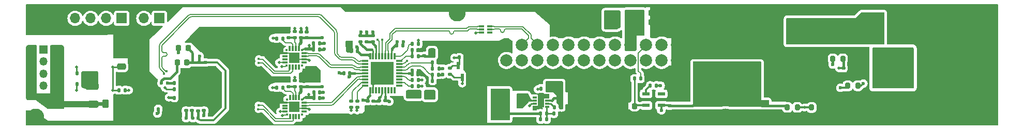
<source format=gtl>
G04 #@! TF.GenerationSoftware,KiCad,Pcbnew,(6.0.7)*
G04 #@! TF.CreationDate,2022-09-28T14:11:07+03:00*
G04 #@! TF.ProjectId,dock_rs232,646f636b-5f72-4733-9233-322e6b696361,rev?*
G04 #@! TF.SameCoordinates,Original*
G04 #@! TF.FileFunction,Copper,L1,Top*
G04 #@! TF.FilePolarity,Positive*
%FSLAX46Y46*%
G04 Gerber Fmt 4.6, Leading zero omitted, Abs format (unit mm)*
G04 Created by KiCad (PCBNEW (6.0.7)) date 2022-09-28 14:11:07*
%MOMM*%
%LPD*%
G01*
G04 APERTURE LIST*
G04 Aperture macros list*
%AMRoundRect*
0 Rectangle with rounded corners*
0 $1 Rounding radius*
0 $2 $3 $4 $5 $6 $7 $8 $9 X,Y pos of 4 corners*
0 Add a 4 corners polygon primitive as box body*
4,1,4,$2,$3,$4,$5,$6,$7,$8,$9,$2,$3,0*
0 Add four circle primitives for the rounded corners*
1,1,$1+$1,$2,$3*
1,1,$1+$1,$4,$5*
1,1,$1+$1,$6,$7*
1,1,$1+$1,$8,$9*
0 Add four rect primitives between the rounded corners*
20,1,$1+$1,$2,$3,$4,$5,0*
20,1,$1+$1,$4,$5,$6,$7,0*
20,1,$1+$1,$6,$7,$8,$9,0*
20,1,$1+$1,$8,$9,$2,$3,0*%
G04 Aperture macros list end*
G04 #@! TA.AperFunction,SMDPad,CuDef*
%ADD10RoundRect,0.135000X0.135000X0.185000X-0.135000X0.185000X-0.135000X-0.185000X0.135000X-0.185000X0*%
G04 #@! TD*
G04 #@! TA.AperFunction,SMDPad,CuDef*
%ADD11RoundRect,0.135000X-0.135000X-0.185000X0.135000X-0.185000X0.135000X0.185000X-0.135000X0.185000X0*%
G04 #@! TD*
G04 #@! TA.AperFunction,SMDPad,CuDef*
%ADD12RoundRect,0.200000X0.200000X0.275000X-0.200000X0.275000X-0.200000X-0.275000X0.200000X-0.275000X0*%
G04 #@! TD*
G04 #@! TA.AperFunction,SMDPad,CuDef*
%ADD13RoundRect,0.200000X-0.200000X-0.275000X0.200000X-0.275000X0.200000X0.275000X-0.200000X0.275000X0*%
G04 #@! TD*
G04 #@! TA.AperFunction,SMDPad,CuDef*
%ADD14RoundRect,0.135000X-0.185000X0.135000X-0.185000X-0.135000X0.185000X-0.135000X0.185000X0.135000X0*%
G04 #@! TD*
G04 #@! TA.AperFunction,SMDPad,CuDef*
%ADD15RoundRect,0.135000X0.185000X-0.135000X0.185000X0.135000X-0.185000X0.135000X-0.185000X-0.135000X0*%
G04 #@! TD*
G04 #@! TA.AperFunction,SMDPad,CuDef*
%ADD16RoundRect,0.250000X0.262500X0.450000X-0.262500X0.450000X-0.262500X-0.450000X0.262500X-0.450000X0*%
G04 #@! TD*
G04 #@! TA.AperFunction,SMDPad,CuDef*
%ADD17R,0.850000X2.200000*%
G04 #@! TD*
G04 #@! TA.AperFunction,ComponentPad*
%ADD18R,1.800000X1.800000*%
G04 #@! TD*
G04 #@! TA.AperFunction,ComponentPad*
%ADD19C,1.800000*%
G04 #@! TD*
G04 #@! TA.AperFunction,SMDPad,CuDef*
%ADD20R,1.200000X0.600000*%
G04 #@! TD*
G04 #@! TA.AperFunction,SMDPad,CuDef*
%ADD21R,0.700000X0.300000*%
G04 #@! TD*
G04 #@! TA.AperFunction,SMDPad,CuDef*
%ADD22R,1.000000X1.800000*%
G04 #@! TD*
G04 #@! TA.AperFunction,SMDPad,CuDef*
%ADD23R,0.300000X0.300000*%
G04 #@! TD*
G04 #@! TA.AperFunction,SMDPad,CuDef*
%ADD24R,0.900000X0.300000*%
G04 #@! TD*
G04 #@! TA.AperFunction,SMDPad,CuDef*
%ADD25R,0.300000X0.900000*%
G04 #@! TD*
G04 #@! TA.AperFunction,SMDPad,CuDef*
%ADD26R,1.800000X1.800000*%
G04 #@! TD*
G04 #@! TA.AperFunction,SMDPad,CuDef*
%ADD27R,1.100000X0.300000*%
G04 #@! TD*
G04 #@! TA.AperFunction,SMDPad,CuDef*
%ADD28R,0.300000X1.100000*%
G04 #@! TD*
G04 #@! TA.AperFunction,SMDPad,CuDef*
%ADD29R,3.800000X3.800000*%
G04 #@! TD*
G04 #@! TA.AperFunction,SMDPad,CuDef*
%ADD30R,0.500000X1.150000*%
G04 #@! TD*
G04 #@! TA.AperFunction,SMDPad,CuDef*
%ADD31R,0.850000X0.300000*%
G04 #@! TD*
G04 #@! TA.AperFunction,SMDPad,CuDef*
%ADD32RoundRect,0.218750X0.218750X0.256250X-0.218750X0.256250X-0.218750X-0.256250X0.218750X-0.256250X0*%
G04 #@! TD*
G04 #@! TA.AperFunction,SMDPad,CuDef*
%ADD33R,0.400000X0.500000*%
G04 #@! TD*
G04 #@! TA.AperFunction,SMDPad,CuDef*
%ADD34RoundRect,0.225000X-0.225000X-0.250000X0.225000X-0.250000X0.225000X0.250000X-0.225000X0.250000X0*%
G04 #@! TD*
G04 #@! TA.AperFunction,SMDPad,CuDef*
%ADD35RoundRect,0.140000X-0.170000X0.140000X-0.170000X-0.140000X0.170000X-0.140000X0.170000X0.140000X0*%
G04 #@! TD*
G04 #@! TA.AperFunction,SMDPad,CuDef*
%ADD36RoundRect,0.140000X0.140000X0.170000X-0.140000X0.170000X-0.140000X-0.170000X0.140000X-0.170000X0*%
G04 #@! TD*
G04 #@! TA.AperFunction,SMDPad,CuDef*
%ADD37RoundRect,0.140000X0.170000X-0.140000X0.170000X0.140000X-0.170000X0.140000X-0.170000X-0.140000X0*%
G04 #@! TD*
G04 #@! TA.AperFunction,SMDPad,CuDef*
%ADD38RoundRect,0.250000X0.650000X-0.325000X0.650000X0.325000X-0.650000X0.325000X-0.650000X-0.325000X0*%
G04 #@! TD*
G04 #@! TA.AperFunction,SMDPad,CuDef*
%ADD39RoundRect,0.250000X-0.475000X0.250000X-0.475000X-0.250000X0.475000X-0.250000X0.475000X0.250000X0*%
G04 #@! TD*
G04 #@! TA.AperFunction,SMDPad,CuDef*
%ADD40RoundRect,0.250000X0.250000X0.475000X-0.250000X0.475000X-0.250000X-0.475000X0.250000X-0.475000X0*%
G04 #@! TD*
G04 #@! TA.AperFunction,SMDPad,CuDef*
%ADD41RoundRect,0.140000X-0.140000X-0.170000X0.140000X-0.170000X0.140000X0.170000X-0.140000X0.170000X0*%
G04 #@! TD*
G04 #@! TA.AperFunction,SMDPad,CuDef*
%ADD42RoundRect,0.225000X0.225000X0.250000X-0.225000X0.250000X-0.225000X-0.250000X0.225000X-0.250000X0*%
G04 #@! TD*
G04 #@! TA.AperFunction,ComponentPad*
%ADD43C,2.800000*%
G04 #@! TD*
G04 #@! TA.AperFunction,ComponentPad*
%ADD44C,2.000000*%
G04 #@! TD*
G04 #@! TA.AperFunction,ComponentPad*
%ADD45C,11.200000*%
G04 #@! TD*
G04 #@! TA.AperFunction,ComponentPad*
%ADD46R,1.700000X1.700000*%
G04 #@! TD*
G04 #@! TA.AperFunction,ComponentPad*
%ADD47O,1.700000X1.700000*%
G04 #@! TD*
G04 #@! TA.AperFunction,ComponentPad*
%ADD48R,1.350000X1.350000*%
G04 #@! TD*
G04 #@! TA.AperFunction,ComponentPad*
%ADD49O,1.350000X1.350000*%
G04 #@! TD*
G04 #@! TA.AperFunction,ViaPad*
%ADD50C,0.400000*%
G04 #@! TD*
G04 #@! TA.AperFunction,ViaPad*
%ADD51C,0.600000*%
G04 #@! TD*
G04 #@! TA.AperFunction,ViaPad*
%ADD52C,0.500000*%
G04 #@! TD*
G04 #@! TA.AperFunction,Conductor*
%ADD53C,0.200000*%
G04 #@! TD*
G04 #@! TA.AperFunction,Conductor*
%ADD54C,0.370000*%
G04 #@! TD*
G04 #@! TA.AperFunction,Conductor*
%ADD55C,0.450000*%
G04 #@! TD*
G04 #@! TA.AperFunction,Conductor*
%ADD56C,0.250000*%
G04 #@! TD*
G04 #@! TA.AperFunction,Conductor*
%ADD57C,0.300000*%
G04 #@! TD*
G04 #@! TA.AperFunction,Conductor*
%ADD58C,0.500000*%
G04 #@! TD*
G04 #@! TA.AperFunction,Conductor*
%ADD59C,0.209700*%
G04 #@! TD*
G04 #@! TA.AperFunction,Conductor*
%ADD60C,0.600000*%
G04 #@! TD*
G04 #@! TA.AperFunction,Conductor*
%ADD61C,0.180000*%
G04 #@! TD*
G04 #@! TA.AperFunction,Conductor*
%ADD62C,0.350000*%
G04 #@! TD*
G04 APERTURE END LIST*
D10*
X223885919Y-106597354D03*
X222865919Y-106597354D03*
X317765919Y-108667354D03*
X316745919Y-108667354D03*
X223885919Y-108457354D03*
X222865919Y-108457354D03*
D11*
X229745919Y-109417354D03*
X230765919Y-109417354D03*
D10*
X239815919Y-109267354D03*
X238795919Y-109267354D03*
D12*
X348280919Y-104267354D03*
X346630919Y-104267354D03*
D10*
X299790919Y-113237354D03*
X298770919Y-113237354D03*
X301965919Y-113242354D03*
X300945919Y-113242354D03*
X302065919Y-112237354D03*
X301045919Y-112237354D03*
X299865919Y-109137354D03*
X298845919Y-109137354D03*
D13*
X349060919Y-108697354D03*
X350710919Y-108697354D03*
D14*
X257525919Y-99817354D03*
X257525919Y-100837354D03*
D15*
X258536372Y-100837354D03*
X258536372Y-99817354D03*
D10*
X256565919Y-100927354D03*
X255545919Y-100927354D03*
D14*
X257555919Y-107857354D03*
X257555919Y-108877354D03*
D15*
X258551722Y-108877354D03*
X258551722Y-107857354D03*
D10*
X256565919Y-108992354D03*
X255545919Y-108992354D03*
X278776722Y-103842354D03*
X277756722Y-103842354D03*
D11*
X277756722Y-102842354D03*
X278776722Y-102842354D03*
D14*
X269331722Y-100457354D03*
X269331722Y-101477354D03*
D11*
X281106722Y-107867354D03*
X282126722Y-107867354D03*
D10*
X282126722Y-106867354D03*
X281106722Y-106867354D03*
D11*
X281106722Y-104867354D03*
X282126722Y-104867354D03*
X281111722Y-105867354D03*
X282131722Y-105867354D03*
D14*
X267755919Y-111177354D03*
X267755919Y-112197354D03*
X268755919Y-111177354D03*
X268755919Y-112197354D03*
X283960919Y-105771201D03*
X283960919Y-106791201D03*
D11*
X277756722Y-107777354D03*
X278776722Y-107777354D03*
X277756722Y-101817354D03*
X278776722Y-101817354D03*
D12*
X344800919Y-112247354D03*
X343150919Y-112247354D03*
X340820919Y-112237354D03*
X339170919Y-112237354D03*
D16*
X229368419Y-111617354D03*
X227543419Y-111617354D03*
D11*
X277755919Y-108787354D03*
X278775919Y-108787354D03*
D10*
X315155919Y-107517354D03*
X314135919Y-107517354D03*
D17*
X295370919Y-111167354D03*
X293320919Y-111167354D03*
D18*
X356405919Y-108117354D03*
D19*
X356405919Y-110657354D03*
D18*
X322275919Y-110292354D03*
D19*
X324815919Y-110292354D03*
D20*
X318555919Y-111917354D03*
X318555919Y-110967354D03*
X318555919Y-110017354D03*
X316055919Y-110017354D03*
X316055919Y-111917354D03*
D21*
X299895919Y-112148854D03*
X299895919Y-111648854D03*
X299895919Y-111148854D03*
X299895919Y-110648854D03*
X297795919Y-110648854D03*
X297795919Y-111148854D03*
X297795919Y-111648854D03*
X297795919Y-112148854D03*
D22*
X298845919Y-111398854D03*
D23*
X259736372Y-105362004D03*
D24*
X260036372Y-104862004D03*
X260036372Y-104362004D03*
X260036372Y-103862004D03*
X260036372Y-103362004D03*
D23*
X259736372Y-102862004D03*
D25*
X259236372Y-102562004D03*
X258736372Y-102562004D03*
X258236372Y-102562004D03*
X257736372Y-102562004D03*
D23*
X257236372Y-102862004D03*
D24*
X256936372Y-103362004D03*
X256936372Y-103862004D03*
X256936372Y-104362004D03*
X256936372Y-104862004D03*
D23*
X257236372Y-105362004D03*
D25*
X257736372Y-105662004D03*
X258236372Y-105662004D03*
X258736372Y-105662004D03*
X259236372Y-105662004D03*
D26*
X258486372Y-104112004D03*
D23*
X259756372Y-113433157D03*
D24*
X260056372Y-112933157D03*
X260056372Y-112433157D03*
X260056372Y-111933157D03*
X260056372Y-111433157D03*
D23*
X259756372Y-110933157D03*
D25*
X259256372Y-110633157D03*
X258756372Y-110633157D03*
X258256372Y-110633157D03*
X257756372Y-110633157D03*
D23*
X257256372Y-110933157D03*
D24*
X256956372Y-111433157D03*
X256956372Y-111933157D03*
X256956372Y-112433157D03*
X256956372Y-112933157D03*
D23*
X257256372Y-113433157D03*
D25*
X257756372Y-113733157D03*
X258256372Y-113733157D03*
X258756372Y-113733157D03*
X259256372Y-113733157D03*
D26*
X258506372Y-112183157D03*
D27*
X270071722Y-104637354D03*
X270071722Y-105137354D03*
X270071722Y-105637354D03*
X270071722Y-106137354D03*
X270071722Y-106637354D03*
X270071722Y-107137354D03*
X270071722Y-107637354D03*
X270071722Y-108137354D03*
X270071722Y-108637354D03*
D28*
X270871722Y-109437354D03*
X271371722Y-109437354D03*
X271871722Y-109437354D03*
X272371722Y-109437354D03*
X272871722Y-109437354D03*
X273371722Y-109437354D03*
X273871722Y-109437354D03*
X274371722Y-109437354D03*
X274871722Y-109437354D03*
D27*
X275671722Y-108637354D03*
X275671722Y-108137354D03*
X275671722Y-107637354D03*
X275671722Y-107137354D03*
X275671722Y-106637354D03*
X275671722Y-106137354D03*
X275671722Y-105637354D03*
X275671722Y-105137354D03*
X275671722Y-104637354D03*
D28*
X274871722Y-103837354D03*
X274371722Y-103837354D03*
X273871722Y-103837354D03*
X273371722Y-103837354D03*
X272871722Y-103837354D03*
X272371722Y-103837354D03*
X271871722Y-103837354D03*
X271371722Y-103837354D03*
X270871722Y-103837354D03*
D29*
X272871722Y-106637354D03*
D30*
X286597072Y-105396201D03*
X285297072Y-105396201D03*
X285947072Y-107296201D03*
D31*
X289105919Y-98917354D03*
X289105919Y-99417354D03*
X289105919Y-99917354D03*
X290505919Y-99917354D03*
X290505919Y-99417354D03*
X290505919Y-98917354D03*
D32*
X241073419Y-102497354D03*
X239498419Y-102497354D03*
X240868419Y-104892354D03*
X239293419Y-104892354D03*
D33*
X279101722Y-110035398D03*
X279901722Y-110035398D03*
D32*
X312993419Y-97417354D03*
X311418419Y-97417354D03*
D34*
X312630919Y-112017354D03*
X314180919Y-112017354D03*
D35*
X319905919Y-110987354D03*
X319905919Y-111947354D03*
X348355919Y-105817354D03*
X348355919Y-106777354D03*
D36*
X237150919Y-112532354D03*
X236190919Y-112532354D03*
D37*
X242890919Y-105842354D03*
X242890919Y-104882354D03*
D38*
X225505919Y-111742354D03*
X225505919Y-108792354D03*
D39*
X230155919Y-103667354D03*
X230155919Y-105567354D03*
D37*
X243860919Y-105842354D03*
X243860919Y-104882354D03*
D35*
X242700919Y-111822354D03*
X242700919Y-112782354D03*
D36*
X239780919Y-110672354D03*
X238820919Y-110672354D03*
X239780919Y-108242354D03*
X238820919Y-108242354D03*
D35*
X240750919Y-111812354D03*
X240750919Y-112772354D03*
X241720919Y-111812354D03*
X241720919Y-112772354D03*
X243670919Y-111812354D03*
X243670919Y-112772354D03*
D34*
X289560919Y-111947354D03*
X291110919Y-111947354D03*
X289570919Y-110437354D03*
X291120919Y-110437354D03*
D36*
X299760919Y-114212354D03*
X298800919Y-114212354D03*
D40*
X303805919Y-110737354D03*
X301905919Y-110737354D03*
D36*
X262581722Y-101727354D03*
X261621722Y-101727354D03*
X262581722Y-102707354D03*
X261621722Y-102707354D03*
D35*
X260515919Y-99827354D03*
X260515919Y-100787354D03*
X259535919Y-99827354D03*
X259535919Y-100787354D03*
D36*
X262601722Y-109767354D03*
X261641722Y-109767354D03*
X262611722Y-110737354D03*
X261651722Y-110737354D03*
D35*
X260555919Y-107887354D03*
X260555919Y-108847354D03*
X259555919Y-107887354D03*
X259555919Y-108847354D03*
D36*
X282215919Y-109817354D03*
X281255919Y-109817354D03*
D37*
X271415919Y-112137354D03*
X271415919Y-111177354D03*
D35*
X270335919Y-100472004D03*
X270335919Y-101432004D03*
X279741722Y-102837354D03*
X279741722Y-103797354D03*
D37*
X272385919Y-112127354D03*
X272385919Y-111167354D03*
D35*
X271325919Y-100472004D03*
X271325919Y-101432004D03*
D37*
X277795919Y-111427704D03*
X277795919Y-110467704D03*
D36*
X278741722Y-106797354D03*
X277781722Y-106797354D03*
D37*
X273345919Y-112127354D03*
X273345919Y-111167354D03*
D41*
X267815919Y-102992004D03*
X268775919Y-102992004D03*
D36*
X276221722Y-102067354D03*
X275261722Y-102067354D03*
D41*
X266571722Y-106617354D03*
X267531722Y-106617354D03*
D37*
X270455919Y-112147354D03*
X270455919Y-111187354D03*
D36*
X286455919Y-104046201D03*
X285495919Y-104046201D03*
D42*
X316880919Y-98267354D03*
X315330919Y-98267354D03*
X316880919Y-96767354D03*
X315330919Y-96767354D03*
D43*
X216105919Y-113833157D03*
X329105919Y-113833157D03*
D44*
X295755031Y-104537243D03*
X293215031Y-104537243D03*
X303375031Y-101997243D03*
X305915031Y-101997243D03*
X316075031Y-101997243D03*
X303375031Y-104537243D03*
X308455031Y-104537243D03*
D43*
X372105919Y-113833157D03*
D44*
X310995031Y-104537243D03*
X298295031Y-104537243D03*
X310995031Y-101997243D03*
X295755031Y-101997243D03*
X300835031Y-104537243D03*
X298295031Y-101997243D03*
D43*
X285105919Y-96717354D03*
D44*
X318615031Y-101997243D03*
X321154998Y-101997354D03*
X308455031Y-101997243D03*
X300835031Y-101997243D03*
X316075031Y-104537243D03*
X318615031Y-104537243D03*
X313535031Y-104537243D03*
X313535031Y-101997243D03*
X293215031Y-101997243D03*
D43*
X372105919Y-96717354D03*
D44*
X321155031Y-104537243D03*
D43*
X285105919Y-113833157D03*
D44*
X305915031Y-104537243D03*
D45*
X366925919Y-103687354D03*
D43*
X329105919Y-96717354D03*
X216105919Y-96717354D03*
D46*
X236380919Y-97617354D03*
D47*
X233840919Y-97617354D03*
D46*
X230205919Y-97617354D03*
D47*
X227665919Y-97617354D03*
X225125919Y-97617354D03*
X222585919Y-97617354D03*
X220045919Y-97617354D03*
D48*
X217405919Y-102707354D03*
D49*
X217405919Y-104707354D03*
X217405919Y-106707354D03*
X217405919Y-108707354D03*
X217405919Y-110707354D03*
D50*
X363305919Y-97417354D03*
X367505919Y-113617354D03*
X324705919Y-101217354D03*
X324705919Y-114817354D03*
X357905919Y-111217354D03*
X370505919Y-109417354D03*
X322305919Y-107217354D03*
X351505919Y-95617354D03*
X363905919Y-114217354D03*
X365105919Y-112417354D03*
X352505919Y-113017354D03*
X351905919Y-111817354D03*
X361505919Y-113017354D03*
X350105919Y-113017354D03*
X360705919Y-100417354D03*
D51*
X262305919Y-114617354D03*
D50*
X361505919Y-97417354D03*
X353705919Y-113617354D03*
X365705919Y-113017354D03*
X322905919Y-100017354D03*
X322305919Y-113017354D03*
X372905919Y-106417354D03*
X336355919Y-100867354D03*
X321105919Y-98217354D03*
X369905919Y-98017354D03*
X344105919Y-114817354D03*
X334105919Y-96417354D03*
X321105919Y-100617354D03*
X368105919Y-110617354D03*
X328305919Y-99417354D03*
X321105919Y-106017354D03*
X325905919Y-113617354D03*
D51*
X271411722Y-105137354D03*
D50*
X325305919Y-100017354D03*
X340105919Y-104617354D03*
X335105919Y-113617354D03*
X322905919Y-107817354D03*
X324105919Y-114817354D03*
X360905919Y-97417354D03*
X367505919Y-96217354D03*
D51*
X304805919Y-110687354D03*
D50*
X350105919Y-112417354D03*
X370505919Y-97417354D03*
X342305919Y-113617354D03*
X328305919Y-100017354D03*
X354305919Y-113617354D03*
X354905919Y-111217354D03*
X365705919Y-95617354D03*
X365105919Y-110617354D03*
X321705919Y-108417354D03*
X334105919Y-95817354D03*
X354905919Y-113017354D03*
X319905919Y-113617354D03*
X332305919Y-98217354D03*
X351905919Y-113617354D03*
X356105919Y-112417354D03*
D51*
X267191722Y-95717354D03*
D50*
X350105919Y-104617354D03*
X341105919Y-114817354D03*
X354305919Y-111817354D03*
X360905919Y-112417354D03*
X361505919Y-95617354D03*
X357105919Y-101617354D03*
X325305919Y-100617354D03*
X358905919Y-101017354D03*
X329505919Y-101217354D03*
X330305919Y-100017354D03*
X325305919Y-113617354D03*
X351305919Y-111217354D03*
X360305919Y-98017354D03*
X355905919Y-101017354D03*
X362105919Y-108817354D03*
X361505919Y-110017354D03*
X367505919Y-110017354D03*
X325905919Y-97617354D03*
X347105919Y-114217354D03*
X319905919Y-114217354D03*
X343505919Y-114817354D03*
X348305919Y-112417354D03*
X360905919Y-95617354D03*
X329505919Y-100017354D03*
X366305919Y-113617354D03*
X370505919Y-95617354D03*
X341355919Y-104617354D03*
X333505919Y-97017354D03*
X356105919Y-111817354D03*
X345905919Y-112417354D03*
X325905919Y-114217354D03*
X337505919Y-114217354D03*
X327105919Y-101817354D03*
X330905919Y-102417354D03*
X363305919Y-114217354D03*
X326505919Y-113017354D03*
X321105919Y-114217354D03*
X360905919Y-111817354D03*
X326505919Y-95817354D03*
X367505919Y-112417354D03*
X321705919Y-106017354D03*
X335105919Y-100867354D03*
X321105919Y-98817354D03*
X327105919Y-114217354D03*
X346505919Y-111217354D03*
X352505919Y-110017354D03*
X325305919Y-114217354D03*
X348905919Y-113017354D03*
X372305919Y-108817354D03*
X349505919Y-110017354D03*
D51*
X249905919Y-107967354D03*
D50*
X321705919Y-114817354D03*
X363905919Y-96217354D03*
X353705919Y-112417354D03*
X349505919Y-104017354D03*
X365705919Y-113617354D03*
X343105919Y-95817354D03*
X359105919Y-112417354D03*
X336355919Y-107117354D03*
X338705919Y-114217354D03*
X355705919Y-95617354D03*
X360305919Y-96817354D03*
X366905919Y-111817354D03*
X366905919Y-96217354D03*
X337605919Y-105867354D03*
X369305919Y-110617354D03*
X363905919Y-111217354D03*
X363305919Y-96217354D03*
X333305919Y-114817354D03*
X336355919Y-105867354D03*
X334705919Y-96417354D03*
X321705919Y-96417354D03*
X368105919Y-112417354D03*
X325905919Y-99417354D03*
X322305919Y-97017354D03*
X360705919Y-103617354D03*
X348905919Y-110617354D03*
X369305919Y-98017354D03*
X348905919Y-114817354D03*
X361505919Y-96217354D03*
X319905919Y-114817354D03*
X344705919Y-114817354D03*
X351905919Y-110017354D03*
X361305919Y-100417354D03*
D51*
X273355919Y-112717354D03*
D50*
X325905919Y-97017354D03*
X359505919Y-101617354D03*
X369305919Y-109417354D03*
X321705919Y-100617354D03*
X340105919Y-103367354D03*
X349505919Y-105217354D03*
X372305919Y-98617354D03*
X362105919Y-113617354D03*
X337605919Y-102117354D03*
X338305919Y-96417354D03*
X352505919Y-112417354D03*
X354305919Y-111217354D03*
X357905919Y-114817354D03*
X325305919Y-97017354D03*
D51*
X308855919Y-107617354D03*
D50*
X364505919Y-96217354D03*
X322305919Y-99417354D03*
X329505919Y-99417354D03*
X344105919Y-114217354D03*
X322305919Y-98217354D03*
X331505919Y-101217354D03*
X321705919Y-107817354D03*
X322305919Y-103017354D03*
X322305919Y-105417354D03*
X362705919Y-98017354D03*
X327105919Y-113617354D03*
X354305919Y-110617354D03*
X359705919Y-110017354D03*
X353105919Y-110017354D03*
X326505919Y-114817354D03*
X338105919Y-114817354D03*
X335705919Y-114817354D03*
X363905919Y-110017354D03*
X321105919Y-97617354D03*
X368705919Y-113017354D03*
X350705919Y-105217354D03*
X353105919Y-113017354D03*
X371705919Y-99817354D03*
X368705919Y-110017354D03*
X372305919Y-108217354D03*
X357305919Y-114817354D03*
X324105919Y-97617354D03*
X331505919Y-102417354D03*
D51*
X225855919Y-95667354D03*
D50*
X341705919Y-114217354D03*
X321705919Y-97617354D03*
X365105919Y-98017354D03*
X354905919Y-110017354D03*
X338705919Y-114817354D03*
X324705919Y-114217354D03*
X341355919Y-105867354D03*
X355505919Y-112417354D03*
X362705919Y-114817354D03*
X347705919Y-114817354D03*
X325305919Y-95817354D03*
X372905919Y-103417354D03*
X348905919Y-111217354D03*
X367505919Y-97417354D03*
X324105919Y-113017354D03*
X323505919Y-114217354D03*
X372905919Y-101617354D03*
X339905919Y-113617354D03*
X371105919Y-99217354D03*
X322905919Y-114217354D03*
X362705919Y-113017354D03*
X321105919Y-113617354D03*
X324705919Y-98217354D03*
X360905919Y-98017354D03*
X338855919Y-107117354D03*
X347105919Y-110017354D03*
X363905919Y-95617354D03*
X336305919Y-114817354D03*
X364505919Y-113617354D03*
D51*
X267705919Y-102392354D03*
D50*
X325905919Y-114817354D03*
X349505919Y-113617354D03*
X359505919Y-99817354D03*
X372905919Y-104617354D03*
X350105919Y-110617354D03*
X365705919Y-114217354D03*
X332305919Y-96417354D03*
X371705919Y-111217354D03*
X366905919Y-97417354D03*
X330305919Y-103617354D03*
X368105919Y-96217354D03*
X337605919Y-103367354D03*
X362105919Y-108217354D03*
X333905919Y-114217354D03*
X324105919Y-98817354D03*
X323505919Y-100017354D03*
X343855919Y-104617354D03*
X347705919Y-110017354D03*
X347105919Y-111217354D03*
X369305919Y-114817354D03*
D51*
X263336372Y-101732004D03*
D50*
X366905919Y-110617354D03*
X368705919Y-95617354D03*
X335305919Y-97617354D03*
X366305919Y-112417354D03*
X337605919Y-99617354D03*
X327705919Y-100017354D03*
X342605919Y-109617354D03*
D51*
X242180919Y-106517354D03*
D50*
X320505919Y-113017354D03*
X342505919Y-96417354D03*
X350105919Y-113617354D03*
X368105919Y-96817354D03*
X367505919Y-114217354D03*
D51*
X274271722Y-105137354D03*
D50*
X369305919Y-96817354D03*
X358905919Y-101617354D03*
D51*
X304255919Y-114617354D03*
X279741722Y-102207354D03*
D50*
X360905919Y-107017354D03*
X339305919Y-113617354D03*
X365105919Y-114817354D03*
X369905919Y-97417354D03*
X369905919Y-110017354D03*
X337605919Y-100867354D03*
X337705919Y-97017354D03*
X355105919Y-95617354D03*
X369305919Y-111217354D03*
X372305919Y-110617354D03*
X347305919Y-95817354D03*
X372905919Y-110617354D03*
X340705919Y-96417354D03*
X321105919Y-113017354D03*
X362105919Y-96217354D03*
D51*
X224105919Y-114867354D03*
D50*
X337705919Y-95817354D03*
D51*
X256905919Y-99827354D03*
D50*
X331505919Y-100617354D03*
X322305919Y-109017354D03*
D51*
X253055919Y-102367354D03*
D50*
X325305919Y-98217354D03*
X360905919Y-108817354D03*
X322905919Y-97017354D03*
X323505919Y-98817354D03*
X356505919Y-101617354D03*
X368105919Y-95617354D03*
X353705919Y-111217354D03*
X327705919Y-99417354D03*
X353105919Y-112417354D03*
X368705919Y-114817354D03*
X351305919Y-112417354D03*
X372905919Y-108817354D03*
X353705919Y-113017354D03*
X347105919Y-113617354D03*
X372305919Y-111817354D03*
X371105919Y-109417354D03*
X336905919Y-114217354D03*
X336905919Y-113617354D03*
X339305919Y-114817354D03*
X322305919Y-100617354D03*
X342505919Y-95817354D03*
X333855919Y-98217354D03*
X359105919Y-113617354D03*
X337505919Y-114817354D03*
X360905919Y-99217354D03*
X324705919Y-98817354D03*
X368705919Y-97417354D03*
X350905919Y-95617354D03*
X372305919Y-99217354D03*
X327105919Y-98217354D03*
X320505919Y-114217354D03*
X325905919Y-96417354D03*
D51*
X276291722Y-101457354D03*
D50*
X357305919Y-113617354D03*
D51*
X245355919Y-108092354D03*
D50*
X352505919Y-110617354D03*
X322905919Y-101817354D03*
X359705919Y-113017354D03*
X334705919Y-97017354D03*
D51*
X245330919Y-109567354D03*
D50*
X323505919Y-113017354D03*
X350705919Y-114817354D03*
X324105919Y-95817354D03*
X341905919Y-95817354D03*
X331505919Y-114217354D03*
X356105919Y-114217354D03*
X337605919Y-109617354D03*
X330305919Y-103017354D03*
X330905919Y-114217354D03*
X361305919Y-101017354D03*
X327105919Y-101217354D03*
X341355919Y-109617354D03*
X360305919Y-95617354D03*
X367505919Y-96817354D03*
X372305919Y-100417354D03*
X343505919Y-113617354D03*
X353905919Y-95617354D03*
X348305919Y-110017354D03*
X364505919Y-111817354D03*
X323505919Y-113617354D03*
X361505919Y-107617354D03*
X371105919Y-108817354D03*
X353105919Y-110617354D03*
X372905919Y-111817354D03*
D51*
X269345919Y-99842004D03*
D50*
X332105919Y-114217354D03*
X365705919Y-114817354D03*
X322905919Y-102417354D03*
X324705919Y-100617354D03*
X322905919Y-104217354D03*
X327705919Y-101817354D03*
X363305919Y-110617354D03*
X360905919Y-96817354D03*
X337605919Y-104617354D03*
X368705919Y-96817354D03*
X341355919Y-108367354D03*
X342905919Y-114817354D03*
X359305919Y-95617354D03*
D51*
X282805919Y-109817354D03*
X272391722Y-112717354D03*
D50*
X346505919Y-113617354D03*
X347705919Y-111817354D03*
X345505919Y-96417354D03*
X350105919Y-104017354D03*
D51*
X288720919Y-111967354D03*
D50*
X348905919Y-113617354D03*
X351305919Y-111817354D03*
X330905919Y-101817354D03*
X352505919Y-114817354D03*
X352705919Y-95617354D03*
X371705919Y-109417354D03*
X325905919Y-98217354D03*
X331105919Y-97617354D03*
D52*
X260545919Y-107297354D03*
D50*
X322305919Y-101217354D03*
X346505919Y-112417354D03*
X359705919Y-114217354D03*
X348905919Y-112417354D03*
D51*
X242185919Y-109562354D03*
D50*
X363905919Y-113017354D03*
D51*
X243780919Y-106517354D03*
D50*
X361505919Y-96817354D03*
X328905919Y-101217354D03*
X364505919Y-110617354D03*
X321105919Y-109017354D03*
X351905919Y-111217354D03*
X329505919Y-98817354D03*
X367505919Y-111817354D03*
X350105919Y-105817354D03*
X372905919Y-99817354D03*
X325305919Y-113017354D03*
X350105919Y-111217354D03*
X323505919Y-99417354D03*
X343705919Y-96417354D03*
X324105919Y-100017354D03*
X321105919Y-106617354D03*
X362705919Y-108817354D03*
X356105919Y-113017354D03*
X341105919Y-113617354D03*
X366905919Y-95617354D03*
X355505919Y-113617354D03*
X360905919Y-108217354D03*
X347705919Y-114217354D03*
X330905919Y-113017354D03*
X368105919Y-114817354D03*
X355505919Y-113017354D03*
X324705919Y-97017354D03*
X366305919Y-113017354D03*
X360305919Y-113617354D03*
X366305919Y-114217354D03*
X342605919Y-107117354D03*
X325305919Y-97617354D03*
X321105919Y-99417354D03*
X331105919Y-96417354D03*
X363305919Y-111817354D03*
X325305919Y-98817354D03*
X362105919Y-114217354D03*
X322905919Y-103617354D03*
X335905919Y-95817354D03*
X360905919Y-114217354D03*
X336905919Y-114817354D03*
X366305919Y-114817354D03*
X322305919Y-114817354D03*
X324705919Y-100017354D03*
D51*
X232455919Y-114867354D03*
D50*
X328305919Y-101817354D03*
X372905919Y-104017354D03*
X341705919Y-113617354D03*
X335305919Y-97017354D03*
X351905919Y-113017354D03*
X342905919Y-113617354D03*
X369905919Y-96217354D03*
X366905919Y-111217354D03*
X354305919Y-114217354D03*
X322305919Y-106017354D03*
X335105919Y-113017354D03*
X322905919Y-114817354D03*
X332705919Y-114817354D03*
X363905919Y-96817354D03*
X359705919Y-113617354D03*
X369905919Y-95617354D03*
X322905919Y-109017354D03*
X359705919Y-114817354D03*
X332105919Y-113617354D03*
X360705919Y-99817354D03*
X325305919Y-101817354D03*
X338905919Y-95817354D03*
X364505919Y-111217354D03*
X367505919Y-114817354D03*
X337605919Y-108367354D03*
D52*
X261415919Y-105777354D03*
D50*
X372305919Y-99817354D03*
X364505919Y-114817354D03*
X322905919Y-113617354D03*
X321105919Y-107817354D03*
X370505919Y-108817354D03*
X361505919Y-108817354D03*
X338855919Y-109617354D03*
X361505919Y-109417354D03*
X371105919Y-111217354D03*
X323505919Y-95817354D03*
D51*
X242210919Y-108087354D03*
D50*
X363305919Y-112417354D03*
X326505919Y-114217354D03*
X367505919Y-111217354D03*
X359305919Y-96217354D03*
X344105919Y-113617354D03*
X357905919Y-112417354D03*
X350705919Y-110617354D03*
X331505919Y-101817354D03*
X357105919Y-100417354D03*
X322905919Y-100617354D03*
X354305919Y-110017354D03*
D51*
X240530919Y-106517354D03*
D50*
X365705919Y-110017354D03*
X371705919Y-110617354D03*
X372305919Y-110017354D03*
X327105919Y-100017354D03*
X357705919Y-101617354D03*
X331505919Y-113617354D03*
X352505919Y-113617354D03*
X344705919Y-114217354D03*
X372905919Y-99217354D03*
X361505919Y-98617354D03*
X338305919Y-97617354D03*
D51*
X279185919Y-95717354D03*
X256905919Y-107842354D03*
D50*
X338855919Y-103367354D03*
X336355919Y-108367354D03*
D52*
X255955919Y-103317354D03*
D50*
X337105919Y-97017354D03*
X362105919Y-110617354D03*
X325905919Y-101217354D03*
X371705919Y-110017354D03*
X362105919Y-98017354D03*
X351305919Y-114217354D03*
X366305919Y-111817354D03*
X353105919Y-111217354D03*
X322305919Y-97617354D03*
X330905919Y-101217354D03*
X329505919Y-100617354D03*
X349505919Y-111217354D03*
X352505919Y-111217354D03*
X347105919Y-114817354D03*
X333855919Y-100867354D03*
D51*
X317805919Y-106717354D03*
D50*
X358505919Y-110017354D03*
X323505919Y-114817354D03*
X358505919Y-111217354D03*
X361505919Y-108217354D03*
X321705919Y-99417354D03*
X348905919Y-114217354D03*
X360305919Y-97417354D03*
X337105919Y-97617354D03*
X321105919Y-95817354D03*
X336355919Y-99617354D03*
X353105919Y-114817354D03*
X365105919Y-96817354D03*
X362105919Y-98617354D03*
X360905919Y-105817354D03*
X357705919Y-101017354D03*
X340105919Y-95817354D03*
X326505919Y-97017354D03*
D51*
X234345919Y-95667354D03*
D50*
X327105919Y-99417354D03*
X320505919Y-114817354D03*
X349505919Y-110617354D03*
X364505919Y-110017354D03*
X354305919Y-113017354D03*
X340105919Y-110867354D03*
X360705919Y-103017354D03*
X357905919Y-111817354D03*
D52*
X229145919Y-103677354D03*
D50*
X352105919Y-95617354D03*
X356505919Y-101017354D03*
X370505919Y-98017354D03*
X335105919Y-99617354D03*
X366905919Y-96817354D03*
X349505919Y-113017354D03*
X336505919Y-97017354D03*
X331505919Y-98217354D03*
X321105919Y-100017354D03*
X350105919Y-114817354D03*
X339505919Y-95817354D03*
X359105919Y-111817354D03*
X332705919Y-113617354D03*
X359705919Y-110617354D03*
X359105919Y-111217354D03*
X362705919Y-109417354D03*
X358505919Y-114217354D03*
X354905919Y-110617354D03*
X365105919Y-97417354D03*
X328305919Y-100617354D03*
X355505919Y-114217354D03*
X347705919Y-111217354D03*
X341705919Y-114817354D03*
X350705919Y-111217354D03*
X362705919Y-108217354D03*
X331705919Y-97017354D03*
X357905919Y-110617354D03*
X332305919Y-100867354D03*
X330905919Y-100017354D03*
X345305919Y-114817354D03*
X367505919Y-95617354D03*
X322905919Y-103017354D03*
X369905919Y-109417354D03*
X323505919Y-97017354D03*
X360305919Y-110617354D03*
X344905919Y-96417354D03*
X332905919Y-96417354D03*
D51*
X240560919Y-108087354D03*
D50*
X369905919Y-96817354D03*
X325905919Y-100617354D03*
X332705919Y-113017354D03*
X354305919Y-114817354D03*
D51*
X263191722Y-110697354D03*
D50*
X341105919Y-114217354D03*
X356705919Y-111817354D03*
X337605919Y-110867354D03*
X371105919Y-110017354D03*
D52*
X255955919Y-111427354D03*
D50*
X361505919Y-112417354D03*
X357305919Y-111817354D03*
X363305919Y-108817354D03*
X360105919Y-100417354D03*
X337505919Y-113617354D03*
X371105919Y-108217354D03*
X369305919Y-114217354D03*
X357905919Y-113617354D03*
X371705919Y-108817354D03*
X361505919Y-111817354D03*
X360305919Y-96217354D03*
X372905919Y-102217354D03*
X368705919Y-112417354D03*
X359505919Y-100417354D03*
X356505919Y-100417354D03*
X366905919Y-113617354D03*
X365105919Y-96217354D03*
X332705919Y-114217354D03*
D51*
X271411722Y-108137354D03*
D50*
X354305919Y-112417354D03*
X324705919Y-113017354D03*
X340105919Y-96417354D03*
X347705919Y-112417354D03*
X348305919Y-113017354D03*
X348305919Y-111817354D03*
X360305919Y-114817354D03*
X360705919Y-104217354D03*
X324705919Y-95817354D03*
X362705919Y-96217354D03*
X355505919Y-111817354D03*
X367505919Y-110617354D03*
X370505919Y-98617354D03*
X350105919Y-110017354D03*
X325905919Y-101817354D03*
X331705919Y-96417354D03*
X353705919Y-110017354D03*
X342305919Y-114817354D03*
X368105919Y-114217354D03*
X333855919Y-99617354D03*
X360305919Y-114217354D03*
X361505919Y-111217354D03*
X327105919Y-98817354D03*
X341355919Y-107117354D03*
X369305919Y-112417354D03*
X334505919Y-114217354D03*
X337105919Y-95817354D03*
X353105919Y-111817354D03*
X365705919Y-112417354D03*
X371705919Y-108217354D03*
X346705919Y-96417354D03*
X365705919Y-111817354D03*
D51*
X272871722Y-105137354D03*
X279341722Y-106796201D03*
D50*
X322905919Y-99417354D03*
X323505919Y-96417354D03*
X359705919Y-111817354D03*
X339305919Y-114217354D03*
X349505919Y-114817354D03*
X340105919Y-108367354D03*
X336355919Y-103367354D03*
X342605919Y-108367354D03*
X331505919Y-99417354D03*
X322905919Y-105417354D03*
X322905919Y-97617354D03*
X358705919Y-95617354D03*
X325905919Y-113017354D03*
X322905919Y-98217354D03*
X358305919Y-99817354D03*
X356105919Y-113617354D03*
X338855919Y-108367354D03*
X326505919Y-98817354D03*
X331705919Y-95817354D03*
X335305919Y-95817354D03*
X332305919Y-97017354D03*
X336355919Y-109617354D03*
X369305919Y-111817354D03*
X349505919Y-111817354D03*
X357905919Y-113017354D03*
X364505919Y-112417354D03*
X328905919Y-99417354D03*
X368705919Y-96217354D03*
X336355919Y-98217354D03*
X359505919Y-101017354D03*
D51*
X243785919Y-109562354D03*
D50*
X366305919Y-111217354D03*
X355905919Y-100417354D03*
X335905919Y-97617354D03*
X360905919Y-106417354D03*
X343505919Y-114217354D03*
X345305919Y-113617354D03*
X329505919Y-101817354D03*
X363905919Y-111817354D03*
X358305919Y-101617354D03*
X334105919Y-97017354D03*
X340105919Y-105867354D03*
X362105919Y-99217354D03*
X368705919Y-111217354D03*
X362105919Y-107617354D03*
X324105919Y-101817354D03*
X358505919Y-111817354D03*
X362705919Y-98617354D03*
X362105919Y-112417354D03*
X365105919Y-109417354D03*
X356705919Y-114817354D03*
X360705919Y-102417354D03*
X333305919Y-113617354D03*
X366905919Y-114217354D03*
D51*
X243810919Y-108087354D03*
X265851722Y-106587354D03*
D50*
X328905919Y-100617354D03*
X365705919Y-97417354D03*
X363305919Y-113017354D03*
X362705919Y-111817354D03*
X340105919Y-109617354D03*
X362105919Y-95617354D03*
X331505919Y-98817354D03*
D51*
X308855919Y-112617354D03*
D50*
X372305919Y-111217354D03*
X357305919Y-112417354D03*
X363905919Y-114817354D03*
D52*
X350745919Y-106857354D03*
D50*
X338105919Y-113617354D03*
X361305919Y-101617354D03*
X360105919Y-99817354D03*
X319905919Y-113017354D03*
X332905919Y-95817354D03*
X322305919Y-100017354D03*
X356305919Y-95617354D03*
X326505919Y-99417354D03*
X362105919Y-96817354D03*
D52*
X260916372Y-104492004D03*
D50*
X350705919Y-104617354D03*
X353305919Y-95617354D03*
X327105919Y-97617354D03*
X335105919Y-114817354D03*
X350705919Y-114217354D03*
X364505919Y-97417354D03*
X350105919Y-111817354D03*
X330305919Y-100617354D03*
X359105919Y-113017354D03*
X348305919Y-110617354D03*
X349505919Y-104617354D03*
D51*
X286495919Y-103446201D03*
D50*
X342605919Y-105867354D03*
X327705919Y-98817354D03*
X325305919Y-114817354D03*
X366905919Y-110017354D03*
X322305919Y-107817354D03*
X336305919Y-114217354D03*
X372905919Y-109417354D03*
X346105919Y-95817354D03*
X333305919Y-114217354D03*
X324705919Y-113617354D03*
X372905919Y-111217354D03*
X372905919Y-98617354D03*
X360905919Y-105217354D03*
X322905919Y-104817354D03*
X355905919Y-101617354D03*
X372905919Y-102817354D03*
X330305919Y-101217354D03*
X369305919Y-96217354D03*
X321705919Y-98217354D03*
X348305919Y-111217354D03*
X336305919Y-113017354D03*
X345905919Y-114817354D03*
X341905919Y-96417354D03*
X336505919Y-97617354D03*
X353105919Y-114217354D03*
X371105919Y-98617354D03*
X360105919Y-101617354D03*
X326505919Y-100017354D03*
X362105919Y-113017354D03*
X369305919Y-113617354D03*
X358505919Y-113017354D03*
X331105919Y-97017354D03*
X350305919Y-95617354D03*
X351905919Y-114817354D03*
X358105919Y-96217354D03*
X330905919Y-114817354D03*
X333855919Y-102117354D03*
X333505919Y-96417354D03*
X322905919Y-101217354D03*
X326505919Y-101217354D03*
X328905919Y-100017354D03*
X339505919Y-96417354D03*
X350705919Y-113017354D03*
D51*
X272871722Y-106637354D03*
D50*
X350705919Y-104017354D03*
X336505919Y-96417354D03*
X372305919Y-107017354D03*
X337705919Y-97617354D03*
X352505919Y-114217354D03*
X369305919Y-113017354D03*
X330905919Y-98817354D03*
X347105919Y-112417354D03*
X334505919Y-114817354D03*
X368705919Y-109417354D03*
X344905919Y-95817354D03*
X344305919Y-96417354D03*
X331105919Y-95817354D03*
X351905919Y-110617354D03*
X366305919Y-96217354D03*
X367505919Y-113017354D03*
D51*
X271335919Y-99847354D03*
D50*
X328305919Y-98817354D03*
D51*
X308855919Y-110117354D03*
D50*
X334705919Y-97617354D03*
X324105919Y-113617354D03*
X321105919Y-107217354D03*
X363905919Y-108817354D03*
X344305919Y-95817354D03*
X330305919Y-101817354D03*
X360905919Y-110617354D03*
X338855919Y-104617354D03*
X362105919Y-110017354D03*
X331505919Y-103617354D03*
X362705919Y-95617354D03*
X337705919Y-96417354D03*
X361505919Y-107017354D03*
X343105919Y-96417354D03*
X331505919Y-103017354D03*
X340105919Y-107117354D03*
X335105919Y-102117354D03*
X326505919Y-101817354D03*
D52*
X229345919Y-112627354D03*
D50*
X368105919Y-113617354D03*
X347105919Y-110617354D03*
X326505919Y-97617354D03*
X338305919Y-97017354D03*
X342605919Y-104617354D03*
X325305919Y-101217354D03*
X338855919Y-110867354D03*
X335105919Y-103367354D03*
X369305919Y-97417354D03*
D51*
X271405919Y-112717354D03*
D50*
X328905919Y-98817354D03*
X368705919Y-114217354D03*
X337605919Y-107117354D03*
X360305919Y-98617354D03*
X338305919Y-95817354D03*
X324705919Y-99417354D03*
X324105919Y-96417354D03*
X323505919Y-98217354D03*
X357305919Y-114217354D03*
X362105919Y-111817354D03*
D51*
X240535919Y-109562354D03*
D50*
X342305919Y-114217354D03*
X334705919Y-95817354D03*
X334505919Y-113017354D03*
X322905919Y-106017354D03*
X364505919Y-98017354D03*
X322905919Y-96417354D03*
X336355919Y-102117354D03*
X331505919Y-114817354D03*
X370505919Y-111817354D03*
X347705919Y-113617354D03*
X321705919Y-106617354D03*
X334505919Y-113617354D03*
X368105919Y-111817354D03*
X348305919Y-114217354D03*
X359705919Y-111217354D03*
X350105919Y-114217354D03*
X362705919Y-111217354D03*
X336905919Y-113017354D03*
X347705919Y-110617354D03*
X321705919Y-107217354D03*
X330905919Y-98217354D03*
X325305919Y-99417354D03*
X322305919Y-106617354D03*
X326505919Y-113617354D03*
X346505919Y-114817354D03*
X357905919Y-114217354D03*
X357505919Y-95617354D03*
X364505919Y-96817354D03*
X359105919Y-114817354D03*
X321105919Y-96417354D03*
D51*
X305885919Y-95637354D03*
D50*
X362705919Y-97417354D03*
D51*
X282801722Y-104906201D03*
D50*
X348305919Y-114817354D03*
X350705919Y-112417354D03*
D51*
X294965919Y-95637354D03*
D50*
X353105919Y-113617354D03*
X323505919Y-101217354D03*
X331505919Y-100017354D03*
X332905919Y-97617354D03*
D51*
X302655919Y-113262354D03*
D50*
X351305919Y-110617354D03*
X324105919Y-98217354D03*
X357705919Y-100417354D03*
X371705919Y-111817354D03*
X339905919Y-114817354D03*
X368105919Y-110017354D03*
X350105919Y-105217354D03*
X331505919Y-113017354D03*
X351905919Y-114217354D03*
X327105919Y-97017354D03*
X357705919Y-99817354D03*
X371705919Y-98617354D03*
X369905919Y-111217354D03*
X360905919Y-113017354D03*
X326505919Y-100617354D03*
X324105919Y-99417354D03*
D52*
X259555919Y-107307354D03*
D50*
X372905919Y-108217354D03*
X358505919Y-114817354D03*
X321705919Y-95817354D03*
X363905919Y-113617354D03*
X362705919Y-99217354D03*
X366305919Y-96817354D03*
X341305919Y-96417354D03*
X299835919Y-110287354D03*
X324105919Y-101217354D03*
D51*
X270335919Y-99832004D03*
D50*
X354905919Y-113617354D03*
X333905919Y-114817354D03*
X347105919Y-113017354D03*
X346105919Y-96417354D03*
D51*
X316155919Y-114567354D03*
D50*
X321705919Y-109017354D03*
X358305919Y-100417354D03*
D51*
X318005919Y-96867354D03*
D50*
X351305919Y-113617354D03*
X362705919Y-114217354D03*
X355505919Y-114817354D03*
X368705919Y-110617354D03*
X364505919Y-109417354D03*
D51*
X274271722Y-108137354D03*
D50*
X358105919Y-95617354D03*
X339905919Y-114217354D03*
X322305919Y-98817354D03*
D52*
X320475919Y-110987354D03*
D50*
X366905919Y-114817354D03*
X372305919Y-107617354D03*
X362705919Y-110617354D03*
X345305919Y-114217354D03*
X362105919Y-109417354D03*
X345905919Y-113017354D03*
X327105919Y-113017354D03*
X366905919Y-112417354D03*
X361305919Y-99817354D03*
X340705919Y-95817354D03*
X365705919Y-96817354D03*
X342605919Y-103367354D03*
X323505919Y-100617354D03*
X321705919Y-98817354D03*
X368705919Y-113617354D03*
X356705919Y-112417354D03*
X362705919Y-96817354D03*
X365105919Y-110017354D03*
X327105919Y-100617354D03*
X370505919Y-110017354D03*
X331705919Y-97617354D03*
X322305919Y-113617354D03*
X328305919Y-101217354D03*
X349505919Y-105817354D03*
X321105919Y-97017354D03*
X323505919Y-97617354D03*
D52*
X350765919Y-109897354D03*
D50*
X338905919Y-96417354D03*
X340505919Y-113617354D03*
X334105919Y-97617354D03*
X346505919Y-113017354D03*
X332305919Y-99617354D03*
X330905919Y-113617354D03*
D52*
X259545919Y-99237354D03*
D50*
X330905919Y-103017354D03*
X361505919Y-106417354D03*
X363905919Y-97417354D03*
X361505919Y-110617354D03*
D51*
X263336372Y-102622004D03*
D50*
X369905919Y-111817354D03*
X321705919Y-113617354D03*
X351305919Y-114817354D03*
X324705919Y-96417354D03*
X360305919Y-113017354D03*
X363305919Y-113617354D03*
X366305919Y-95617354D03*
X340505919Y-114817354D03*
X322905919Y-108417354D03*
X365105919Y-113017354D03*
X364505919Y-95617354D03*
X363305919Y-95617354D03*
X327705919Y-101217354D03*
D51*
X271411722Y-106637354D03*
D50*
X354905919Y-111817354D03*
X330905919Y-103617354D03*
X322305919Y-108417354D03*
X360905919Y-107617354D03*
X360905919Y-96217354D03*
X330305919Y-98817354D03*
X336355919Y-104617354D03*
D51*
X274271722Y-106637354D03*
D50*
X345505919Y-95817354D03*
X370505919Y-96217354D03*
X354905919Y-114217354D03*
X333505919Y-95817354D03*
X365105919Y-111817354D03*
X349505919Y-114217354D03*
X350705919Y-113617354D03*
X343855919Y-103367354D03*
X358505919Y-113617354D03*
X332305919Y-102117354D03*
D51*
X245330919Y-106517354D03*
D50*
X323505919Y-101817354D03*
X335705919Y-114217354D03*
X371705919Y-99217354D03*
X363305919Y-98017354D03*
X346705919Y-95817354D03*
X363305919Y-114817354D03*
X297780919Y-112512354D03*
X335905919Y-96417354D03*
X320505919Y-113617354D03*
X366305919Y-110017354D03*
X360705919Y-101617354D03*
X342905919Y-114217354D03*
X360305919Y-99217354D03*
X351305919Y-113017354D03*
X347305919Y-96417354D03*
X327105919Y-96417354D03*
X370505919Y-110617354D03*
X338105919Y-114217354D03*
X358905919Y-99817354D03*
X369305919Y-110017354D03*
X365105919Y-95617354D03*
X353705919Y-111817354D03*
X353705919Y-114217354D03*
X333505919Y-97617354D03*
X365705919Y-110617354D03*
X361505919Y-113617354D03*
X353705919Y-114817354D03*
X371105919Y-111817354D03*
X336305919Y-113617354D03*
X337105919Y-96417354D03*
X345905919Y-113617354D03*
X340505919Y-114217354D03*
D51*
X318005919Y-98367354D03*
D50*
X327705919Y-100617354D03*
X362705919Y-110017354D03*
X360905919Y-98617354D03*
X325905919Y-95817354D03*
X363305919Y-96817354D03*
X332905919Y-97017354D03*
X362705919Y-113617354D03*
X324105919Y-97017354D03*
X362105919Y-114817354D03*
X322905919Y-113017354D03*
X321705919Y-97017354D03*
X325305919Y-96417354D03*
X341305919Y-95817354D03*
X362705919Y-112417354D03*
X335705919Y-113617354D03*
X347705919Y-113017354D03*
X344705919Y-113617354D03*
D51*
X288720919Y-110467354D03*
D50*
X365105919Y-114217354D03*
X356105919Y-114817354D03*
X356905919Y-95617354D03*
D51*
X282741722Y-107842354D03*
D50*
X365105919Y-111217354D03*
X364505919Y-113017354D03*
X321705919Y-113017354D03*
X368705919Y-111817354D03*
X368105919Y-113017354D03*
X336505919Y-95817354D03*
X358905919Y-100417354D03*
X338105919Y-113017354D03*
X351305919Y-110017354D03*
X337505919Y-113017354D03*
X365705919Y-96217354D03*
X361505919Y-99217354D03*
X359105919Y-114217354D03*
X363305919Y-98617354D03*
X346505919Y-111817354D03*
X330905919Y-99417354D03*
X363305919Y-110017354D03*
X348905919Y-111817354D03*
X345905919Y-114217354D03*
X363305919Y-109417354D03*
X372905919Y-110017354D03*
X347905919Y-95817354D03*
X352505919Y-111817354D03*
X322305919Y-103617354D03*
X321705919Y-100017354D03*
D51*
X263181722Y-109767354D03*
D50*
X341355919Y-103367354D03*
X372905919Y-107617354D03*
X354505919Y-95617354D03*
X361505919Y-98017354D03*
X371705919Y-107617354D03*
X347905919Y-96417354D03*
X372905919Y-107017354D03*
X366305919Y-110617354D03*
X370505919Y-111217354D03*
X332105919Y-113017354D03*
X326505919Y-96417354D03*
X337605919Y-98217354D03*
X368105919Y-111217354D03*
X372305919Y-101017354D03*
X338855919Y-105867354D03*
X365705919Y-111217354D03*
X372905919Y-105817354D03*
X335305919Y-96417354D03*
X360705919Y-101017354D03*
X356705919Y-114217354D03*
X360905919Y-109417354D03*
X348905919Y-110017354D03*
X333855919Y-103367354D03*
X360305919Y-112417354D03*
X363905919Y-109417354D03*
X330905919Y-100617354D03*
D51*
X253055919Y-109967354D03*
D52*
X260951722Y-112527354D03*
X288205919Y-100027354D03*
D50*
X332305919Y-97617354D03*
X369305919Y-95617354D03*
X372305919Y-109417354D03*
X350705919Y-111817354D03*
X322305919Y-96417354D03*
X363905919Y-112417354D03*
X335105919Y-114217354D03*
X333905919Y-113017354D03*
X327105919Y-95817354D03*
X372905919Y-101017354D03*
X351905919Y-112417354D03*
X358305919Y-101017354D03*
X335905919Y-97017354D03*
X357305919Y-113017354D03*
X360105919Y-101017354D03*
X361505919Y-114817354D03*
X358505919Y-112417354D03*
X322905919Y-98817354D03*
X326505919Y-98217354D03*
X324705919Y-97617354D03*
X369905919Y-110617354D03*
X372905919Y-100417354D03*
X372305919Y-106417354D03*
X366305919Y-97417354D03*
X354905919Y-112417354D03*
X360905919Y-113617354D03*
X321105919Y-108417354D03*
X356705919Y-113017354D03*
X362105919Y-111217354D03*
X363905919Y-98017354D03*
X346505919Y-114217354D03*
X328905919Y-101817354D03*
X360905919Y-110017354D03*
D51*
X270455919Y-112717354D03*
D50*
X360305919Y-111217354D03*
X321705919Y-114217354D03*
X359105919Y-110617354D03*
X372905919Y-105217354D03*
D52*
X249165919Y-95567354D03*
D50*
X324105919Y-100617354D03*
X332305919Y-95817354D03*
X366905919Y-113017354D03*
X333305919Y-113017354D03*
X332305919Y-103367354D03*
X333905919Y-113617354D03*
X343705919Y-95817354D03*
X322305919Y-95817354D03*
X325905919Y-98817354D03*
X368105919Y-97417354D03*
X363305919Y-111217354D03*
D51*
X277805919Y-112067354D03*
D50*
X360905919Y-114817354D03*
X364505919Y-114217354D03*
X332105919Y-114817354D03*
X363905919Y-110617354D03*
X358705919Y-96217354D03*
X325905919Y-100017354D03*
X348305919Y-113617354D03*
X324705919Y-101817354D03*
X322905919Y-107217354D03*
D52*
X260515919Y-99227354D03*
D50*
X359105919Y-110017354D03*
X322905919Y-95817354D03*
X371105919Y-110617354D03*
X354905919Y-114817354D03*
X360905919Y-111217354D03*
X330305919Y-99417354D03*
X365105919Y-113617354D03*
X350705919Y-105817354D03*
X347105919Y-111817354D03*
X322905919Y-106617354D03*
X362105919Y-97417354D03*
X359705919Y-112417354D03*
X361505919Y-114217354D03*
X327105919Y-114817354D03*
X360305919Y-110017354D03*
X357105919Y-101017354D03*
X335705919Y-113017354D03*
X321105919Y-114817354D03*
X349505919Y-112417354D03*
X360305919Y-111817354D03*
X322305919Y-114217354D03*
X362105919Y-99817354D03*
X335105919Y-98217354D03*
X357905919Y-110017354D03*
X358505919Y-110617354D03*
X324105919Y-114217354D03*
D51*
X272871722Y-108137354D03*
D50*
X330305919Y-102417354D03*
X338705919Y-113617354D03*
X356705919Y-113617354D03*
X353705919Y-110617354D03*
X292705919Y-109417354D03*
D52*
X267745919Y-112727354D03*
D50*
X291505919Y-113617354D03*
D51*
X282801722Y-106836201D03*
D50*
X291905919Y-110617354D03*
X290905919Y-113017354D03*
X291505919Y-109417354D03*
X292505919Y-110017354D03*
D51*
X282791722Y-105856201D03*
D50*
X292505919Y-110617354D03*
X292705919Y-113617354D03*
X290905919Y-113617354D03*
D52*
X268745919Y-112727354D03*
D50*
X291905919Y-111217354D03*
X292505919Y-111217354D03*
X280531722Y-110076551D03*
D52*
X285957072Y-108316201D03*
D50*
X281145919Y-110727354D03*
X292105919Y-109417354D03*
D51*
X240745919Y-113987354D03*
D52*
X279371722Y-107777354D03*
D50*
X291905919Y-112417354D03*
X292705919Y-113017354D03*
X292505919Y-111817354D03*
X291505919Y-113017354D03*
D52*
X279365919Y-108767354D03*
D50*
X292505919Y-112417354D03*
X291905919Y-111817354D03*
X279971722Y-110727354D03*
D51*
X277801722Y-106167354D03*
D50*
X292105919Y-113617354D03*
D51*
X274005919Y-111267354D03*
D50*
X291905919Y-110017354D03*
X293305919Y-109417354D03*
D51*
X241845919Y-114007354D03*
D50*
X293305919Y-113617354D03*
X292105919Y-113017354D03*
X293305919Y-113017354D03*
D51*
X236055919Y-113237354D03*
X243625919Y-113597354D03*
D50*
X290905919Y-109417354D03*
D52*
X278791722Y-101217354D03*
X284655919Y-104057354D03*
D50*
X276941722Y-104567354D03*
X310755919Y-97217354D03*
X310155919Y-98417354D03*
X310755919Y-97817354D03*
X309555919Y-98417354D03*
X280725919Y-102812004D03*
X310755919Y-99017354D03*
D52*
X300705919Y-109062354D03*
X301605919Y-109062354D03*
D50*
X310755919Y-98417354D03*
D52*
X258541722Y-107307354D03*
D50*
X310755919Y-96617354D03*
X311355919Y-99017354D03*
X309555919Y-97817354D03*
X309555919Y-97217354D03*
X311355919Y-96617354D03*
X310155919Y-97817354D03*
D52*
X301005919Y-108312354D03*
X258521722Y-99307354D03*
D50*
X310155919Y-97217354D03*
D51*
X263005919Y-108827354D03*
D52*
X300105919Y-108312354D03*
D50*
X280725919Y-103812004D03*
D51*
X263005919Y-100767354D03*
D50*
X311355919Y-98417354D03*
X310155919Y-96617354D03*
X309555919Y-96617354D03*
D52*
X302005919Y-108312354D03*
D50*
X281325919Y-103212004D03*
X309555919Y-99017354D03*
X310155919Y-99017354D03*
X237116019Y-106697254D03*
X237515819Y-106297454D03*
X277055919Y-109657704D03*
D51*
X268735919Y-102352004D03*
X267415919Y-107227354D03*
D50*
X278515919Y-110357704D03*
X277805919Y-109657704D03*
D51*
X269705919Y-111017354D03*
D50*
X278515919Y-109637704D03*
D51*
X275316722Y-101442354D03*
D50*
X296155919Y-110337354D03*
X296155919Y-111012354D03*
X296155919Y-111637354D03*
D52*
X298315919Y-109267354D03*
X296955919Y-111957354D03*
D50*
X314555919Y-96617354D03*
X313955919Y-97817354D03*
X313955919Y-97217354D03*
X312905919Y-100217354D03*
X313955919Y-98417354D03*
X314705919Y-100217354D03*
X314105919Y-100217354D03*
X314105919Y-99617354D03*
X314555919Y-97217354D03*
X312755919Y-98417354D03*
X314555919Y-97817354D03*
X314555919Y-98417354D03*
X313955919Y-96617354D03*
X315305919Y-99617354D03*
X313505919Y-99617354D03*
X312905919Y-99617354D03*
X313355919Y-96617354D03*
X314705919Y-99617354D03*
X313505919Y-100217354D03*
X315305919Y-100217354D03*
X313355919Y-98417354D03*
D52*
X260841722Y-110107354D03*
X254905919Y-108992354D03*
X260880919Y-102042354D03*
X254985919Y-100897354D03*
X256155919Y-112942354D03*
X256505919Y-113567354D03*
D50*
X252580919Y-111892354D03*
X252575919Y-112537354D03*
D52*
X256005919Y-104867354D03*
X256405919Y-105567354D03*
D50*
X252645919Y-104287354D03*
X252645919Y-104947354D03*
D51*
X237710919Y-108262354D03*
D52*
X231405919Y-109417354D03*
X237910919Y-110602354D03*
D51*
X242970919Y-103822354D03*
X242755919Y-113997354D03*
X236730919Y-108272354D03*
D52*
X228755919Y-109417354D03*
X228755919Y-105617354D03*
D51*
X239470919Y-103272354D03*
X219195919Y-102567354D03*
X215035919Y-110437354D03*
X215045919Y-102527354D03*
X215015919Y-106447354D03*
D52*
X237260919Y-109002354D03*
X222845919Y-109427354D03*
X222845919Y-105617354D03*
D50*
X272875919Y-101117354D03*
X272085919Y-101117354D03*
X355905919Y-103817354D03*
X359505919Y-106217354D03*
X353505919Y-106817354D03*
X354705919Y-105617354D03*
X356505919Y-103217354D03*
X355905919Y-105617354D03*
X358905919Y-107417354D03*
X357105919Y-103817354D03*
X355905919Y-106217354D03*
X357705919Y-106817354D03*
X355305919Y-102617354D03*
X354105919Y-108017354D03*
X357105919Y-106817354D03*
X353505919Y-106217354D03*
X354105919Y-106817354D03*
X359505919Y-108017354D03*
X358905919Y-106817354D03*
X357705919Y-105617354D03*
X359505919Y-103817354D03*
X354705919Y-108017354D03*
X359505919Y-105017354D03*
X354105919Y-106217354D03*
X358305919Y-108017354D03*
X355305919Y-106217354D03*
X355305919Y-103217354D03*
X355305919Y-105017354D03*
X359505919Y-108617354D03*
X356505919Y-102617354D03*
X356505919Y-106817354D03*
X358905919Y-106217354D03*
X357705919Y-108617354D03*
X355905919Y-104417354D03*
X357705919Y-102617354D03*
X356505919Y-106217354D03*
X357705919Y-105017354D03*
X358305919Y-103217354D03*
X358305919Y-104417354D03*
X354705919Y-105017354D03*
X356505919Y-105017354D03*
X354705919Y-104417354D03*
X356505919Y-104417354D03*
X357705919Y-108017354D03*
X355305919Y-105617354D03*
X357105919Y-106217354D03*
X354705919Y-106217354D03*
X358905919Y-105017354D03*
X354105919Y-107417354D03*
X357705919Y-103817354D03*
X356505919Y-105617354D03*
X359505919Y-103217354D03*
X358905919Y-105617354D03*
X354705919Y-107417354D03*
X359505919Y-104417354D03*
X358305919Y-106817354D03*
X355905919Y-103217354D03*
X357705919Y-103217354D03*
X357705919Y-107417354D03*
X357105919Y-103217354D03*
X353505919Y-107417354D03*
X355305919Y-104417354D03*
X359505919Y-106817354D03*
X355305919Y-103817354D03*
X358305919Y-102617354D03*
X356505919Y-103817354D03*
X358905919Y-102617354D03*
X358305919Y-105617354D03*
X353505919Y-108617354D03*
X354105919Y-108617354D03*
X354705919Y-106817354D03*
X358905919Y-103817354D03*
X358305919Y-107417354D03*
X359505919Y-105617354D03*
X359505919Y-107417354D03*
X358905919Y-104417354D03*
X359505919Y-102617354D03*
X358305919Y-108617354D03*
X358905919Y-103217354D03*
X357105919Y-102617354D03*
X358305919Y-105017354D03*
X357105919Y-104417354D03*
X355905919Y-106817354D03*
X353505919Y-108017354D03*
X355905919Y-102617354D03*
X357705919Y-106217354D03*
X355305919Y-106817354D03*
X357105919Y-105617354D03*
X358305919Y-103817354D03*
X354705919Y-108617354D03*
X355905919Y-105017354D03*
X358905919Y-108017354D03*
X357705919Y-104417354D03*
X358305919Y-106217354D03*
X358905919Y-108617354D03*
X357105919Y-105017354D03*
D52*
X347655919Y-105817354D03*
D50*
X347855919Y-100217354D03*
X348505919Y-100217354D03*
X343855919Y-100867354D03*
X347305919Y-98417354D03*
X343855919Y-99617354D03*
X348505919Y-101417354D03*
X349705919Y-100817354D03*
X352905919Y-100817354D03*
X352905919Y-99617354D03*
X341355919Y-98217354D03*
X351105919Y-100817354D03*
X351705919Y-100817354D03*
X352305919Y-100817354D03*
X347305919Y-101417354D03*
X348505919Y-99617354D03*
X346605919Y-100867354D03*
X342605919Y-99617354D03*
X349705919Y-101417354D03*
X347855919Y-98417354D03*
X354105919Y-97217354D03*
X347305919Y-99017354D03*
D51*
X350765919Y-101377354D03*
D50*
X348505919Y-100817354D03*
X353505919Y-99617354D03*
X352305919Y-101417354D03*
X350505919Y-99417354D03*
X349705919Y-100217354D03*
X345105919Y-100867354D03*
X347305919Y-100817354D03*
X353505919Y-100217354D03*
X341355919Y-100867354D03*
X343855919Y-98217354D03*
X354705919Y-97217354D03*
X352305919Y-100217354D03*
X350505919Y-98217354D03*
X351705919Y-100217354D03*
X354105919Y-99617354D03*
X354705919Y-98417354D03*
X354705919Y-97817354D03*
X354105919Y-99017354D03*
X345105919Y-98217354D03*
X347855919Y-99017354D03*
X342605919Y-100867354D03*
X351705919Y-99617354D03*
X350505919Y-100617354D03*
X347305919Y-100217354D03*
X354105919Y-100217354D03*
X345105919Y-99617354D03*
X350505919Y-100017354D03*
X349705919Y-99617354D03*
X342605919Y-98217354D03*
X347855919Y-99617354D03*
X347855919Y-100817354D03*
X352905919Y-100217354D03*
X340105919Y-98217354D03*
X340105919Y-100867354D03*
X354705919Y-99617354D03*
X354705919Y-100217354D03*
X340105919Y-99617354D03*
X354105919Y-98417354D03*
X354105919Y-97817354D03*
X347305919Y-97817354D03*
X346605919Y-99617354D03*
X349105919Y-100217354D03*
X349105919Y-100817354D03*
X352905919Y-101417354D03*
X354705919Y-99017354D03*
X349105919Y-99617354D03*
D51*
X351615919Y-108327354D03*
D50*
X351705919Y-101417354D03*
X341355919Y-99617354D03*
X347855919Y-97817354D03*
X350505919Y-98817354D03*
X347855919Y-101417354D03*
X347305919Y-99617354D03*
X352305919Y-99617354D03*
X349105919Y-101417354D03*
X351105919Y-99617354D03*
X351105919Y-100217354D03*
D51*
X346605919Y-105217354D03*
X347865919Y-109027354D03*
D52*
X342055919Y-112242354D03*
D50*
X328505919Y-109817354D03*
X331505919Y-108017354D03*
X329105919Y-106817354D03*
X330305919Y-106817354D03*
X333855919Y-110867354D03*
X329705919Y-107417354D03*
X326105919Y-107417354D03*
X325505919Y-107417354D03*
X327905919Y-109217354D03*
X331505919Y-108617354D03*
X331505919Y-107417354D03*
X326105919Y-110417354D03*
X331505919Y-109217354D03*
X330905919Y-107417354D03*
X327905919Y-108017354D03*
X327905919Y-106817354D03*
X328505919Y-110417354D03*
X329705919Y-109817354D03*
X326105919Y-109817354D03*
X330305919Y-107417354D03*
X330305919Y-108617354D03*
X332355919Y-107117354D03*
X329705919Y-110417354D03*
X330905919Y-111017354D03*
X326705919Y-111617354D03*
X329105919Y-111017354D03*
X329705919Y-111017354D03*
X330905919Y-111617354D03*
X330305919Y-105017354D03*
X324305919Y-107417354D03*
X329105919Y-109217354D03*
X329105919Y-108017354D03*
X327305919Y-108017354D03*
X326105919Y-111017354D03*
X326105919Y-108017354D03*
X326705919Y-106817354D03*
X328505919Y-111617354D03*
X330905919Y-108617354D03*
X326105919Y-108617354D03*
X330905919Y-105617354D03*
X324305919Y-108617354D03*
X329705919Y-108017354D03*
X330905919Y-106817354D03*
X328505919Y-107417354D03*
X329105919Y-110417354D03*
X324905919Y-108017354D03*
X329705919Y-111617354D03*
X330305919Y-111017354D03*
X331505919Y-110417354D03*
X329705919Y-106817354D03*
X331505919Y-106817354D03*
X330305919Y-110417354D03*
X330905919Y-110417354D03*
X330305919Y-105617354D03*
X326105919Y-106817354D03*
X332355919Y-109617354D03*
X324305919Y-108017354D03*
X326705919Y-110417354D03*
X330305919Y-106217354D03*
X324305919Y-106817354D03*
X329105919Y-111617354D03*
X327305919Y-111617354D03*
X324905919Y-106817354D03*
X332355919Y-105867354D03*
X327305919Y-111017354D03*
X326705919Y-108017354D03*
X329105919Y-108617354D03*
X329105919Y-107417354D03*
X326705919Y-108617354D03*
X331505919Y-109817354D03*
X327905919Y-109817354D03*
X331505919Y-111017354D03*
X326705919Y-107417354D03*
X327305919Y-106817354D03*
X333855919Y-108417354D03*
X327905919Y-108617354D03*
X330905919Y-108017354D03*
X328505919Y-108617354D03*
X327305919Y-109817354D03*
X326105919Y-109217354D03*
D51*
X318435919Y-108667354D03*
D50*
X327905919Y-110417354D03*
X327305919Y-107417354D03*
X330905919Y-109817354D03*
X324905919Y-108617354D03*
X328505919Y-108017354D03*
X331505919Y-105017354D03*
X327905919Y-107417354D03*
X331505919Y-111617354D03*
X327305919Y-109217354D03*
X326105919Y-111617354D03*
X326705919Y-109817354D03*
X326705919Y-111017354D03*
X325505919Y-108017354D03*
X327905919Y-111617354D03*
X329105919Y-109817354D03*
X330905919Y-106217354D03*
X331505919Y-106217354D03*
X328505919Y-111017354D03*
X330305919Y-108017354D03*
X327905919Y-111017354D03*
X327305919Y-108617354D03*
D51*
X318545919Y-112707354D03*
D50*
X330905919Y-105017354D03*
X330905919Y-109217354D03*
X328505919Y-106817354D03*
X332355919Y-110867354D03*
X330305919Y-109817354D03*
X333855919Y-107117354D03*
X329705919Y-109217354D03*
X331505919Y-105617354D03*
X326705919Y-109217354D03*
X325505919Y-106817354D03*
X328505919Y-109217354D03*
X330305919Y-111617354D03*
X324905919Y-107417354D03*
X332355919Y-108367354D03*
X330305919Y-109217354D03*
X327305919Y-110417354D03*
X325505919Y-108617354D03*
X329705919Y-108617354D03*
X333855919Y-105867354D03*
X333855919Y-109617354D03*
D53*
X257225919Y-113433157D02*
X257256372Y-113433157D01*
X257171722Y-113487354D02*
X257225919Y-113433157D01*
X256585919Y-113487354D02*
X257171722Y-113487354D01*
X256505919Y-113567354D02*
X256585919Y-113487354D01*
D54*
X245870919Y-104882354D02*
X243860919Y-104882354D01*
X247205919Y-106217354D02*
X245870919Y-104882354D01*
X247205919Y-112417354D02*
X247205919Y-106217354D01*
X245295919Y-114327354D02*
X247205919Y-112417354D01*
X243140183Y-114327354D02*
X245295919Y-114327354D01*
X242813787Y-114125222D02*
X242928051Y-114239486D01*
X242746647Y-114006626D02*
X242746647Y-114028769D01*
X242755919Y-113997354D02*
X242746647Y-114006626D01*
X242813780Y-114125229D02*
G75*
G02*
X242746647Y-114028769I269320J259029D01*
G01*
X243140183Y-114327379D02*
G75*
G02*
X242928051Y-114239486I17J299979D01*
G01*
D55*
X242700919Y-113942354D02*
X242700919Y-112782354D01*
X242755919Y-113997354D02*
X242700919Y-113942354D01*
X241720919Y-113882354D02*
X241720919Y-112772354D01*
X241845919Y-114007354D02*
X241720919Y-113882354D01*
X240750919Y-113982354D02*
X240750919Y-112772354D01*
X240745919Y-113987354D02*
X240750919Y-113982354D01*
X236190919Y-113102354D02*
X236190919Y-112532354D01*
X236055919Y-113237354D02*
X236190919Y-113102354D01*
D56*
X260916372Y-104492004D02*
X260786372Y-104362004D01*
D55*
X273355919Y-112137354D02*
X273345919Y-112127354D01*
D57*
X229368419Y-112604854D02*
X229345919Y-112627354D01*
D55*
X271325919Y-100472004D02*
X270335919Y-100472004D01*
D56*
X260951722Y-112527354D02*
X260857525Y-112433157D01*
D55*
X270335919Y-99832004D02*
X270335919Y-100472004D01*
X263151722Y-110737354D02*
X262611722Y-110737354D01*
D56*
X255955919Y-103317354D02*
X256000569Y-103362004D01*
D53*
X258756372Y-112433157D02*
X258506372Y-112183157D01*
D55*
X278771722Y-102817354D02*
X279721722Y-102817354D01*
D56*
X271411722Y-108137354D02*
X271371722Y-108177354D01*
D53*
X260036372Y-104362004D02*
X258736372Y-104362004D01*
D55*
X271325919Y-99857354D02*
X271325919Y-100472004D01*
D53*
X256936372Y-103362004D02*
X257736372Y-103362004D01*
D55*
X263191722Y-110697354D02*
X263151722Y-110737354D01*
D57*
X229155919Y-103667354D02*
X229145919Y-103677354D01*
D56*
X299445919Y-110647354D02*
X299447419Y-110648854D01*
D55*
X286495919Y-104006201D02*
X286455919Y-104046201D01*
D56*
X255961722Y-111433157D02*
X256956372Y-111433157D01*
D55*
X276221722Y-101527354D02*
X276221722Y-102067354D01*
D56*
X298614419Y-112148854D02*
X297795919Y-112148854D01*
D55*
X286455919Y-104046201D02*
X286455919Y-105255048D01*
X263181722Y-109767354D02*
X262601722Y-109767354D01*
X262581722Y-102707354D02*
X263251022Y-102707354D01*
X265966722Y-106617354D02*
X266571722Y-106617354D01*
D56*
X298845919Y-111917354D02*
X298614419Y-112148854D01*
D53*
X257756372Y-111433157D02*
X258506372Y-112183157D01*
D56*
X271411722Y-108137354D02*
X271411722Y-108097354D01*
D53*
X288315919Y-99917354D02*
X288205919Y-100027354D01*
D56*
X271411722Y-108097354D02*
X272871722Y-106637354D01*
D55*
X259545919Y-99237354D02*
X259545919Y-99817354D01*
X279721722Y-102817354D02*
X279741722Y-102837354D01*
X269341722Y-99846201D02*
X269341722Y-100472004D01*
X262581722Y-101727354D02*
X262586372Y-101732004D01*
X269345919Y-99842004D02*
X269341722Y-99846201D01*
D56*
X260786372Y-104362004D02*
X260036372Y-104362004D01*
D55*
X277795919Y-112057354D02*
X277795919Y-111427704D01*
X272391722Y-112717354D02*
X272391722Y-112133157D01*
X262586372Y-101732004D02*
X263336372Y-101732004D01*
X271415919Y-112707354D02*
X271415919Y-112137354D01*
X256905919Y-107842354D02*
X256920919Y-107857354D01*
X259545919Y-99817354D02*
X259535919Y-99827354D01*
D56*
X260857525Y-112433157D02*
X260056372Y-112433157D01*
D57*
X230155919Y-103667354D02*
X229155919Y-103667354D01*
D55*
X267815919Y-102502354D02*
X267815919Y-102992004D01*
X276291722Y-101457354D02*
X276221722Y-101527354D01*
X259555919Y-107307354D02*
X259555919Y-107887354D01*
X272375919Y-112137354D02*
X272385919Y-112127354D01*
D56*
X298845919Y-110807354D02*
X299005919Y-110647354D01*
D55*
X271405919Y-112717354D02*
X271415919Y-112707354D01*
X282151722Y-104906201D02*
X282131722Y-104886201D01*
X282741722Y-107842354D02*
X282716722Y-107867354D01*
X271415919Y-112447004D02*
X271415919Y-112137354D01*
D57*
X319905919Y-110987354D02*
X320475919Y-110987354D01*
D55*
X269341722Y-100472004D02*
X270335919Y-100472004D01*
X271410569Y-112452354D02*
X271415919Y-112447004D01*
D53*
X256956372Y-111433157D02*
X257756372Y-111433157D01*
D55*
X282716722Y-107867354D02*
X282126722Y-107867354D01*
X271335919Y-99847354D02*
X271325919Y-99857354D01*
X277805919Y-112067354D02*
X277795919Y-112057354D01*
X279340569Y-106797354D02*
X278741722Y-106797354D01*
X282805919Y-109817354D02*
X282215919Y-109817354D01*
X286495919Y-103446201D02*
X286495919Y-104006201D01*
D56*
X298845919Y-111398854D02*
X298845919Y-111917354D01*
D55*
X272391722Y-112133157D02*
X272385919Y-112127354D01*
X260545919Y-107297354D02*
X260545919Y-107877354D01*
X260545919Y-107877354D02*
X260555919Y-107887354D01*
D56*
X255955919Y-111427354D02*
X255961722Y-111433157D01*
D55*
X279741722Y-102837354D02*
X279741722Y-102207354D01*
X256920919Y-107857354D02*
X257555919Y-107857354D01*
X263251022Y-102707354D02*
X263336372Y-102622004D01*
D56*
X256000569Y-103362004D02*
X256936372Y-103362004D01*
D55*
X286455919Y-105255048D02*
X286597072Y-105396201D01*
X270455919Y-112717354D02*
X270455919Y-112147354D01*
X279341722Y-106796201D02*
X279340569Y-106797354D01*
D53*
X260056372Y-112433157D02*
X258756372Y-112433157D01*
D55*
X271415919Y-112137354D02*
X272375919Y-112137354D01*
D53*
X298224419Y-112148854D02*
X298225919Y-112147354D01*
D56*
X298845919Y-111398854D02*
X298845919Y-110807354D01*
D55*
X273355919Y-112717354D02*
X273355919Y-112137354D01*
D53*
X289105919Y-99917354D02*
X288315919Y-99917354D01*
D55*
X267705919Y-102392354D02*
X267815919Y-102502354D01*
D57*
X229368419Y-111617354D02*
X229368419Y-112604854D01*
D56*
X299005919Y-110647354D02*
X299445919Y-110647354D01*
D55*
X256915919Y-99817354D02*
X257525919Y-99817354D01*
D56*
X271371722Y-108177354D02*
X271371722Y-109437354D01*
X299895919Y-110648854D02*
X299447419Y-110648854D01*
D55*
X282801722Y-104906201D02*
X282151722Y-104906201D01*
X260515919Y-99227354D02*
X260515919Y-99827354D01*
X256905919Y-99827354D02*
X256915919Y-99817354D01*
D53*
X258736372Y-104362004D02*
X258486372Y-104112004D01*
X257736372Y-103362004D02*
X258486372Y-104112004D01*
D55*
X273375919Y-111137354D02*
X273375919Y-110417004D01*
X243625919Y-113597354D02*
X243670919Y-113552354D01*
X282781722Y-106856201D02*
X282131722Y-106856201D01*
X273345919Y-111167354D02*
X273375919Y-111137354D01*
D56*
X285947072Y-107296201D02*
X285957072Y-107306201D01*
D55*
X291120919Y-111937354D02*
X291110919Y-111947354D01*
X277171722Y-106617354D02*
X277601722Y-106617354D01*
D57*
X278776722Y-101817354D02*
X278776722Y-101232354D01*
X278776722Y-107777354D02*
X279371722Y-107777354D01*
D56*
X273371722Y-110412807D02*
X273375919Y-110417004D01*
D55*
X293320919Y-113002354D02*
X293320919Y-111167354D01*
X277601722Y-106617354D02*
X277781722Y-106797354D01*
D56*
X285917072Y-107326201D02*
X285947072Y-107296201D01*
D57*
X278776722Y-101232354D02*
X278791722Y-101217354D01*
D55*
X282151722Y-105856201D02*
X282141722Y-105866201D01*
D57*
X267745919Y-112727354D02*
X267745919Y-112207354D01*
D55*
X298750919Y-113217354D02*
X293535919Y-113217354D01*
D56*
X284647072Y-107326201D02*
X285917072Y-107326201D01*
D57*
X267745919Y-112207354D02*
X267755919Y-112197354D01*
D55*
X282801722Y-106836201D02*
X282781722Y-106856201D01*
D56*
X277171722Y-106617354D02*
X277151722Y-106637354D01*
D55*
X282791722Y-105856201D02*
X282151722Y-105856201D01*
X291120919Y-110437354D02*
X291120919Y-111937354D01*
D56*
X284112072Y-106791201D02*
X284647072Y-107326201D01*
X277151722Y-106637354D02*
X275671722Y-106637354D01*
X285957072Y-107306201D02*
X285957072Y-108316201D01*
D55*
X274005919Y-111267354D02*
X273905919Y-111167354D01*
X243670919Y-113552354D02*
X243670919Y-112772354D01*
D57*
X279345919Y-108787354D02*
X279365919Y-108767354D01*
D56*
X298800919Y-113332354D02*
X298800919Y-114212354D01*
D55*
X293535919Y-113217354D02*
X293320919Y-113002354D01*
D56*
X283960919Y-106791201D02*
X284112072Y-106791201D01*
D55*
X298770919Y-113237354D02*
X298750919Y-113217354D01*
D56*
X298755919Y-113287354D02*
X298800919Y-113332354D01*
D57*
X268745919Y-112207354D02*
X268755919Y-112197354D01*
D55*
X273905919Y-111167354D02*
X273345919Y-111167354D01*
X277781722Y-106187354D02*
X277781722Y-106797354D01*
X277801722Y-106167354D02*
X277781722Y-106187354D01*
D56*
X273371722Y-109437354D02*
X273371722Y-110412807D01*
D57*
X278775919Y-108787354D02*
X279345919Y-108787354D01*
X268745919Y-112727354D02*
X268745919Y-112207354D01*
D56*
X285495919Y-105197354D02*
X285495919Y-104046201D01*
X285297072Y-105396201D02*
X285495919Y-105197354D01*
X284335919Y-105396201D02*
X283960919Y-105771201D01*
X285297072Y-105396201D02*
X284335919Y-105396201D01*
D53*
X276081773Y-105137354D02*
X275671722Y-105137354D01*
D57*
X284655919Y-104057354D02*
X285484766Y-104057354D01*
X285484766Y-104057354D02*
X285495919Y-104046201D01*
D53*
X276941722Y-104567354D02*
X276576747Y-104932329D01*
X276081773Y-105137318D02*
G75*
G03*
X276576746Y-104932328I27J700018D01*
G01*
D56*
X271871722Y-102497807D02*
X271735919Y-102362004D01*
D55*
X271735919Y-102112004D02*
X271735919Y-102362004D01*
X271325919Y-101432004D02*
X271325919Y-101702004D01*
X271325919Y-101702004D02*
X271735919Y-102112004D01*
D56*
X271871722Y-103837354D02*
X271871722Y-102497807D01*
D55*
X270335919Y-101432004D02*
X271325919Y-101432004D01*
D56*
X272871722Y-109924094D02*
X272871722Y-109437354D01*
D55*
X272485919Y-110517004D02*
X272385919Y-110617004D01*
X272385919Y-110617004D02*
X272385919Y-111167354D01*
D56*
X272485919Y-110517004D02*
X272725276Y-110277647D01*
D55*
X272375919Y-111177354D02*
X272385919Y-111167354D01*
X271415919Y-111177354D02*
X272375919Y-111177354D01*
D56*
X272871711Y-109924094D02*
G75*
G02*
X272725276Y-110277647I-500011J-6D01*
G01*
D57*
X258521722Y-99307354D02*
X258536372Y-99322004D01*
X279696722Y-103842354D02*
X279741722Y-103797354D01*
X278806722Y-103842354D02*
X279696722Y-103842354D01*
D58*
X259355919Y-101817354D02*
X259535919Y-101637354D01*
D55*
X263005919Y-100767354D02*
X262985919Y-100787354D01*
D57*
X300655919Y-111087354D02*
X300594419Y-111148854D01*
D55*
X280741722Y-103817354D02*
X279761722Y-103817354D01*
D57*
X258536372Y-99322004D02*
X258536372Y-99641551D01*
X300594419Y-111148854D02*
X299895919Y-111148854D01*
D55*
X262985919Y-108847354D02*
X260555919Y-108847354D01*
D57*
X258551722Y-107317354D02*
X258551722Y-107857354D01*
D55*
X262985919Y-100787354D02*
X260515919Y-100787354D01*
D57*
X278781722Y-103817354D02*
X278806722Y-103842354D01*
D55*
X279761722Y-103817354D02*
X279741722Y-103797354D01*
D56*
X259256372Y-109966901D02*
X259256372Y-110633157D01*
D58*
X259555919Y-109667354D02*
X259555919Y-108847354D01*
X259380919Y-109842354D02*
X259555919Y-109667354D01*
D56*
X259380919Y-109842354D02*
X259256372Y-109966901D01*
D55*
X259535919Y-100787354D02*
X260515919Y-100787354D01*
D56*
X259236372Y-101936901D02*
X259236372Y-102562004D01*
D57*
X258536372Y-99641551D02*
X258531722Y-99646201D01*
X258541722Y-107307354D02*
X258551722Y-107317354D01*
D55*
X301005919Y-110737354D02*
X301905919Y-110737354D01*
X300655919Y-111087354D02*
X301005919Y-110737354D01*
X263005919Y-108827354D02*
X262985919Y-108847354D01*
X259555919Y-108847354D02*
X260555919Y-108847354D01*
D56*
X259355919Y-101817354D02*
X259236372Y-101936901D01*
D58*
X259535919Y-101637354D02*
X259535919Y-100787354D01*
D59*
X283929212Y-99944062D02*
X283929212Y-99944061D01*
X288405968Y-99354904D02*
X287153605Y-99354904D01*
X283645055Y-99659904D02*
X283613369Y-99659904D01*
X284245055Y-100228219D02*
X284213369Y-100228219D01*
X286848605Y-99659904D02*
X284813369Y-99659904D01*
X289105919Y-99417354D02*
X288468418Y-99417354D01*
X273809272Y-102949903D02*
X273871722Y-103012353D01*
X273871722Y-103012353D02*
X273871722Y-103837354D01*
X275108605Y-99659904D02*
X274503469Y-100265040D01*
X284529212Y-99944061D02*
X284529212Y-99944062D01*
X274503469Y-100265040D02*
X274503469Y-101105040D01*
X287153605Y-99354904D02*
X286848605Y-99659904D01*
X274503469Y-101105040D02*
X273809272Y-101799237D01*
X273809272Y-101799237D02*
X273809272Y-102949903D01*
X283613369Y-99659904D02*
X275108605Y-99659904D01*
X288468418Y-99417354D02*
X288405968Y-99354904D01*
X284245055Y-100228212D02*
G75*
G03*
X284529212Y-99944062I45J284112D01*
G01*
X284529204Y-99944061D02*
G75*
G02*
X284813369Y-99659904I284196J-39D01*
G01*
X283645055Y-99659988D02*
G75*
G02*
X283929212Y-99944061I45J-284112D01*
G01*
X283929281Y-99944062D02*
G75*
G03*
X284213369Y-100228219I284119J-38D01*
G01*
X286998233Y-98979804D02*
X288405968Y-98979804D01*
X273434172Y-102949903D02*
X273434172Y-101643865D01*
X274128369Y-100949668D02*
X274128369Y-100109668D01*
X286693233Y-99284804D02*
X286998233Y-98979804D01*
X288405968Y-98979804D02*
X288468418Y-98917354D01*
X273434172Y-101643865D02*
X274128369Y-100949668D01*
X273371722Y-103837354D02*
X273371722Y-103012353D01*
X274128369Y-100109668D02*
X274953233Y-99284804D01*
X273371722Y-103012353D02*
X273434172Y-102949903D01*
X274953233Y-99284804D02*
X286693233Y-99284804D01*
X288468418Y-98917354D02*
X289105919Y-98917354D01*
X241505340Y-96959804D02*
X262496498Y-96959804D01*
X268410052Y-104196251D02*
X268767159Y-104553358D01*
X269184271Y-104699804D02*
X269246721Y-104637354D01*
X236398369Y-105637933D02*
X236398369Y-102066775D01*
X265599916Y-103546115D02*
X265957159Y-103903358D01*
X262850052Y-97106251D02*
X265307023Y-99563222D01*
X237116019Y-106697254D02*
X237116019Y-106562690D01*
X269120712Y-104699804D02*
X269184271Y-104699804D01*
X237116019Y-106562690D02*
X236544815Y-105991486D01*
X236544816Y-101713221D02*
X241151787Y-97106250D01*
X266310712Y-104049804D02*
X268056498Y-104049804D01*
X269246721Y-104637354D02*
X270071722Y-104637354D01*
X265453469Y-99916775D02*
X265453469Y-103192561D01*
X266310712Y-104049794D02*
G75*
G02*
X265957159Y-103903358I-12J499994D01*
G01*
X265453506Y-103192561D02*
G75*
G03*
X265599916Y-103546115I499994J-39D01*
G01*
X268410052Y-104196251D02*
G75*
G03*
X268056498Y-104049804I-353552J-353549D01*
G01*
X236398355Y-105637933D02*
G75*
G03*
X236544815Y-105991486I500045J33D01*
G01*
X236398361Y-102066775D02*
G75*
G02*
X236544817Y-101713222I500039J-25D01*
G01*
X262850052Y-97106251D02*
G75*
G03*
X262496498Y-96959804I-353552J-353549D01*
G01*
X268767152Y-104553365D02*
G75*
G03*
X269120712Y-104699804I353548J353565D01*
G01*
X265307004Y-99563241D02*
G75*
G02*
X265453469Y-99916775I-353504J-353559D01*
G01*
X241505340Y-96959831D02*
G75*
G03*
X241151787Y-97106250I-40J-499969D01*
G01*
X237381255Y-106297454D02*
X237515819Y-106297454D01*
X264931922Y-99718593D02*
X262694679Y-97481350D01*
X241307158Y-97481351D02*
X236919915Y-101868594D01*
X237073469Y-103224904D02*
X237352485Y-103224904D01*
X265801786Y-104278457D02*
X265224815Y-103701486D01*
X236919916Y-105836115D02*
X237381255Y-106297454D01*
X236773469Y-102222147D02*
X236773469Y-102924904D01*
X262341126Y-97334904D02*
X241660712Y-97334904D01*
X268611786Y-104928457D02*
X268254679Y-104571350D01*
X267901126Y-104424904D02*
X266155340Y-104424904D01*
X265078369Y-103347933D02*
X265078369Y-100072147D01*
X237352485Y-103824904D02*
X237073469Y-103824904D01*
X236773469Y-104124904D02*
X236773469Y-104174904D01*
X269246721Y-105137354D02*
X269184271Y-105074904D01*
X270071722Y-105137354D02*
X269246721Y-105137354D01*
X236773469Y-104174904D02*
X236773469Y-105482561D01*
X269184271Y-105074904D02*
X268965340Y-105074904D01*
X262694665Y-97481364D02*
G75*
G03*
X262341126Y-97334904I-353565J-353536D01*
G01*
X236773506Y-105482561D02*
G75*
G03*
X236919916Y-105836115I499994J-39D01*
G01*
X237652496Y-103524904D02*
G75*
G03*
X237352485Y-103224904I-299996J4D01*
G01*
X266155340Y-104424874D02*
G75*
G02*
X265801786Y-104278457I-40J499974D01*
G01*
X237073469Y-103224931D02*
G75*
G02*
X236773469Y-102924904I31J300031D01*
G01*
X236773504Y-104124904D02*
G75*
G02*
X237073469Y-103824904I299996J4D01*
G01*
X268611765Y-104928478D02*
G75*
G03*
X268965340Y-105074904I353535J353578D01*
G01*
X264931939Y-99718576D02*
G75*
G02*
X265078369Y-100072147I-353539J-353524D01*
G01*
X237352485Y-103824885D02*
G75*
G03*
X237652485Y-103524904I15J299985D01*
G01*
X267901126Y-104424885D02*
G75*
G02*
X268254678Y-104571351I-26J-500015D01*
G01*
X241307153Y-97481346D02*
G75*
G02*
X241660712Y-97334904I353547J-353554D01*
G01*
X236773512Y-102222147D02*
G75*
G02*
X236919916Y-101868595I499988J47D01*
G01*
X265224825Y-103701476D02*
G75*
G02*
X265078369Y-103347933I353575J353576D01*
G01*
X260773823Y-103424454D02*
X260711373Y-103362004D01*
X269184271Y-105699804D02*
X268790712Y-105699804D01*
X269246721Y-105637354D02*
X269184271Y-105699804D01*
X262331148Y-103424454D02*
X260773823Y-103424454D01*
X264267158Y-105153357D02*
X262684701Y-103570900D01*
X260711373Y-103362004D02*
X260036372Y-103362004D01*
X270071722Y-105637354D02*
X269246721Y-105637354D01*
X267976498Y-105299804D02*
X264620712Y-105299804D01*
X268437158Y-105553357D02*
X268330051Y-105446250D01*
X262684686Y-103570915D02*
G75*
G03*
X262331148Y-103424454I-353586J-353585D01*
G01*
X268437151Y-105553364D02*
G75*
G03*
X268790712Y-105699804I353549J353564D01*
G01*
X264267151Y-105153364D02*
G75*
G03*
X264620712Y-105299804I353549J353564D01*
G01*
X267976498Y-105299805D02*
G75*
G02*
X268330050Y-105446251I2J-499995D01*
G01*
X264111786Y-105528457D02*
X262529329Y-103946000D01*
X268281786Y-105928457D02*
X268174679Y-105821350D01*
X260773823Y-103799554D02*
X260711373Y-103862004D01*
X269246721Y-106137354D02*
X269184271Y-106074904D01*
X270071722Y-106137354D02*
X269246721Y-106137354D01*
X262175776Y-103799554D02*
X260773823Y-103799554D01*
X260711373Y-103862004D02*
X260036372Y-103862004D01*
X269184271Y-106074904D02*
X268635340Y-106074904D01*
X267821126Y-105674904D02*
X264465340Y-105674904D01*
X264465340Y-105674874D02*
G75*
G02*
X264111786Y-105528457I-40J499974D01*
G01*
X267821126Y-105674885D02*
G75*
G02*
X268174678Y-105821351I-26J-500015D01*
G01*
X262529350Y-103945979D02*
G75*
G03*
X262175776Y-103799554I-353550J-353621D01*
G01*
X268635340Y-106074874D02*
G75*
G02*
X268281786Y-105928457I-40J499974D01*
G01*
X269246721Y-107137354D02*
X269184271Y-107199804D01*
X270071722Y-107137354D02*
X269246721Y-107137354D01*
X269184271Y-107199804D02*
X268952497Y-107199804D01*
X268740365Y-107287672D02*
X264620298Y-111407739D01*
X260731373Y-111433157D02*
X260056372Y-111433157D01*
X260793823Y-111495607D02*
X260731373Y-111433157D01*
X264408166Y-111495607D02*
X260793823Y-111495607D01*
X268740367Y-107287674D02*
G75*
G02*
X268952497Y-107199804I212133J-212126D01*
G01*
X264408166Y-111495580D02*
G75*
G03*
X264620297Y-111407738I34J299980D01*
G01*
X269246721Y-107637354D02*
X269184271Y-107574904D01*
X264563538Y-111870707D02*
X260793823Y-111870707D01*
X268895737Y-107662772D02*
X264775670Y-111782839D01*
X260793823Y-111870707D02*
X260731373Y-111933157D01*
X270071722Y-107637354D02*
X269246721Y-107637354D01*
X260731373Y-111933157D02*
X260056372Y-111933157D01*
X269184271Y-107574904D02*
X269107869Y-107574904D01*
X264563538Y-111870731D02*
G75*
G03*
X264775669Y-111782838I-38J300031D01*
G01*
X269107869Y-107574881D02*
G75*
G03*
X268895737Y-107662772I31J-300019D01*
G01*
D53*
X275671722Y-108137354D02*
X276525919Y-108137354D01*
X276525919Y-108137354D02*
X277175919Y-108787354D01*
X277175919Y-108787354D02*
X277755919Y-108787354D01*
X276727716Y-107283801D02*
X277099473Y-107655558D01*
X275671722Y-107137354D02*
X276374162Y-107137354D01*
X277387396Y-107800508D02*
X277733568Y-107800508D01*
X277733568Y-107800508D02*
X277756722Y-107777354D01*
X276727744Y-107283773D02*
G75*
G03*
X276374162Y-107137354I-353544J-353627D01*
G01*
X277387395Y-107800511D02*
G75*
G02*
X277099473Y-107655558I82105J521511D01*
G01*
D57*
X281106722Y-107841201D02*
X281101722Y-107846201D01*
D53*
X277733026Y-105482004D02*
X279160418Y-105482004D01*
X280948829Y-106856201D02*
X281111722Y-106856201D01*
D57*
X281106722Y-106861201D02*
X281106722Y-107841201D01*
D53*
X279513972Y-105628451D02*
X280595276Y-106709755D01*
X275671722Y-106137354D02*
X276663462Y-106137354D01*
X277017016Y-105990907D02*
X277379473Y-105628450D01*
D57*
X281111722Y-106856201D02*
X281106722Y-106861201D01*
D53*
X277017025Y-105990916D02*
G75*
G02*
X276663462Y-106137354I-353525J353516D01*
G01*
X279160418Y-105481990D02*
G75*
G02*
X279513972Y-105628451I-18J-500010D01*
G01*
X277733026Y-105482022D02*
G75*
G03*
X277379474Y-105628451I-26J-499978D01*
G01*
X280595261Y-106709770D02*
G75*
G03*
X280948829Y-106856201I353539J353570D01*
G01*
X281091722Y-104906201D02*
X281111722Y-104886201D01*
X276787016Y-105490907D02*
X277225276Y-105052647D01*
X275671722Y-105637354D02*
X276433462Y-105637354D01*
D57*
X281111722Y-104886201D02*
X281111722Y-105856201D01*
D53*
X277578829Y-104906201D02*
X281091722Y-104906201D01*
D57*
X281111722Y-105856201D02*
X281121722Y-105866201D01*
D53*
X276787025Y-105490916D02*
G75*
G02*
X276433462Y-105637354I-353525J353516D01*
G01*
X277578829Y-104906180D02*
G75*
G03*
X277225276Y-105052647I71J-500120D01*
G01*
X277740594Y-101833482D02*
X277557394Y-101833482D01*
X276959472Y-102898451D02*
X276167015Y-103690908D01*
X275813462Y-103837354D02*
X274871722Y-103837354D01*
X277269472Y-101978451D02*
X277252365Y-101995558D01*
X277756722Y-101817354D02*
X277740594Y-101833482D01*
X277105919Y-102349111D02*
X277105919Y-102544897D01*
X276959477Y-102898456D02*
G75*
G03*
X277105919Y-102544897I-353577J353556D01*
G01*
X275813462Y-103837340D02*
G75*
G03*
X276167014Y-103690907I38J499940D01*
G01*
X277105922Y-102349111D02*
G75*
G02*
X277252366Y-101995559I499978J11D01*
G01*
X277269464Y-101978443D02*
G75*
G02*
X277557394Y-101833483I370136J-376757D01*
G01*
D59*
X295728233Y-99354904D02*
X293123469Y-99354904D01*
X291955155Y-99354904D02*
X291923469Y-99354904D01*
X292839312Y-99639061D02*
X292839312Y-99639062D01*
X291143420Y-99417354D02*
X290505919Y-99417354D01*
X292555155Y-99923219D02*
X292523469Y-99923219D01*
X291205870Y-99354904D02*
X291143420Y-99417354D01*
X295755031Y-101997243D02*
X296837481Y-100914793D01*
X292239312Y-99639062D02*
X292239312Y-99639061D01*
X296837481Y-100914793D02*
X296837481Y-100464152D01*
X291923469Y-99354904D02*
X291205870Y-99354904D01*
X296837481Y-100464152D02*
X295728233Y-99354904D01*
X292839304Y-99639061D02*
G75*
G02*
X293123469Y-99354904I284196J-39D01*
G01*
X291955155Y-99354988D02*
G75*
G02*
X292239312Y-99639061I45J-284112D01*
G01*
X292555155Y-99923212D02*
G75*
G03*
X292839312Y-99639062I45J284112D01*
G01*
X292239381Y-99639062D02*
G75*
G03*
X292523469Y-99923219I284119J-38D01*
G01*
X291205870Y-98979804D02*
X291143420Y-98917354D01*
X298295031Y-101997243D02*
X297212581Y-100914793D01*
X297212581Y-100914793D02*
X297212581Y-100308780D01*
X291143420Y-98917354D02*
X290505919Y-98917354D01*
X297212581Y-100308780D02*
X295883605Y-98979804D01*
X295883605Y-98979804D02*
X291205870Y-98979804D01*
D55*
X269705919Y-111017354D02*
X270285919Y-111017354D01*
X267531722Y-107111551D02*
X267531722Y-106617354D01*
X274481722Y-102547354D02*
X274961722Y-102067354D01*
D56*
X274371722Y-102877354D02*
X274371722Y-103837354D01*
D55*
X275261722Y-101497354D02*
X275261722Y-102067354D01*
D56*
X270855919Y-109453157D02*
X270871722Y-109437354D01*
D55*
X274481722Y-102767354D02*
X274481722Y-102547354D01*
X268775919Y-102392004D02*
X268775919Y-102992004D01*
X270785919Y-103832004D02*
X270555919Y-103602004D01*
X267415919Y-107227354D02*
X267531722Y-107111551D01*
X270855919Y-110267354D02*
X270505919Y-110617354D01*
D56*
X270866372Y-103832004D02*
X270871722Y-103837354D01*
D55*
X270555919Y-103602004D02*
X269385919Y-103602004D01*
X274961722Y-102067354D02*
X275261722Y-102067354D01*
D56*
X270855919Y-110267354D02*
X270855919Y-109453157D01*
X268411722Y-106637354D02*
X270071722Y-106637354D01*
D55*
X268735919Y-102352004D02*
X268775919Y-102392004D01*
D56*
X274481722Y-102767354D02*
X274371722Y-102877354D01*
D55*
X270505919Y-111137354D02*
X270455919Y-111187354D01*
X268391722Y-106617354D02*
X268411722Y-106637354D01*
X275316722Y-101442354D02*
X275261722Y-101497354D01*
X270285919Y-111017354D02*
X270455919Y-111187354D01*
X267531722Y-106617354D02*
X268391722Y-106617354D01*
X270505919Y-110617354D02*
X270505919Y-111137354D01*
D56*
X270785919Y-103832004D02*
X270866372Y-103832004D01*
D55*
X269385919Y-103602004D02*
X268775919Y-102992004D01*
D56*
X299790919Y-113237354D02*
X300755919Y-113237354D01*
X299790919Y-114182354D02*
X299760919Y-114212354D01*
X299790919Y-113237354D02*
X299790919Y-114182354D01*
X299805919Y-113222354D02*
X299805919Y-112238854D01*
X299790919Y-113237354D02*
X299805919Y-113222354D01*
X300755919Y-113237354D02*
X300785919Y-113207354D01*
X299805919Y-112238854D02*
X299895919Y-112148854D01*
D53*
X267868051Y-111065222D02*
X267755919Y-111177354D01*
X267955919Y-109741618D02*
X267955919Y-110853090D01*
X270071722Y-108137354D02*
X269560183Y-108137354D01*
X269348051Y-108225222D02*
X268043787Y-109529486D01*
X267955906Y-110853090D02*
G75*
G02*
X267868051Y-111065222I-300006J-10D01*
G01*
X268043782Y-109529481D02*
G75*
G03*
X267955919Y-109741618I212118J-212119D01*
G01*
X269348050Y-108225221D02*
G75*
G02*
X269560183Y-108137354I212150J-212179D01*
G01*
X270071722Y-108637354D02*
X269960183Y-108637354D01*
X269748051Y-108725222D02*
X268843787Y-109629486D01*
X268755919Y-109841618D02*
X268755919Y-111177354D01*
X268755927Y-109841618D02*
G75*
G02*
X268843788Y-109629487I299973J18D01*
G01*
X269748050Y-108725221D02*
G75*
G02*
X269960183Y-108637354I212150J-212179D01*
G01*
X276730919Y-103842354D02*
X277756722Y-103842354D01*
X275671722Y-104637354D02*
X275935919Y-104637354D01*
X275935919Y-104637354D02*
X276730919Y-103842354D01*
D57*
X277756722Y-103842354D02*
X277756722Y-102842354D01*
D56*
X299895919Y-111648854D02*
X300457419Y-111648854D01*
X300457419Y-111648854D02*
X301045919Y-112237354D01*
X298445919Y-109137354D02*
X298845919Y-109137354D01*
X298315919Y-109267354D02*
X298445919Y-109137354D01*
X297264419Y-111648854D02*
X297795919Y-111648854D01*
X296955919Y-111957354D02*
X297264419Y-111648854D01*
D58*
X261561722Y-110647354D02*
X260861722Y-110647354D01*
X260861722Y-110647354D02*
X260301722Y-110647354D01*
D57*
X260861722Y-110647354D02*
X260861722Y-110127354D01*
D56*
X260301722Y-110647354D02*
X260042175Y-110647354D01*
D57*
X260861722Y-110127354D02*
X260841722Y-110107354D01*
X254905919Y-108992354D02*
X255545919Y-108992354D01*
D55*
X261651722Y-109777354D02*
X261651722Y-110737354D01*
X261641722Y-109767354D02*
X261651722Y-109777354D01*
D56*
X260042175Y-110647354D02*
X259756372Y-110933157D01*
D58*
X261651722Y-110737354D02*
X261561722Y-110647354D01*
D57*
X255515919Y-100897354D02*
X255545919Y-100927354D01*
D55*
X261621722Y-101727354D02*
X261621722Y-102707354D01*
D56*
X259946372Y-102652004D02*
X259736372Y-102862004D01*
D58*
X260886372Y-102652004D02*
X260256372Y-102652004D01*
X261621722Y-102707354D02*
X261566372Y-102652004D01*
D56*
X260256372Y-102652004D02*
X259946372Y-102652004D01*
D57*
X260880919Y-102042354D02*
X260886372Y-102047807D01*
X260886372Y-102047807D02*
X260886372Y-102652004D01*
D58*
X261566372Y-102652004D02*
X260886372Y-102652004D01*
D57*
X254985919Y-100897354D02*
X255515919Y-100897354D01*
D53*
X258756372Y-110633157D02*
X258756372Y-109732004D01*
X258756372Y-109732004D02*
X258541722Y-109517354D01*
D57*
X258551722Y-108877354D02*
X257555919Y-108877354D01*
D53*
X258541722Y-109517354D02*
X258541722Y-108887354D01*
X258541722Y-108887354D02*
X258551722Y-108877354D01*
X256165116Y-112933157D02*
X256956372Y-112933157D01*
X256155919Y-112942354D02*
X256165116Y-112933157D01*
X257756372Y-113952704D02*
X257641722Y-114067354D01*
X257756372Y-113733157D02*
X257756372Y-113952704D01*
X255445919Y-114067354D02*
X253265919Y-111887354D01*
X257641722Y-114067354D02*
X255445919Y-114067354D01*
X252585919Y-111887354D02*
X252580919Y-111892354D01*
X253265919Y-111887354D02*
X252585919Y-111887354D01*
X252575919Y-112537354D02*
X252635919Y-112597354D01*
X252635919Y-112597354D02*
X253435919Y-112597354D01*
X255355919Y-114517354D02*
X258141722Y-114517354D01*
X253435919Y-112597354D02*
X255355919Y-114517354D01*
X258256372Y-114402704D02*
X258256372Y-113733157D01*
X258141722Y-114517354D02*
X258256372Y-114402704D01*
X258506372Y-100807354D02*
X258536372Y-100837354D01*
X258501722Y-100807354D02*
X258506372Y-100807354D01*
X258536372Y-101532004D02*
X258536372Y-100837354D01*
X258736372Y-101732004D02*
X258536372Y-101532004D01*
X258736372Y-102562004D02*
X258736372Y-101732004D01*
D57*
X257555919Y-100807354D02*
X257525919Y-100837354D01*
X258501722Y-100807354D02*
X257555919Y-100807354D01*
D53*
X256005919Y-104867354D02*
X256011269Y-104862004D01*
X256011269Y-104862004D02*
X256936372Y-104862004D01*
X257031022Y-105567354D02*
X257236372Y-105362004D01*
X256405919Y-105567354D02*
X257031022Y-105567354D01*
X252755919Y-104287354D02*
X252795919Y-104327354D01*
X257535919Y-106287354D02*
X257736372Y-106086901D01*
X252795919Y-104327354D02*
X253276722Y-104327354D01*
X257736372Y-106086901D02*
X257736372Y-105662004D01*
X252645919Y-104287354D02*
X252755919Y-104287354D01*
X255236722Y-106287354D02*
X257535919Y-106287354D01*
X253276722Y-104327354D02*
X255236722Y-106287354D01*
X253305919Y-104937354D02*
X255045919Y-106677354D01*
X257870919Y-106677354D02*
X258236372Y-106311901D01*
X252645919Y-104947354D02*
X252655919Y-104937354D01*
X255045919Y-106677354D02*
X257870919Y-106677354D01*
X258236372Y-106311901D02*
X258236372Y-105662004D01*
X252655919Y-104937354D02*
X253305919Y-104937354D01*
D55*
X237910919Y-110602354D02*
X238750919Y-110602354D01*
X238820919Y-108242354D02*
X237730919Y-108242354D01*
X238750919Y-110602354D02*
X238820919Y-110672354D01*
D56*
X230765919Y-109417354D02*
X231405919Y-109417354D01*
D55*
X237730919Y-108242354D02*
X237710919Y-108262354D01*
X240868419Y-104892354D02*
X241760919Y-104892354D01*
X241820919Y-103416618D02*
X241820919Y-104832354D01*
X241760919Y-104892354D02*
X241820919Y-104832354D01*
X242905919Y-104867354D02*
X242890919Y-104882354D01*
X243860919Y-104882354D02*
X242890919Y-104882354D01*
X242970919Y-103822354D02*
X242905919Y-103887354D01*
X242905919Y-103887354D02*
X242905919Y-104867354D01*
X241073419Y-102545255D02*
X241100687Y-102572523D01*
X241870919Y-104882354D02*
X241820919Y-104832354D01*
X242890919Y-104882354D02*
X241870919Y-104882354D01*
X241073419Y-102497354D02*
X241073419Y-102545255D01*
X241128787Y-102600222D02*
X241733051Y-103204486D01*
X241128788Y-102600221D02*
G75*
G02*
X241100688Y-102572522I256112J287921D01*
G01*
X241820900Y-103416618D02*
G75*
G03*
X241733051Y-103204486I-300000J18D01*
G01*
X239293419Y-104892354D02*
X239230919Y-104954854D01*
X239230919Y-106382354D02*
X238155919Y-107457354D01*
X238155919Y-107457354D02*
X237115919Y-107457354D01*
X236730919Y-107842354D02*
X236730919Y-108272354D01*
X239230919Y-104954854D02*
X239230919Y-106382354D01*
X237115919Y-107457354D02*
X236730919Y-107842354D01*
D56*
X230105919Y-105617354D02*
X230155919Y-105567354D01*
X228755919Y-105617354D02*
X228755919Y-109417354D01*
X228755919Y-109417354D02*
X229745919Y-109417354D01*
X228755919Y-105617354D02*
X230105919Y-105617354D01*
D55*
X239470919Y-103272354D02*
X239470919Y-102524854D01*
X239470919Y-102524854D02*
X239498419Y-102497354D01*
D60*
X227543419Y-111617354D02*
X225630919Y-111617354D01*
X225630919Y-111617354D02*
X225505919Y-111742354D01*
D56*
X237260919Y-109002354D02*
X237525919Y-109267354D01*
X237525919Y-109267354D02*
X238795919Y-109267354D01*
X222845919Y-109427354D02*
X222845919Y-108477354D01*
X222845919Y-108477354D02*
X222865919Y-108457354D01*
X222845919Y-105617354D02*
X222845919Y-106577354D01*
X222845919Y-106577354D02*
X222865919Y-106597354D01*
X271371722Y-103837354D02*
X271371722Y-102937807D01*
X271371722Y-102937807D02*
X271195919Y-102762004D01*
D55*
X270285919Y-102762004D02*
X271195919Y-102762004D01*
X269331722Y-101807807D02*
X270285919Y-102762004D01*
X269331722Y-101477354D02*
X269331722Y-101807807D01*
D61*
X314805919Y-103327354D02*
X314805919Y-106277354D01*
X314805919Y-106277354D02*
X315195919Y-106667354D01*
X315195919Y-107477354D02*
X315155919Y-107517354D01*
X316075031Y-101997243D02*
X316075031Y-102058242D01*
X315195919Y-106667354D02*
X315195919Y-107477354D01*
X316075031Y-102058242D02*
X314805919Y-103327354D01*
D53*
X257035919Y-109567354D02*
X256565919Y-109097354D01*
X257901722Y-109567354D02*
X257035919Y-109567354D01*
X256565919Y-109097354D02*
X256565919Y-108992354D01*
X258256372Y-109922004D02*
X257901722Y-109567354D01*
X258256372Y-110633157D02*
X258256372Y-109922004D01*
X257965919Y-101617354D02*
X257005919Y-101617354D01*
X258236372Y-101887807D02*
X257965919Y-101617354D01*
X256565919Y-101177354D02*
X256565919Y-100927354D01*
X258236372Y-102562004D02*
X258236372Y-101887807D01*
X257005919Y-101617354D02*
X256565919Y-101177354D01*
X272875919Y-101117354D02*
X272871722Y-101121551D01*
X272871722Y-101121551D02*
X272871722Y-103837354D01*
X272085919Y-101117354D02*
X272371722Y-101403157D01*
X272371722Y-101403157D02*
X272371722Y-103837354D01*
D55*
X348355919Y-105817354D02*
X348355919Y-104342354D01*
D57*
X347655919Y-105817354D02*
X348355919Y-105817354D01*
D55*
X348355919Y-104342354D02*
X348280919Y-104267354D01*
D57*
X351615919Y-108327354D02*
X351245919Y-108697354D01*
X351245919Y-108697354D02*
X350710919Y-108697354D01*
D55*
X346605919Y-105217354D02*
X346605919Y-104292354D01*
X346605919Y-104292354D02*
X346630919Y-104267354D01*
D57*
X347865919Y-109027354D02*
X348730919Y-109027354D01*
X348730919Y-109027354D02*
X349060919Y-108697354D01*
X340825919Y-112242354D02*
X340820919Y-112237354D01*
X343150919Y-112247354D02*
X343145919Y-112242354D01*
X342055919Y-112242354D02*
X340825919Y-112242354D01*
X343145919Y-112242354D02*
X342055919Y-112242354D01*
D56*
X314275919Y-111922354D02*
X314180919Y-111827354D01*
D62*
X316055919Y-111917354D02*
X314280919Y-111917354D01*
D56*
X314180919Y-107562354D02*
X314135919Y-107517354D01*
D62*
X314280919Y-111917354D02*
X314180919Y-112017354D01*
D56*
X314180919Y-111827354D02*
X314180919Y-107562354D01*
D62*
X316055919Y-109357354D02*
X316745919Y-108667354D01*
X316055919Y-110017354D02*
X316055919Y-109357354D01*
X318435919Y-108667354D02*
X317765919Y-108667354D01*
X319875919Y-111917354D02*
X319905919Y-111947354D01*
D55*
X325505919Y-110117354D02*
X323675919Y-111947354D01*
D62*
X318555919Y-111917354D02*
X318555919Y-112697354D01*
D55*
X323675919Y-111947354D02*
X319905919Y-111947354D01*
D62*
X318555919Y-111917354D02*
X319875919Y-111917354D01*
D55*
X333155919Y-110117354D02*
X325505919Y-110117354D01*
D62*
X318555919Y-112697354D02*
X318545919Y-112707354D01*
D55*
X334980919Y-111942354D02*
X333155919Y-110117354D01*
X338875919Y-111942354D02*
X334980919Y-111942354D01*
X339170919Y-112237354D02*
X338875919Y-111942354D01*
G04 #@! TA.AperFunction,Conductor*
G36*
X281303894Y-109329775D02*
G01*
X281381947Y-109345301D01*
X281427364Y-109364113D01*
X281483017Y-109401299D01*
X281517777Y-109436059D01*
X281554963Y-109491712D01*
X281573776Y-109537131D01*
X281589301Y-109615183D01*
X281591722Y-109639764D01*
X281591722Y-110685294D01*
X281589301Y-110709875D01*
X281573776Y-110787927D01*
X281554963Y-110833346D01*
X281517778Y-110888998D01*
X281483017Y-110923759D01*
X281427364Y-110960945D01*
X281381947Y-110979757D01*
X281313597Y-110993353D01*
X281303893Y-110995283D01*
X281279312Y-110997704D01*
X280004132Y-110997704D01*
X279979551Y-110995283D01*
X279969847Y-110993353D01*
X279901497Y-110979757D01*
X279856080Y-110960945D01*
X279800427Y-110923759D01*
X279765666Y-110888998D01*
X279728481Y-110833346D01*
X279709668Y-110787927D01*
X279694143Y-110709875D01*
X279691722Y-110685294D01*
X279691722Y-109639764D01*
X279694143Y-109615183D01*
X279709668Y-109537131D01*
X279728481Y-109491712D01*
X279765667Y-109436059D01*
X279800427Y-109401299D01*
X279856080Y-109364113D01*
X279901497Y-109345301D01*
X279979550Y-109329775D01*
X280004132Y-109327354D01*
X281279312Y-109327354D01*
X281303894Y-109329775D01*
G37*
G04 #@! TD.AperFunction*
G04 #@! TA.AperFunction,Conductor*
G36*
X359798040Y-102437356D02*
G01*
X359844533Y-102491012D01*
X359855919Y-102543354D01*
X359855919Y-108991354D01*
X359835917Y-109059475D01*
X359782261Y-109105968D01*
X359729919Y-109117354D01*
X353231919Y-109117354D01*
X353163798Y-109097352D01*
X353117305Y-109043696D01*
X353105919Y-108991354D01*
X353105919Y-102543354D01*
X353125921Y-102475233D01*
X353179577Y-102428740D01*
X353231919Y-102417354D01*
X359729919Y-102417354D01*
X359798040Y-102437356D01*
G37*
G04 #@! TD.AperFunction*
G04 #@! TA.AperFunction,Conductor*
G36*
X300235919Y-110740468D02*
G01*
X300235917Y-110740475D01*
X300210667Y-110762354D01*
X298355919Y-110762354D01*
X298355919Y-110062354D01*
X300235919Y-110062354D01*
X300235919Y-110740468D01*
G37*
G04 #@! TD.AperFunction*
G04 #@! TA.AperFunction,Conductor*
G36*
X355048040Y-96637356D02*
G01*
X355094533Y-96691012D01*
X355105919Y-96743354D01*
X355105919Y-101791354D01*
X355085917Y-101859475D01*
X355032261Y-101905968D01*
X354979919Y-101917354D01*
X339107810Y-101917354D01*
X339039689Y-101897352D01*
X338993196Y-101843696D01*
X338981813Y-101790467D01*
X339005919Y-98367354D01*
X339005919Y-97668354D01*
X339025921Y-97600233D01*
X339079577Y-97553740D01*
X339131919Y-97542354D01*
X350355919Y-97542354D01*
X351319699Y-96650857D01*
X351383289Y-96619284D01*
X351405259Y-96617354D01*
X354979919Y-96617354D01*
X355048040Y-96637356D01*
G37*
G04 #@! TD.AperFunction*
G04 #@! TA.AperFunction,Conductor*
G36*
X293715585Y-109186261D02*
G01*
X293751549Y-109235761D01*
X293756393Y-109265878D01*
X293780441Y-114267878D01*
X293761814Y-114326159D01*
X293712487Y-114362360D01*
X293681442Y-114367354D01*
X290704919Y-114367354D01*
X290646728Y-114348447D01*
X290610764Y-114298947D01*
X290605919Y-114268354D01*
X290605919Y-109266354D01*
X290624826Y-109208163D01*
X290674326Y-109172199D01*
X290704919Y-109167354D01*
X293657394Y-109167354D01*
X293715585Y-109186261D01*
G37*
G04 #@! TD.AperFunction*
G04 #@! TA.AperFunction,Conductor*
G36*
X373664610Y-95336761D02*
G01*
X373700574Y-95386261D01*
X373705419Y-95416854D01*
X373705419Y-115117854D01*
X373686512Y-115176045D01*
X373637012Y-115212009D01*
X373606419Y-115216854D01*
X258144837Y-115216854D01*
X258118605Y-115208331D01*
X258118053Y-115208815D01*
X258078975Y-115216854D01*
X255414702Y-115216854D01*
X255382909Y-115206524D01*
X255346586Y-115216854D01*
X214605419Y-115216854D01*
X214547228Y-115197947D01*
X214511264Y-115148447D01*
X214506419Y-115117854D01*
X214506419Y-112816354D01*
X214525326Y-112758163D01*
X214574826Y-112722199D01*
X214605419Y-112717354D01*
X215476180Y-112717354D01*
X215530735Y-112733742D01*
X218143437Y-114459111D01*
X218155919Y-114467354D01*
X228855919Y-114467354D01*
X228855919Y-113229965D01*
X235350313Y-113229965D01*
X235350968Y-113235898D01*
X235350968Y-113235902D01*
X235366771Y-113379042D01*
X235368918Y-113398489D01*
X235427185Y-113557710D01*
X235430510Y-113562659D01*
X235430511Y-113562660D01*
X235443608Y-113582150D01*
X235521749Y-113698437D01*
X235647152Y-113812545D01*
X235796154Y-113893446D01*
X235853761Y-113908559D01*
X235954383Y-113934957D01*
X235954387Y-113934958D01*
X235960152Y-113936470D01*
X235966113Y-113936564D01*
X235966116Y-113936564D01*
X236044915Y-113937801D01*
X236129679Y-113939133D01*
X236135494Y-113937801D01*
X236135496Y-113937801D01*
X236289125Y-113902616D01*
X236289128Y-113902615D01*
X236294948Y-113901282D01*
X236310529Y-113893446D01*
X236373527Y-113861761D01*
X236446417Y-113825101D01*
X236450954Y-113821226D01*
X236450957Y-113821224D01*
X236570807Y-113718862D01*
X236570810Y-113718859D01*
X236575342Y-113714988D01*
X236591354Y-113692705D01*
X236670796Y-113582150D01*
X236670797Y-113582148D01*
X236674280Y-113577301D01*
X236681038Y-113560492D01*
X236735294Y-113425526D01*
X236735295Y-113425524D01*
X236737520Y-113419988D01*
X236738235Y-113414963D01*
X236742522Y-113402654D01*
X236744325Y-113398489D01*
X236751408Y-113382121D01*
X236755510Y-113373747D01*
X236756554Y-113371849D01*
X236777116Y-113334446D01*
X236778664Y-113328417D01*
X236778668Y-113328407D01*
X236782589Y-113313135D01*
X236787620Y-113298439D01*
X236790743Y-113291224D01*
X236796357Y-113278250D01*
X236802500Y-113239462D01*
X236803373Y-113233953D01*
X236805264Y-113224820D01*
X236814869Y-113187410D01*
X236816419Y-113181373D01*
X236816419Y-113159371D01*
X236817638Y-113143884D01*
X236817907Y-113142189D01*
X236821079Y-113122158D01*
X236816858Y-113077505D01*
X236816419Y-113068188D01*
X236816419Y-112963352D01*
X236823371Y-112926908D01*
X236835798Y-112895521D01*
X236860752Y-112832494D01*
X236871419Y-112744349D01*
X236871418Y-112320360D01*
X236863103Y-112251639D01*
X236861516Y-112238527D01*
X236861516Y-112238526D01*
X236860752Y-112232214D01*
X236806238Y-112094526D01*
X236716704Y-111976569D01*
X236598747Y-111887035D01*
X236461059Y-111832521D01*
X236372914Y-111821854D01*
X236190950Y-111821854D01*
X236008925Y-111821855D01*
X236005959Y-111822214D01*
X236005957Y-111822214D01*
X235927092Y-111831757D01*
X235927091Y-111831757D01*
X235920779Y-111832521D01*
X235914867Y-111834862D01*
X235914866Y-111834862D01*
X235908994Y-111837187D01*
X235783091Y-111887035D01*
X235665134Y-111976569D01*
X235575600Y-112094526D01*
X235521086Y-112232214D01*
X235510419Y-112320359D01*
X235510420Y-112744348D01*
X235510779Y-112747312D01*
X235511105Y-112750005D01*
X235499330Y-112810046D01*
X235493822Y-112818829D01*
X235434032Y-112903901D01*
X235411653Y-112961299D01*
X235376232Y-113052150D01*
X235372443Y-113061867D01*
X235350313Y-113229965D01*
X228855919Y-113229965D01*
X228855919Y-110140715D01*
X228874826Y-110082524D01*
X228924326Y-110046560D01*
X228932818Y-110044214D01*
X228972064Y-110035226D01*
X228972067Y-110035225D01*
X228977887Y-110033892D01*
X228984280Y-110030677D01*
X229071585Y-109986767D01*
X229114544Y-109965161D01*
X229175025Y-109955906D01*
X229227290Y-109982709D01*
X229228703Y-109984570D01*
X229234082Y-109988653D01*
X229340191Y-110069195D01*
X229340193Y-110069196D01*
X229345568Y-110073276D01*
X229351843Y-110075760D01*
X229351844Y-110075761D01*
X229384483Y-110088683D01*
X229481983Y-110127286D01*
X229569312Y-110137854D01*
X229745889Y-110137854D01*
X229922525Y-110137853D01*
X229925490Y-110137494D01*
X229925494Y-110137494D01*
X230003542Y-110128050D01*
X230003543Y-110128050D01*
X230009855Y-110127286D01*
X230100011Y-110091591D01*
X230139994Y-110075761D01*
X230139995Y-110075760D01*
X230146270Y-110073276D01*
X230151644Y-110069197D01*
X230151651Y-110069193D01*
X230196064Y-110035481D01*
X230253846Y-110015359D01*
X230315774Y-110035481D01*
X230360187Y-110069193D01*
X230360194Y-110069197D01*
X230365568Y-110073276D01*
X230371843Y-110075760D01*
X230371844Y-110075761D01*
X230404483Y-110088683D01*
X230501983Y-110127286D01*
X230589312Y-110137854D01*
X230765889Y-110137854D01*
X230942525Y-110137853D01*
X230945490Y-110137494D01*
X230945494Y-110137494D01*
X231023542Y-110128050D01*
X231023543Y-110128050D01*
X231029855Y-110127286D01*
X231166270Y-110073276D01*
X231173173Y-110068036D01*
X231174560Y-110067553D01*
X231177524Y-110065883D01*
X231177825Y-110066416D01*
X231230953Y-110047915D01*
X231258148Y-110051133D01*
X231316988Y-110066569D01*
X231322949Y-110066663D01*
X231322952Y-110066663D01*
X231395701Y-110067805D01*
X231474414Y-110069042D01*
X231480230Y-110067710D01*
X231622068Y-110035225D01*
X231622070Y-110035224D01*
X231627887Y-110033892D01*
X231633220Y-110031210D01*
X231763218Y-109965828D01*
X231763220Y-109965827D01*
X231768544Y-109963149D01*
X231774027Y-109958466D01*
X231883729Y-109864772D01*
X231883730Y-109864771D01*
X231888267Y-109860896D01*
X231957099Y-109765106D01*
X231976659Y-109737886D01*
X231976660Y-109737884D01*
X231980143Y-109733037D01*
X231982460Y-109727275D01*
X232036645Y-109592485D01*
X232036646Y-109592483D01*
X232038869Y-109586952D01*
X232039819Y-109580281D01*
X232060597Y-109434283D01*
X232060597Y-109434279D01*
X232061053Y-109431077D01*
X232061197Y-109417354D01*
X232046366Y-109294798D01*
X232042999Y-109266970D01*
X232042998Y-109266967D01*
X232042282Y-109261048D01*
X232039418Y-109253467D01*
X231988739Y-109119350D01*
X231986629Y-109113766D01*
X231922161Y-109019965D01*
X231900831Y-108988930D01*
X231900830Y-108988929D01*
X231897450Y-108984011D01*
X231892997Y-108980044D01*
X231892994Y-108980040D01*
X231804762Y-108901429D01*
X231779895Y-108879273D01*
X231774624Y-108876482D01*
X231646024Y-108808391D01*
X231646021Y-108808390D01*
X231640750Y-108805599D01*
X231555847Y-108784273D01*
X231493837Y-108768697D01*
X231493834Y-108768697D01*
X231488047Y-108767243D01*
X231408483Y-108766827D01*
X231336569Y-108766450D01*
X231336567Y-108766450D01*
X231330603Y-108766419D01*
X231256356Y-108784244D01*
X231195359Y-108779443D01*
X231173392Y-108766837D01*
X231171649Y-108765514D01*
X231171645Y-108765512D01*
X231166270Y-108761432D01*
X231029855Y-108707422D01*
X230942526Y-108696854D01*
X230765949Y-108696854D01*
X230589313Y-108696855D01*
X230586348Y-108697214D01*
X230586344Y-108697214D01*
X230508296Y-108706658D01*
X230508295Y-108706658D01*
X230501983Y-108707422D01*
X230496068Y-108709764D01*
X230408655Y-108744373D01*
X230365568Y-108761432D01*
X230360194Y-108765511D01*
X230360187Y-108765515D01*
X230315774Y-108799227D01*
X230257992Y-108819349D01*
X230196064Y-108799227D01*
X230151651Y-108765515D01*
X230151644Y-108765511D01*
X230146270Y-108761432D01*
X230009855Y-108707422D01*
X229922526Y-108696854D01*
X229745949Y-108696854D01*
X229569313Y-108696855D01*
X229566348Y-108697214D01*
X229566344Y-108697214D01*
X229488296Y-108706658D01*
X229488295Y-108706658D01*
X229481983Y-108707422D01*
X229416862Y-108733205D01*
X229355799Y-108737047D01*
X229304138Y-108704262D01*
X229281614Y-108647373D01*
X229281419Y-108641157D01*
X229281419Y-106508766D01*
X229300326Y-106450575D01*
X229349826Y-106414611D01*
X229411012Y-106414611D01*
X229416336Y-106416623D01*
X229420521Y-106419098D01*
X229426503Y-106420836D01*
X229573492Y-106463541D01*
X229573496Y-106463542D01*
X229578350Y-106464952D01*
X229583390Y-106465349D01*
X229583392Y-106465349D01*
X229598897Y-106466569D01*
X229615225Y-106467854D01*
X230696613Y-106467854D01*
X230712941Y-106466569D01*
X230728446Y-106465349D01*
X230728448Y-106465349D01*
X230733488Y-106464952D01*
X230738342Y-106463542D01*
X230738346Y-106463541D01*
X230885332Y-106420837D01*
X230885333Y-106420836D01*
X230891317Y-106419098D01*
X230998261Y-106355852D01*
X231027426Y-106338604D01*
X231027428Y-106338603D01*
X231032784Y-106335435D01*
X231149000Y-106219219D01*
X231154723Y-106209543D01*
X231207797Y-106119798D01*
X231232663Y-106077752D01*
X231234402Y-106071767D01*
X231277106Y-105924781D01*
X231277107Y-105924777D01*
X231278517Y-105919923D01*
X231279862Y-105902839D01*
X231281266Y-105884990D01*
X231281419Y-105883048D01*
X231281419Y-105251660D01*
X231278517Y-105214785D01*
X231276338Y-105207283D01*
X231234402Y-105062941D01*
X231234401Y-105062940D01*
X231232663Y-105056956D01*
X231219705Y-105035045D01*
X231205919Y-104984650D01*
X231205919Y-104217354D01*
X228954919Y-104217354D01*
X228896728Y-104198447D01*
X228860764Y-104148947D01*
X228855919Y-104118354D01*
X228855919Y-100317354D01*
X227007251Y-100367318D01*
X227004576Y-100367354D01*
X214605419Y-100367354D01*
X214547228Y-100348447D01*
X214511264Y-100298947D01*
X214506419Y-100268354D01*
X214506419Y-97617354D01*
X221330642Y-97617354D01*
X221349712Y-97835331D01*
X221406344Y-98046684D01*
X221498817Y-98244992D01*
X221501298Y-98248535D01*
X221501299Y-98248537D01*
X221543127Y-98308273D01*
X221624321Y-98424231D01*
X221779042Y-98578952D01*
X221958280Y-98704456D01*
X222156589Y-98796929D01*
X222243139Y-98820120D01*
X222363765Y-98852442D01*
X222363767Y-98852442D01*
X222367942Y-98853561D01*
X222585919Y-98872631D01*
X222803896Y-98853561D01*
X222808071Y-98852442D01*
X222808073Y-98852442D01*
X222928699Y-98820120D01*
X223015249Y-98796929D01*
X223213558Y-98704456D01*
X223392796Y-98578952D01*
X223547517Y-98424231D01*
X223628711Y-98308273D01*
X223670539Y-98248537D01*
X223670540Y-98248535D01*
X223673021Y-98244992D01*
X223765494Y-98046684D01*
X223767051Y-98047410D01*
X223800559Y-98004522D01*
X223859374Y-97987657D01*
X223916869Y-98008584D01*
X223945005Y-98047308D01*
X223946344Y-98046684D01*
X224038817Y-98244992D01*
X224041298Y-98248535D01*
X224041299Y-98248537D01*
X224083127Y-98308273D01*
X224164321Y-98424231D01*
X224319042Y-98578952D01*
X224498280Y-98704456D01*
X224696589Y-98796929D01*
X224783139Y-98820120D01*
X224903765Y-98852442D01*
X224903767Y-98852442D01*
X224907942Y-98853561D01*
X225125919Y-98872631D01*
X225343896Y-98853561D01*
X225348071Y-98852442D01*
X225348073Y-98852442D01*
X225468699Y-98820120D01*
X225555249Y-98796929D01*
X225753558Y-98704456D01*
X225932796Y-98578952D01*
X226087517Y-98424231D01*
X226168711Y-98308273D01*
X226210539Y-98248537D01*
X226210540Y-98248535D01*
X226213021Y-98244992D01*
X226305494Y-98046684D01*
X226307051Y-98047410D01*
X226340559Y-98004522D01*
X226399374Y-97987657D01*
X226456869Y-98008584D01*
X226485005Y-98047308D01*
X226486344Y-98046684D01*
X226578817Y-98244992D01*
X226581298Y-98248535D01*
X226581299Y-98248537D01*
X226623127Y-98308273D01*
X226704321Y-98424231D01*
X226859042Y-98578952D01*
X227038280Y-98704456D01*
X227236589Y-98796929D01*
X227323139Y-98820120D01*
X227443765Y-98852442D01*
X227443767Y-98852442D01*
X227447942Y-98853561D01*
X227665919Y-98872631D01*
X227883896Y-98853561D01*
X227888071Y-98852442D01*
X227888073Y-98852442D01*
X228008699Y-98820120D01*
X228095249Y-98796929D01*
X228293558Y-98704456D01*
X228472796Y-98578952D01*
X228627517Y-98424231D01*
X228708711Y-98308273D01*
X228750539Y-98248537D01*
X228750540Y-98248535D01*
X228753021Y-98244992D01*
X228766696Y-98215666D01*
X228808424Y-98170918D01*
X228868485Y-98159243D01*
X228923938Y-98185101D01*
X228953601Y-98238615D01*
X228955420Y-98257504D01*
X228955420Y-98498872D01*
X228970273Y-98592658D01*
X229027869Y-98705696D01*
X229117577Y-98795404D01*
X229124514Y-98798939D01*
X229124516Y-98798940D01*
X229223675Y-98849464D01*
X229230615Y-98853000D01*
X229238309Y-98854219D01*
X229238310Y-98854219D01*
X229320554Y-98867245D01*
X229320556Y-98867245D01*
X229324400Y-98867854D01*
X230205805Y-98867854D01*
X231087437Y-98867853D01*
X231091280Y-98867244D01*
X231091285Y-98867244D01*
X231128136Y-98861407D01*
X231181223Y-98853000D01*
X231237742Y-98824202D01*
X231287322Y-98798940D01*
X231287324Y-98798939D01*
X231294261Y-98795404D01*
X231383969Y-98705696D01*
X231403506Y-98667354D01*
X231438029Y-98599598D01*
X231438029Y-98599597D01*
X231441565Y-98592658D01*
X231456419Y-98498873D01*
X231456418Y-97617354D01*
X232585642Y-97617354D01*
X232604712Y-97835331D01*
X232661344Y-98046684D01*
X232753817Y-98244992D01*
X232756298Y-98248535D01*
X232756299Y-98248537D01*
X232798127Y-98308273D01*
X232879321Y-98424231D01*
X233034042Y-98578952D01*
X233213280Y-98704456D01*
X233411589Y-98796929D01*
X233498139Y-98820120D01*
X233618765Y-98852442D01*
X233618767Y-98852442D01*
X233622942Y-98853561D01*
X233840919Y-98872631D01*
X234058896Y-98853561D01*
X234063071Y-98852442D01*
X234063073Y-98852442D01*
X234183699Y-98820120D01*
X234270249Y-98796929D01*
X234468558Y-98704456D01*
X234647796Y-98578952D01*
X234802517Y-98424231D01*
X234883711Y-98308273D01*
X234925539Y-98248537D01*
X234925540Y-98248535D01*
X234928021Y-98244992D01*
X234941696Y-98215666D01*
X234983424Y-98170918D01*
X235043485Y-98159243D01*
X235098938Y-98185101D01*
X235128601Y-98238615D01*
X235130420Y-98257504D01*
X235130420Y-98498872D01*
X235145273Y-98592658D01*
X235202869Y-98705696D01*
X235292577Y-98795404D01*
X235299514Y-98798939D01*
X235299516Y-98798940D01*
X235398675Y-98849464D01*
X235405615Y-98853000D01*
X235413309Y-98854219D01*
X235413310Y-98854219D01*
X235495554Y-98867245D01*
X235495556Y-98867245D01*
X235499400Y-98867854D01*
X235523825Y-98867854D01*
X236838181Y-98867853D01*
X236896372Y-98886760D01*
X236932336Y-98936260D01*
X236932336Y-98997446D01*
X236906117Y-99038865D01*
X236075089Y-99822854D01*
X234755919Y-101067354D01*
X234755919Y-106317354D01*
X236055919Y-107567354D01*
X236061030Y-107564448D01*
X236069828Y-107568716D01*
X236113932Y-107611124D01*
X236124401Y-107673276D01*
X236118465Y-107710755D01*
X236116574Y-107719888D01*
X236109159Y-107748767D01*
X236105419Y-107763335D01*
X236105419Y-107785337D01*
X236104200Y-107800824D01*
X236102623Y-107810783D01*
X236100759Y-107822550D01*
X236104211Y-107859065D01*
X236104980Y-107867203D01*
X236105419Y-107876520D01*
X236105419Y-107929552D01*
X236098656Y-107965514D01*
X236050646Y-108088653D01*
X236047443Y-108096867D01*
X236046664Y-108102782D01*
X236046664Y-108102783D01*
X236044663Y-108117984D01*
X236025313Y-108264965D01*
X236025968Y-108270898D01*
X236025968Y-108270902D01*
X236043164Y-108426658D01*
X236043918Y-108433489D01*
X236102185Y-108592710D01*
X236105510Y-108597659D01*
X236105511Y-108597660D01*
X236118117Y-108616419D01*
X236196749Y-108733437D01*
X236322152Y-108847545D01*
X236327401Y-108850395D01*
X236462496Y-108923745D01*
X236471154Y-108928446D01*
X236492599Y-108934072D01*
X236536254Y-108945525D01*
X236587742Y-108978580D01*
X236609533Y-109030420D01*
X236617086Y-109098838D01*
X236622954Y-109151987D01*
X236630519Y-109172659D01*
X236673403Y-109289844D01*
X236677062Y-109299844D01*
X236680391Y-109304798D01*
X236761548Y-109425573D01*
X236761551Y-109425577D01*
X236764877Y-109430526D01*
X236769288Y-109434540D01*
X236769290Y-109434542D01*
X236867334Y-109523755D01*
X236881329Y-109536489D01*
X236946290Y-109571760D01*
X237014449Y-109608768D01*
X237014451Y-109608769D01*
X237019695Y-109611616D01*
X237135054Y-109641880D01*
X237177504Y-109667438D01*
X237178035Y-109666796D01*
X237182307Y-109670330D01*
X237182803Y-109670629D01*
X237187803Y-109676066D01*
X237193540Y-109679623D01*
X237193541Y-109679624D01*
X237223954Y-109698481D01*
X237231640Y-109703763D01*
X237265524Y-109729482D01*
X237271796Y-109731965D01*
X237271799Y-109731967D01*
X237280637Y-109735466D01*
X237296356Y-109743372D01*
X237301338Y-109746461D01*
X237310169Y-109751936D01*
X237347342Y-109762736D01*
X237351015Y-109763803D01*
X237359840Y-109766824D01*
X237399392Y-109782484D01*
X237415550Y-109784182D01*
X237432829Y-109787572D01*
X237443446Y-109790657D01*
X237443449Y-109790658D01*
X237448431Y-109792105D01*
X237454838Y-109792575D01*
X237456830Y-109792722D01*
X237456837Y-109792722D01*
X237458631Y-109792854D01*
X237492863Y-109792854D01*
X237503211Y-109793396D01*
X237542581Y-109797534D01*
X237562057Y-109794240D01*
X237578566Y-109792854D01*
X237659625Y-109792854D01*
X237717816Y-109811761D01*
X237753780Y-109861261D01*
X237753780Y-109922447D01*
X237717816Y-109971947D01*
X237693358Y-109983224D01*
X237693907Y-109984699D01*
X237688310Y-109986781D01*
X237682507Y-109988174D01*
X237633716Y-110013357D01*
X237547904Y-110057647D01*
X237547902Y-110057649D01*
X237542598Y-110060386D01*
X237423953Y-110163887D01*
X237333420Y-110292702D01*
X237276228Y-110439393D01*
X237275450Y-110445304D01*
X237275449Y-110445307D01*
X237268805Y-110495774D01*
X237255677Y-110595492D01*
X237256332Y-110601425D01*
X237256332Y-110601429D01*
X237265880Y-110687914D01*
X237272954Y-110751987D01*
X237275006Y-110757594D01*
X237322477Y-110887314D01*
X237327062Y-110899844D01*
X237330391Y-110904798D01*
X237411548Y-111025573D01*
X237411551Y-111025577D01*
X237414877Y-111030526D01*
X237419288Y-111034540D01*
X237419290Y-111034542D01*
X237526914Y-111132472D01*
X237531329Y-111136489D01*
X237565269Y-111154917D01*
X237664449Y-111208768D01*
X237664451Y-111208769D01*
X237669695Y-111211616D01*
X237741117Y-111230353D01*
X237816219Y-111250056D01*
X237816223Y-111250056D01*
X237821988Y-111251569D01*
X237827949Y-111251663D01*
X237827952Y-111251663D01*
X237900701Y-111252805D01*
X237979414Y-111254042D01*
X238082846Y-111230353D01*
X238104948Y-111227854D01*
X238261441Y-111227854D01*
X238321296Y-111247997D01*
X238413091Y-111317673D01*
X238550779Y-111372187D01*
X238638924Y-111382854D01*
X238820888Y-111382854D01*
X239002913Y-111382853D01*
X239005879Y-111382494D01*
X239005881Y-111382494D01*
X239084746Y-111372951D01*
X239084747Y-111372951D01*
X239091059Y-111372187D01*
X239096975Y-111369845D01*
X239120796Y-111360413D01*
X239228747Y-111317673D01*
X239346704Y-111228139D01*
X239436238Y-111110182D01*
X239490752Y-110972494D01*
X239501419Y-110884349D01*
X239501418Y-110495773D01*
X239502637Y-110480288D01*
X239504685Y-110467354D01*
X239505919Y-110467354D01*
X239505919Y-107032952D01*
X239524826Y-106974761D01*
X239534915Y-106962948D01*
X239617575Y-106880288D01*
X239624475Y-106874011D01*
X239627539Y-106871476D01*
X239632796Y-106868140D01*
X239679082Y-106818851D01*
X239681245Y-106816618D01*
X239701039Y-106796824D01*
X239704216Y-106792729D01*
X239710269Y-106785641D01*
X239734449Y-106759892D01*
X239736720Y-106757474D01*
X239736722Y-106757472D01*
X239740981Y-106752936D01*
X239743977Y-106747486D01*
X239743980Y-106747482D01*
X239751581Y-106733655D01*
X239760106Y-106720677D01*
X239773593Y-106703290D01*
X239791411Y-106662116D01*
X239795511Y-106653746D01*
X239814118Y-106619900D01*
X239814119Y-106619898D01*
X239817116Y-106614446D01*
X239818663Y-106608419D01*
X239818665Y-106608415D01*
X239822587Y-106593138D01*
X239827617Y-106578445D01*
X239836357Y-106558249D01*
X239843373Y-106513951D01*
X239845264Y-106504819D01*
X239847217Y-106497214D01*
X239856419Y-106461373D01*
X239856419Y-106439371D01*
X239857638Y-106423884D01*
X239860105Y-106408310D01*
X239860105Y-106408307D01*
X239861079Y-106402158D01*
X239856858Y-106357505D01*
X239856419Y-106348188D01*
X239856419Y-105866354D01*
X239875326Y-105808163D01*
X239924826Y-105772199D01*
X239955419Y-105767354D01*
X240576886Y-105767354D01*
X240584653Y-105767659D01*
X240584866Y-105767676D01*
X240587132Y-105767854D01*
X240868202Y-105767854D01*
X241149705Y-105767853D01*
X241151646Y-105767700D01*
X241151653Y-105767700D01*
X241152172Y-105767659D01*
X241159936Y-105767354D01*
X241205919Y-105767354D01*
X241205919Y-105762259D01*
X241232850Y-105753509D01*
X241238609Y-105749462D01*
X241329076Y-105723179D01*
X241329077Y-105723179D01*
X241335058Y-105721441D01*
X241469728Y-105641797D01*
X241564675Y-105546850D01*
X241619192Y-105519073D01*
X241634679Y-105517854D01*
X241682222Y-105517854D01*
X241691537Y-105518293D01*
X241695507Y-105518668D01*
X241701586Y-105520027D01*
X241769174Y-105517903D01*
X241772284Y-105517854D01*
X241800269Y-105517854D01*
X241803359Y-105517463D01*
X241803367Y-105517463D01*
X241805415Y-105517204D01*
X241814719Y-105516471D01*
X241825955Y-105516118D01*
X241853322Y-105515259D01*
X241853326Y-105515258D01*
X241859546Y-105515063D01*
X241867629Y-105512715D01*
X241885937Y-105509222D01*
X241888329Y-105508996D01*
X241895770Y-105508293D01*
X241905083Y-105507854D01*
X242459921Y-105507854D01*
X242496365Y-105514806D01*
X242590779Y-105552187D01*
X242678924Y-105562854D01*
X242890883Y-105562854D01*
X243102913Y-105562853D01*
X243105879Y-105562494D01*
X243105881Y-105562494D01*
X243184746Y-105552951D01*
X243184747Y-105552951D01*
X243191059Y-105552187D01*
X243196975Y-105549845D01*
X243279416Y-105517204D01*
X243285473Y-105514806D01*
X243321917Y-105507854D01*
X243429921Y-105507854D01*
X243466365Y-105514806D01*
X243560779Y-105552187D01*
X243648924Y-105562854D01*
X243860883Y-105562854D01*
X244072913Y-105562853D01*
X244075879Y-105562494D01*
X244075881Y-105562494D01*
X244154746Y-105552951D01*
X244154747Y-105552951D01*
X244161059Y-105552187D01*
X244166975Y-105549845D01*
X244292473Y-105500157D01*
X244298747Y-105497673D01*
X244311494Y-105487997D01*
X244371348Y-105467854D01*
X245587389Y-105467854D01*
X245645580Y-105486761D01*
X245657393Y-105496850D01*
X246591423Y-106430880D01*
X246619200Y-106485397D01*
X246620419Y-106500884D01*
X246620419Y-112133824D01*
X246601512Y-112192015D01*
X246591423Y-112203828D01*
X245082393Y-113712858D01*
X245027876Y-113740635D01*
X245012389Y-113741854D01*
X244427034Y-113741854D01*
X244368843Y-113722947D01*
X244332879Y-113673447D01*
X244329022Y-113628906D01*
X244329945Y-113622421D01*
X244331409Y-113612132D01*
X244331564Y-113597354D01*
X244311195Y-113429034D01*
X244307777Y-113419988D01*
X244302810Y-113406842D01*
X244296419Y-113371849D01*
X244296419Y-113239462D01*
X244309168Y-113190864D01*
X244312158Y-113185558D01*
X244316238Y-113180182D01*
X244370752Y-113042494D01*
X244381419Y-112954349D01*
X244381418Y-112590360D01*
X244379705Y-112576199D01*
X244371516Y-112508527D01*
X244371516Y-112508526D01*
X244370752Y-112502214D01*
X244361206Y-112478102D01*
X244358669Y-112471696D01*
X244316238Y-112364526D01*
X244226704Y-112246569D01*
X244108747Y-112157035D01*
X243971059Y-112102521D01*
X243882914Y-112091854D01*
X243670955Y-112091854D01*
X243458925Y-112091855D01*
X243455959Y-112092214D01*
X243455957Y-112092214D01*
X243377092Y-112101757D01*
X243377091Y-112101757D01*
X243370779Y-112102521D01*
X243364867Y-112104862D01*
X243364866Y-112104862D01*
X243349919Y-112110780D01*
X243233091Y-112157035D01*
X243227717Y-112161114D01*
X243225644Y-112162282D01*
X243165666Y-112174376D01*
X243139241Y-112165788D01*
X243138747Y-112167035D01*
X243001059Y-112112521D01*
X242912914Y-112101854D01*
X242700955Y-112101854D01*
X242488925Y-112101855D01*
X242485959Y-112102214D01*
X242485957Y-112102214D01*
X242407092Y-112111757D01*
X242407091Y-112111757D01*
X242400779Y-112112521D01*
X242394867Y-112114862D01*
X242394866Y-112114862D01*
X242378358Y-112121398D01*
X242263091Y-112167035D01*
X242262796Y-112166290D01*
X242208247Y-112177294D01*
X242171157Y-112162381D01*
X242170003Y-112164429D01*
X242164122Y-112161115D01*
X242158747Y-112157035D01*
X242021059Y-112102521D01*
X241932914Y-112091854D01*
X241720955Y-112091854D01*
X241508925Y-112091855D01*
X241505959Y-112092214D01*
X241505957Y-112092214D01*
X241427092Y-112101757D01*
X241427091Y-112101757D01*
X241420779Y-112102521D01*
X241414867Y-112104862D01*
X241414866Y-112104862D01*
X241373101Y-112121398D01*
X241283091Y-112157035D01*
X241282131Y-112157763D01*
X241224541Y-112169376D01*
X241190385Y-112158278D01*
X241188747Y-112157035D01*
X241051059Y-112102521D01*
X240962914Y-112091854D01*
X240750955Y-112091854D01*
X240538925Y-112091855D01*
X240535959Y-112092214D01*
X240535957Y-112092214D01*
X240457092Y-112101757D01*
X240457091Y-112101757D01*
X240450779Y-112102521D01*
X240444867Y-112104862D01*
X240444866Y-112104862D01*
X240429919Y-112110780D01*
X240313091Y-112157035D01*
X240195134Y-112246569D01*
X240105600Y-112364526D01*
X240051086Y-112502214D01*
X240040419Y-112590359D01*
X240040420Y-112954348D01*
X240040779Y-112957314D01*
X240040779Y-112957315D01*
X240041510Y-112963352D01*
X240051086Y-113042494D01*
X240053427Y-113048406D01*
X240053427Y-113048407D01*
X240057201Y-113057939D01*
X240105600Y-113180182D01*
X240109680Y-113185558D01*
X240112670Y-113190864D01*
X240125419Y-113239462D01*
X240125419Y-113631728D01*
X240118656Y-113667690D01*
X240077821Y-113772426D01*
X240062443Y-113811867D01*
X240040313Y-113979965D01*
X240040968Y-113985898D01*
X240040968Y-113985902D01*
X240051650Y-114082656D01*
X240058918Y-114148489D01*
X240117185Y-114307710D01*
X240211749Y-114448437D01*
X240337152Y-114562545D01*
X240486154Y-114643446D01*
X240538875Y-114657277D01*
X240644383Y-114684957D01*
X240644387Y-114684958D01*
X240650152Y-114686470D01*
X240656113Y-114686564D01*
X240656116Y-114686564D01*
X240734884Y-114687801D01*
X240819679Y-114689133D01*
X240825494Y-114687801D01*
X240825496Y-114687801D01*
X240979125Y-114652616D01*
X240979128Y-114652615D01*
X240984948Y-114651282D01*
X241000529Y-114643446D01*
X241096651Y-114595101D01*
X241136417Y-114575101D01*
X241140958Y-114571223D01*
X241140962Y-114571220D01*
X241220958Y-114502897D01*
X241277486Y-114479482D01*
X241336980Y-114493766D01*
X241351879Y-114504952D01*
X241437152Y-114582545D01*
X241442401Y-114585395D01*
X241465217Y-114597783D01*
X241586154Y-114663446D01*
X241621108Y-114672616D01*
X241744383Y-114704957D01*
X241744387Y-114704958D01*
X241750152Y-114706470D01*
X241756113Y-114706564D01*
X241756116Y-114706564D01*
X241834884Y-114707801D01*
X241919679Y-114709133D01*
X241925494Y-114707801D01*
X241925496Y-114707801D01*
X242079125Y-114672616D01*
X242079128Y-114672615D01*
X242084948Y-114671282D01*
X242091204Y-114668136D01*
X242231084Y-114597783D01*
X242236417Y-114595101D01*
X242243860Y-114588744D01*
X242300388Y-114565328D01*
X242355393Y-114577019D01*
X242496154Y-114653446D01*
X242501444Y-114654834D01*
X242524904Y-114668136D01*
X242541125Y-114680587D01*
X242541152Y-114680609D01*
X242541174Y-114680631D01*
X242543375Y-114682320D01*
X242543391Y-114682332D01*
X242547433Y-114685606D01*
X242618026Y-114745915D01*
X242621333Y-114747942D01*
X242621337Y-114747945D01*
X242733558Y-114816733D01*
X242733563Y-114816736D01*
X242736869Y-114818762D01*
X242865647Y-114872119D01*
X242909650Y-114882687D01*
X242997399Y-114903762D01*
X242997405Y-114903763D01*
X243001186Y-114904671D01*
X243028100Y-114906791D01*
X243094337Y-114912009D01*
X243099489Y-114912551D01*
X243133715Y-114917059D01*
X243133719Y-114917059D01*
X243140150Y-114917906D01*
X243172112Y-114913700D01*
X243185028Y-114912854D01*
X245251057Y-114912854D01*
X245263979Y-114913701D01*
X245289485Y-114917059D01*
X245289486Y-114917059D01*
X245295919Y-114917906D01*
X245302352Y-114917059D01*
X245442334Y-114898630D01*
X245442336Y-114898629D01*
X245448765Y-114897783D01*
X245591195Y-114838787D01*
X245682796Y-114768499D01*
X245682797Y-114768498D01*
X245713502Y-114744937D01*
X245733112Y-114719381D01*
X245741650Y-114709645D01*
X247588210Y-112863085D01*
X247597946Y-112854547D01*
X247618353Y-112838888D01*
X247623502Y-112834937D01*
X247647376Y-112803825D01*
X247717352Y-112712630D01*
X247776348Y-112570200D01*
X247780251Y-112540552D01*
X247781555Y-112530646D01*
X247791419Y-112455728D01*
X247795624Y-112423788D01*
X247795624Y-112423787D01*
X247796471Y-112417354D01*
X247793877Y-112397647D01*
X247792266Y-112385414D01*
X247791419Y-112372492D01*
X247791419Y-106262209D01*
X247792266Y-106249287D01*
X247795623Y-106223788D01*
X247796470Y-106217354D01*
X247791419Y-106178987D01*
X247791419Y-106178981D01*
X247789888Y-106167354D01*
X247777195Y-106070939D01*
X247777194Y-106070937D01*
X247776348Y-106064508D01*
X247750327Y-106001688D01*
X247719837Y-105928076D01*
X247719835Y-105928073D01*
X247717352Y-105922078D01*
X247693820Y-105891411D01*
X247647064Y-105830477D01*
X247647063Y-105830476D01*
X247623502Y-105799771D01*
X247597946Y-105780161D01*
X247588210Y-105771623D01*
X246316650Y-104500063D01*
X246308112Y-104490327D01*
X246292451Y-104469917D01*
X246292450Y-104469916D01*
X246288502Y-104464771D01*
X246255883Y-104439741D01*
X246166195Y-104370921D01*
X246023765Y-104311925D01*
X246017336Y-104311079D01*
X246017334Y-104311078D01*
X245934236Y-104300138D01*
X245909292Y-104296854D01*
X245870919Y-104291802D01*
X245864486Y-104292649D01*
X245864485Y-104292649D01*
X245838979Y-104296007D01*
X245826057Y-104296854D01*
X244371348Y-104296854D01*
X244311494Y-104276711D01*
X244298747Y-104267035D01*
X244161059Y-104212521D01*
X244072914Y-104201854D01*
X244055780Y-104201854D01*
X243719877Y-104201855D01*
X243661687Y-104182948D01*
X243625723Y-104133448D01*
X243625723Y-104072263D01*
X243628022Y-104065929D01*
X243650296Y-104010521D01*
X243650297Y-104010519D01*
X243652520Y-104004988D01*
X243655434Y-103984513D01*
X243675953Y-103840339D01*
X243675953Y-103840333D01*
X243676409Y-103837132D01*
X243676564Y-103822354D01*
X243661214Y-103695508D01*
X243656912Y-103659956D01*
X243656911Y-103659953D01*
X243656195Y-103654034D01*
X243596264Y-103495431D01*
X243592818Y-103490416D01*
X243510676Y-103370901D01*
X243500231Y-103355703D01*
X243373640Y-103242914D01*
X243360569Y-103235993D01*
X243282815Y-103194825D01*
X243223800Y-103163578D01*
X243089258Y-103129783D01*
X243087873Y-103129435D01*
X243041987Y-103103422D01*
X241555919Y-101617354D01*
X240636688Y-101617354D01*
X240578497Y-101598447D01*
X240542533Y-101548947D01*
X240542533Y-101487761D01*
X240565351Y-101449709D01*
X241372125Y-100611297D01*
X242876710Y-99047708D01*
X242930682Y-99018889D01*
X242948046Y-99017354D01*
X257792759Y-99017354D01*
X257850950Y-99036261D01*
X257886914Y-99085761D01*
X257888628Y-99140297D01*
X257887031Y-99144393D01*
X257866480Y-99300492D01*
X257867135Y-99306425D01*
X257867135Y-99306428D01*
X257867509Y-99309814D01*
X257876886Y-99394748D01*
X257870532Y-99442053D01*
X257826440Y-99553418D01*
X257815872Y-99640747D01*
X257815873Y-99993960D01*
X257816232Y-99996924D01*
X257817386Y-100006460D01*
X257805607Y-100066501D01*
X257760786Y-100108151D01*
X257719103Y-100117354D01*
X255455919Y-100117354D01*
X255029645Y-100215725D01*
X254819243Y-100264279D01*
X254819242Y-100264280D01*
X254805919Y-100267354D01*
X254811726Y-100267354D01*
X254795142Y-100274139D01*
X254757507Y-100283174D01*
X254691284Y-100317354D01*
X254622904Y-100352647D01*
X254622902Y-100352649D01*
X254617598Y-100355386D01*
X254498953Y-100458887D01*
X254408420Y-100587702D01*
X254351228Y-100734393D01*
X254330677Y-100890492D01*
X254331332Y-100896425D01*
X254331332Y-100896429D01*
X254335501Y-100934187D01*
X254347954Y-101046987D01*
X254402062Y-101194844D01*
X254405391Y-101199798D01*
X254486548Y-101320573D01*
X254486551Y-101320577D01*
X254489877Y-101325526D01*
X254494288Y-101329540D01*
X254494290Y-101329542D01*
X254601914Y-101427472D01*
X254606329Y-101431489D01*
X254632250Y-101445563D01*
X254739449Y-101503768D01*
X254739451Y-101503769D01*
X254744695Y-101506616D01*
X254816140Y-101525359D01*
X254891219Y-101545056D01*
X254891223Y-101545056D01*
X254896988Y-101546569D01*
X254902949Y-101546663D01*
X254902952Y-101546663D01*
X254991277Y-101548050D01*
X255054414Y-101549042D01*
X255056503Y-101548564D01*
X255114896Y-101560975D01*
X255125252Y-101567856D01*
X255140187Y-101579193D01*
X255140195Y-101579197D01*
X255145568Y-101583276D01*
X255281983Y-101637286D01*
X255369312Y-101647854D01*
X255545889Y-101647854D01*
X255722525Y-101647853D01*
X255725490Y-101647494D01*
X255725494Y-101647494D01*
X255803542Y-101638050D01*
X255803543Y-101638050D01*
X255809855Y-101637286D01*
X255907952Y-101598447D01*
X255939994Y-101585761D01*
X255939995Y-101585760D01*
X255946270Y-101583276D01*
X255951644Y-101579197D01*
X255951651Y-101579193D01*
X255996064Y-101545481D01*
X256053846Y-101525359D01*
X256115774Y-101545481D01*
X256160187Y-101579193D01*
X256160194Y-101579197D01*
X256165568Y-101583276D01*
X256171843Y-101585760D01*
X256171844Y-101585761D01*
X256301983Y-101637286D01*
X256301645Y-101638140D01*
X256341626Y-101660875D01*
X256604524Y-101923773D01*
X256612498Y-101933753D01*
X256612515Y-101933738D01*
X256617085Y-101939108D01*
X256620849Y-101945074D01*
X256626134Y-101949742D01*
X256626137Y-101949745D01*
X256661127Y-101980646D01*
X256665597Y-101984846D01*
X256677425Y-101996674D01*
X256686469Y-102003452D01*
X256692618Y-102008458D01*
X256728307Y-102039977D01*
X256737590Y-102044336D01*
X256754885Y-102054727D01*
X256763095Y-102060880D01*
X256769701Y-102063356D01*
X256769700Y-102063356D01*
X256807665Y-102077589D01*
X256814985Y-102080674D01*
X256851693Y-102097908D01*
X256851697Y-102097909D01*
X256858082Y-102100907D01*
X256865050Y-102101992D01*
X256865054Y-102101993D01*
X256868211Y-102102484D01*
X256887739Y-102107607D01*
X256890739Y-102108732D01*
X256890741Y-102108732D01*
X256897339Y-102111206D01*
X256944827Y-102114735D01*
X256952712Y-102115641D01*
X256963147Y-102117266D01*
X256963155Y-102117267D01*
X256966928Y-102117854D01*
X256983128Y-102117854D01*
X256990464Y-102118126D01*
X256997171Y-102118624D01*
X257015292Y-102119971D01*
X257071921Y-102143139D01*
X257104118Y-102195168D01*
X257099583Y-102256185D01*
X257060050Y-102302884D01*
X257023441Y-102316480D01*
X256961068Y-102326358D01*
X256930838Y-102341761D01*
X256854969Y-102380418D01*
X256854967Y-102380419D01*
X256848030Y-102383954D01*
X256758322Y-102473662D01*
X256754787Y-102480599D01*
X256754786Y-102480601D01*
X256730999Y-102527286D01*
X256700726Y-102586700D01*
X256699507Y-102594394D01*
X256699507Y-102594395D01*
X256690284Y-102652630D01*
X256685872Y-102680485D01*
X256685873Y-103043522D01*
X256686482Y-103047365D01*
X256686482Y-103047370D01*
X256687902Y-103056334D01*
X256700726Y-103137308D01*
X256706376Y-103148397D01*
X256716140Y-103167560D01*
X256725711Y-103227992D01*
X256697933Y-103282509D01*
X256643417Y-103310286D01*
X256627930Y-103311505D01*
X256454854Y-103311505D01*
X256451011Y-103312114D01*
X256451006Y-103312114D01*
X256414155Y-103317951D01*
X256361068Y-103326358D01*
X256318421Y-103348088D01*
X256254969Y-103380418D01*
X256254967Y-103380419D01*
X256248030Y-103383954D01*
X256158322Y-103473662D01*
X256154787Y-103480599D01*
X256154786Y-103480601D01*
X256109683Y-103569121D01*
X256100726Y-103586700D01*
X256099507Y-103594394D01*
X256099507Y-103594395D01*
X256090061Y-103654034D01*
X256085872Y-103680485D01*
X256085873Y-104043522D01*
X256094266Y-104096519D01*
X256094265Y-104127491D01*
X256093353Y-104133252D01*
X256065571Y-104187766D01*
X256011052Y-104215539D01*
X255995055Y-104216756D01*
X255936569Y-104216450D01*
X255936567Y-104216450D01*
X255930603Y-104216419D01*
X255777507Y-104253174D01*
X255750652Y-104267035D01*
X255642904Y-104322647D01*
X255642902Y-104322649D01*
X255637598Y-104325386D01*
X255518953Y-104428887D01*
X255428420Y-104557702D01*
X255371228Y-104704393D01*
X255350677Y-104860492D01*
X255351332Y-104866425D01*
X255351332Y-104866429D01*
X255363685Y-104978318D01*
X255367954Y-105016987D01*
X255374562Y-105035045D01*
X255419402Y-105157574D01*
X255422062Y-105164844D01*
X255425391Y-105169798D01*
X255506548Y-105290573D01*
X255506551Y-105290577D01*
X255509877Y-105295526D01*
X255514288Y-105299540D01*
X255514290Y-105299542D01*
X255610796Y-105387355D01*
X255626329Y-105401489D01*
X255655801Y-105417491D01*
X255702123Y-105442642D01*
X255744240Y-105487025D01*
X255753037Y-105542567D01*
X255750677Y-105560492D01*
X255751332Y-105566425D01*
X255751332Y-105566430D01*
X255763538Y-105676991D01*
X255751130Y-105736905D01*
X255705876Y-105778083D01*
X255665136Y-105786854D01*
X255485044Y-105786854D01*
X255426853Y-105767947D01*
X255415040Y-105757858D01*
X253678117Y-104020935D01*
X253670143Y-104010955D01*
X253670126Y-104010970D01*
X253665556Y-104005600D01*
X253661792Y-103999634D01*
X253656507Y-103994966D01*
X253656504Y-103994963D01*
X253621514Y-103964062D01*
X253617044Y-103959862D01*
X253605216Y-103948034D01*
X253596169Y-103941254D01*
X253590023Y-103936250D01*
X253554334Y-103904731D01*
X253545051Y-103900372D01*
X253527756Y-103889981D01*
X253519546Y-103883828D01*
X253477483Y-103868059D01*
X253474976Y-103867119D01*
X253467656Y-103864034D01*
X253430948Y-103846800D01*
X253430944Y-103846799D01*
X253424559Y-103843801D01*
X253417591Y-103842716D01*
X253417587Y-103842715D01*
X253414430Y-103842224D01*
X253394902Y-103837101D01*
X253391902Y-103835976D01*
X253391900Y-103835976D01*
X253385302Y-103833502D01*
X253337814Y-103829973D01*
X253329929Y-103829067D01*
X253319494Y-103827442D01*
X253319486Y-103827441D01*
X253315713Y-103826854D01*
X253299513Y-103826854D01*
X253292177Y-103826582D01*
X253288887Y-103826338D01*
X253242330Y-103822878D01*
X253235435Y-103824350D01*
X253235433Y-103824350D01*
X253233921Y-103824673D01*
X253213254Y-103826854D01*
X253065819Y-103826854D01*
X253005552Y-103806396D01*
X253002098Y-103803745D01*
X252948760Y-103762818D01*
X252802681Y-103702310D01*
X252671488Y-103685038D01*
X252652353Y-103682519D01*
X252645919Y-103681672D01*
X252639485Y-103682519D01*
X252620350Y-103685038D01*
X252489157Y-103702310D01*
X252343078Y-103762818D01*
X252217637Y-103859072D01*
X252121383Y-103984513D01*
X252060875Y-104130592D01*
X252040237Y-104287354D01*
X252060875Y-104444116D01*
X252108765Y-104559731D01*
X252116940Y-104579468D01*
X252121741Y-104640465D01*
X252116941Y-104655237D01*
X252060875Y-104790592D01*
X252040237Y-104947354D01*
X252041084Y-104953788D01*
X252041354Y-104955836D01*
X252060875Y-105104116D01*
X252121383Y-105250195D01*
X252217637Y-105375636D01*
X252343078Y-105471890D01*
X252489157Y-105532398D01*
X252645919Y-105553036D01*
X252802681Y-105532398D01*
X252948760Y-105471890D01*
X252966456Y-105458311D01*
X253026722Y-105437854D01*
X253057597Y-105437854D01*
X253115788Y-105456761D01*
X253127601Y-105466850D01*
X254644524Y-106983773D01*
X254652498Y-106993753D01*
X254652515Y-106993738D01*
X254657085Y-106999108D01*
X254660849Y-107005074D01*
X254666134Y-107009742D01*
X254666137Y-107009745D01*
X254701127Y-107040646D01*
X254705597Y-107044846D01*
X254717426Y-107056675D01*
X254726479Y-107063460D01*
X254732615Y-107068455D01*
X254768307Y-107099977D01*
X254774690Y-107102974D01*
X254774693Y-107102976D01*
X254777591Y-107104337D01*
X254794881Y-107114726D01*
X254797449Y-107116651D01*
X254797455Y-107116655D01*
X254803095Y-107120881D01*
X254809697Y-107123356D01*
X254809699Y-107123357D01*
X254847672Y-107137592D01*
X254854995Y-107140678D01*
X254891689Y-107157906D01*
X254891692Y-107157907D01*
X254898082Y-107160907D01*
X254908221Y-107162486D01*
X254927736Y-107167606D01*
X254930736Y-107168731D01*
X254930738Y-107168731D01*
X254937339Y-107171206D01*
X254984827Y-107174735D01*
X254992712Y-107175641D01*
X255003147Y-107177266D01*
X255003155Y-107177267D01*
X255006928Y-107177854D01*
X255023128Y-107177854D01*
X255030465Y-107178126D01*
X255080311Y-107181830D01*
X255087206Y-107180358D01*
X255087208Y-107180358D01*
X255088720Y-107180035D01*
X255109387Y-107177854D01*
X257789738Y-107177854D01*
X257847929Y-107196761D01*
X257883893Y-107246261D01*
X257887891Y-107289776D01*
X257886480Y-107300492D01*
X257887135Y-107306425D01*
X257887135Y-107306428D01*
X257890846Y-107340040D01*
X257895118Y-107378731D01*
X257899325Y-107416841D01*
X257892971Y-107464148D01*
X257841790Y-107593418D01*
X257831222Y-107680747D01*
X257831223Y-108033960D01*
X257836697Y-108079194D01*
X257836971Y-108081461D01*
X257825191Y-108141502D01*
X257780370Y-108183152D01*
X257738688Y-108192354D01*
X255455919Y-108192354D01*
X254805919Y-108342354D01*
X254812760Y-108342354D01*
X254792945Y-108350460D01*
X254728357Y-108365966D01*
X254683308Y-108376781D01*
X254683306Y-108376782D01*
X254677507Y-108378174D01*
X254629719Y-108402839D01*
X254542904Y-108447647D01*
X254542902Y-108447649D01*
X254537598Y-108450386D01*
X254418953Y-108553887D01*
X254328420Y-108682702D01*
X254271228Y-108829393D01*
X254270450Y-108835304D01*
X254270449Y-108835307D01*
X254264661Y-108879273D01*
X254250677Y-108985492D01*
X254251332Y-108991425D01*
X254251332Y-108991429D01*
X254264757Y-109113029D01*
X254267954Y-109141987D01*
X254273127Y-109156124D01*
X254314507Y-109269198D01*
X254322062Y-109289844D01*
X254325391Y-109294798D01*
X254406548Y-109415573D01*
X254406551Y-109415577D01*
X254409877Y-109420526D01*
X254414288Y-109424540D01*
X254414290Y-109424542D01*
X254517491Y-109518447D01*
X254526329Y-109526489D01*
X254578681Y-109554914D01*
X254659449Y-109598768D01*
X254659451Y-109598769D01*
X254664695Y-109601616D01*
X254743725Y-109622349D01*
X254811219Y-109640056D01*
X254811223Y-109640056D01*
X254816988Y-109641569D01*
X254822949Y-109641663D01*
X254822952Y-109641663D01*
X254895701Y-109642805D01*
X254974414Y-109644042D01*
X254983797Y-109641893D01*
X255056508Y-109625240D01*
X255117451Y-109630679D01*
X255138461Y-109642881D01*
X255145568Y-109648276D01*
X255281983Y-109702286D01*
X255369312Y-109712854D01*
X255545889Y-109712854D01*
X255722525Y-109712853D01*
X255725490Y-109712494D01*
X255725494Y-109712494D01*
X255803542Y-109703050D01*
X255803543Y-109703050D01*
X255809855Y-109702286D01*
X255946270Y-109648276D01*
X255951644Y-109644197D01*
X255951651Y-109644193D01*
X255996064Y-109610481D01*
X256053846Y-109590359D01*
X256115774Y-109610481D01*
X256160187Y-109644193D01*
X256160194Y-109644197D01*
X256165568Y-109648276D01*
X256301983Y-109702286D01*
X256389312Y-109712854D01*
X256432597Y-109712854D01*
X256490788Y-109731761D01*
X256502601Y-109741850D01*
X256634524Y-109873773D01*
X256642498Y-109883753D01*
X256642515Y-109883738D01*
X256647085Y-109889108D01*
X256650849Y-109895074D01*
X256656134Y-109899742D01*
X256656137Y-109899745D01*
X256691127Y-109930646D01*
X256695597Y-109934846D01*
X256707425Y-109946674D01*
X256714856Y-109952243D01*
X256716469Y-109953452D01*
X256722618Y-109958458D01*
X256758307Y-109989977D01*
X256767590Y-109994336D01*
X256784885Y-110004727D01*
X256793095Y-110010880D01*
X256799701Y-110013356D01*
X256799702Y-110013357D01*
X256837671Y-110027591D01*
X256844993Y-110030677D01*
X256881694Y-110047908D01*
X256881695Y-110047908D01*
X256888082Y-110050907D01*
X256898219Y-110052485D01*
X256917735Y-110057606D01*
X256920735Y-110058731D01*
X256920737Y-110058731D01*
X256927338Y-110061206D01*
X256974823Y-110064735D01*
X256982711Y-110065641D01*
X256993147Y-110067266D01*
X256993155Y-110067267D01*
X256996928Y-110067854D01*
X257013127Y-110067854D01*
X257020464Y-110068126D01*
X257070310Y-110071830D01*
X257077205Y-110070358D01*
X257077207Y-110070358D01*
X257078719Y-110070035D01*
X257099386Y-110067854D01*
X257106872Y-110067854D01*
X257165063Y-110086761D01*
X257201027Y-110136261D01*
X257205872Y-110166854D01*
X257205872Y-110283658D01*
X257186965Y-110341849D01*
X257137465Y-110377813D01*
X257106872Y-110382658D01*
X257074854Y-110382658D01*
X257071011Y-110383267D01*
X257071006Y-110383267D01*
X257034155Y-110389104D01*
X256981068Y-110397511D01*
X256949170Y-110413764D01*
X256874969Y-110451571D01*
X256874967Y-110451572D01*
X256868030Y-110455107D01*
X256778322Y-110544815D01*
X256774787Y-110551752D01*
X256774786Y-110551754D01*
X256727069Y-110645404D01*
X256720726Y-110657853D01*
X256719507Y-110665547D01*
X256719507Y-110665548D01*
X256707169Y-110743447D01*
X256705872Y-110751638D01*
X256705873Y-111114675D01*
X256706482Y-111118518D01*
X256706482Y-111118523D01*
X256709331Y-111136512D01*
X256720726Y-111208461D01*
X256731662Y-111229924D01*
X256736140Y-111238713D01*
X256745711Y-111299145D01*
X256717933Y-111353662D01*
X256663417Y-111381439D01*
X256647930Y-111382658D01*
X256474854Y-111382658D01*
X256471011Y-111383267D01*
X256471006Y-111383267D01*
X256444646Y-111387442D01*
X256381068Y-111397511D01*
X256329014Y-111424034D01*
X256274969Y-111451571D01*
X256274967Y-111451572D01*
X256268030Y-111455107D01*
X256178322Y-111544815D01*
X256174787Y-111551752D01*
X256174786Y-111551754D01*
X256134453Y-111630912D01*
X256120726Y-111657853D01*
X256119507Y-111665547D01*
X256119507Y-111665548D01*
X256106925Y-111744988D01*
X256105872Y-111751638D01*
X256105873Y-112114675D01*
X256114266Y-112167672D01*
X256114266Y-112198638D01*
X256110669Y-112221351D01*
X256082890Y-112275867D01*
X256035999Y-112302127D01*
X255934571Y-112326478D01*
X255927507Y-112328174D01*
X255867490Y-112359151D01*
X255792904Y-112397647D01*
X255792902Y-112397649D01*
X255787598Y-112400386D01*
X255668953Y-112503887D01*
X255578420Y-112632702D01*
X255521228Y-112779393D01*
X255520450Y-112785304D01*
X255520449Y-112785307D01*
X255513915Y-112834937D01*
X255500677Y-112935492D01*
X255501332Y-112941425D01*
X255501332Y-112941429D01*
X255510858Y-113027710D01*
X255517954Y-113091987D01*
X255547933Y-113173907D01*
X255559849Y-113206470D01*
X255562091Y-113267614D01*
X255527966Y-113318398D01*
X255470507Y-113339426D01*
X255411662Y-113322663D01*
X255396875Y-113310496D01*
X253667314Y-111580935D01*
X253659340Y-111570955D01*
X253659323Y-111570970D01*
X253654753Y-111565600D01*
X253650989Y-111559634D01*
X253645704Y-111554966D01*
X253645701Y-111554963D01*
X253610711Y-111524062D01*
X253606241Y-111519862D01*
X253594413Y-111508034D01*
X253585366Y-111501254D01*
X253579220Y-111496250D01*
X253543531Y-111464731D01*
X253534248Y-111460372D01*
X253516953Y-111449981D01*
X253508743Y-111443828D01*
X253486088Y-111435335D01*
X253464173Y-111427119D01*
X253456853Y-111424034D01*
X253420145Y-111406800D01*
X253420141Y-111406799D01*
X253413756Y-111403801D01*
X253406788Y-111402716D01*
X253406784Y-111402715D01*
X253403627Y-111402224D01*
X253384099Y-111397101D01*
X253381099Y-111395976D01*
X253381097Y-111395976D01*
X253374499Y-111393502D01*
X253327011Y-111389973D01*
X253319126Y-111389067D01*
X253308691Y-111387442D01*
X253308683Y-111387441D01*
X253304910Y-111386854D01*
X253288710Y-111386854D01*
X253281374Y-111386582D01*
X253277525Y-111386296D01*
X253231527Y-111382878D01*
X253224632Y-111384350D01*
X253224630Y-111384350D01*
X253223118Y-111384673D01*
X253202451Y-111386854D01*
X252941565Y-111386854D01*
X252892066Y-111373591D01*
X252888906Y-111371767D01*
X252883760Y-111367818D01*
X252756010Y-111314902D01*
X252743678Y-111309794D01*
X252737681Y-111307310D01*
X252580919Y-111286672D01*
X252424157Y-111307310D01*
X252418160Y-111309794D01*
X252405828Y-111314902D01*
X252278078Y-111367818D01*
X252152637Y-111464072D01*
X252056383Y-111589513D01*
X251995875Y-111735592D01*
X251975237Y-111892354D01*
X251995875Y-112049116D01*
X251998359Y-112055113D01*
X252046333Y-112170932D01*
X252051134Y-112231929D01*
X252046333Y-112246704D01*
X252003713Y-112349598D01*
X251990875Y-112380592D01*
X251979518Y-112466855D01*
X251971339Y-112528987D01*
X251970237Y-112537354D01*
X251971084Y-112543788D01*
X251972239Y-112552558D01*
X251990875Y-112694116D01*
X252051383Y-112840195D01*
X252147637Y-112965636D01*
X252273078Y-113061890D01*
X252419157Y-113122398D01*
X252575919Y-113143036D01*
X252732681Y-113122398D01*
X252755722Y-113112854D01*
X252773742Y-113105390D01*
X252811628Y-113097854D01*
X253187597Y-113097854D01*
X253245788Y-113116761D01*
X253257601Y-113126850D01*
X254954524Y-114823773D01*
X254962498Y-114833753D01*
X254962515Y-114833738D01*
X254967085Y-114839108D01*
X254970849Y-114845074D01*
X254976134Y-114849742D01*
X254976137Y-114849745D01*
X255011127Y-114880646D01*
X255015597Y-114884846D01*
X255027425Y-114896674D01*
X255036469Y-114903452D01*
X255042618Y-114908458D01*
X255078307Y-114939977D01*
X255087590Y-114944336D01*
X255104885Y-114954727D01*
X255113095Y-114960880D01*
X255119701Y-114963356D01*
X255119702Y-114963357D01*
X255157671Y-114977591D01*
X255164993Y-114980677D01*
X255201694Y-114997908D01*
X255201695Y-114997908D01*
X255208082Y-115000907D01*
X255218219Y-115002485D01*
X255237735Y-115007606D01*
X255240735Y-115008731D01*
X255240737Y-115008731D01*
X255247338Y-115011206D01*
X255294823Y-115014735D01*
X255302711Y-115015641D01*
X255313147Y-115017266D01*
X255313155Y-115017267D01*
X255316928Y-115017854D01*
X255333128Y-115017854D01*
X255340464Y-115018126D01*
X255353922Y-115019126D01*
X255377071Y-115028597D01*
X255394036Y-115021035D01*
X255398721Y-115020035D01*
X255419387Y-115017854D01*
X258074556Y-115017854D01*
X258096403Y-115020295D01*
X258100827Y-115021296D01*
X258112736Y-115028381D01*
X258138707Y-115019044D01*
X258154825Y-115018044D01*
X258160955Y-115017854D01*
X258177662Y-115017854D01*
X258181149Y-115017355D01*
X258181157Y-115017354D01*
X258188843Y-115016253D01*
X258196746Y-115015443D01*
X258237223Y-115012932D01*
X258237226Y-115012931D01*
X258244260Y-115012495D01*
X258250889Y-115010102D01*
X258250893Y-115010101D01*
X258253909Y-115009012D01*
X258273485Y-115004131D01*
X258274677Y-115003960D01*
X258276658Y-115003677D01*
X258276659Y-115003677D01*
X258283640Y-115002677D01*
X258290059Y-114999758D01*
X258290064Y-114999757D01*
X258326979Y-114982973D01*
X258334337Y-114979977D01*
X258348532Y-114974852D01*
X258379109Y-114963814D01*
X258387394Y-114957762D01*
X258404808Y-114947586D01*
X258414150Y-114943338D01*
X258437924Y-114922853D01*
X258450217Y-114912261D01*
X258456438Y-114907321D01*
X258460065Y-114904671D01*
X258468058Y-114898832D01*
X258479522Y-114887368D01*
X258484903Y-114882373D01*
X258517415Y-114854359D01*
X258517416Y-114854358D01*
X258522759Y-114849754D01*
X258527433Y-114842543D01*
X258540504Y-114826386D01*
X258562791Y-114804099D01*
X258572771Y-114796125D01*
X258572756Y-114796108D01*
X258577167Y-114792354D01*
X290005919Y-114792354D01*
X290605919Y-114792354D01*
X290605919Y-114787259D01*
X290627378Y-114780287D01*
X290637311Y-114773070D01*
X290683390Y-114769444D01*
X290704919Y-114772854D01*
X293681442Y-114772854D01*
X293745844Y-114767707D01*
X293756746Y-114765953D01*
X293774939Y-114763027D01*
X293774947Y-114763025D01*
X293776889Y-114762713D01*
X293839642Y-114747408D01*
X293952405Y-114689269D01*
X294001732Y-114653068D01*
X294091014Y-114562924D01*
X294148066Y-114449608D01*
X294166693Y-114391327D01*
X294179525Y-114307710D01*
X294185347Y-114269767D01*
X294185936Y-114265929D01*
X294184380Y-113942329D01*
X294203007Y-113884049D01*
X294252334Y-113847848D01*
X294283379Y-113842854D01*
X298027777Y-113842854D01*
X298085968Y-113861761D01*
X298121932Y-113911261D01*
X298126060Y-113953747D01*
X298120419Y-114000359D01*
X298120420Y-114424348D01*
X298120779Y-114427314D01*
X298120779Y-114427316D01*
X298125624Y-114467354D01*
X298131086Y-114512494D01*
X298185600Y-114650182D01*
X298275134Y-114768139D01*
X298393091Y-114857673D01*
X298530779Y-114912187D01*
X298618924Y-114922854D01*
X298800888Y-114922854D01*
X298982913Y-114922853D01*
X298985879Y-114922494D01*
X298985881Y-114922494D01*
X299064746Y-114912951D01*
X299064747Y-114912951D01*
X299071059Y-114912187D01*
X299076975Y-114909845D01*
X299150723Y-114880646D01*
X299208747Y-114857673D01*
X299221064Y-114848324D01*
X299278846Y-114828203D01*
X299340774Y-114848324D01*
X299353091Y-114857673D01*
X299490779Y-114912187D01*
X299578924Y-114922854D01*
X299760888Y-114922854D01*
X299942913Y-114922853D01*
X299945879Y-114922494D01*
X299945881Y-114922494D01*
X300024746Y-114912951D01*
X300024747Y-114912951D01*
X300031059Y-114912187D01*
X300036975Y-114909845D01*
X300110723Y-114880646D01*
X300168747Y-114857673D01*
X300286704Y-114768139D01*
X300376238Y-114650182D01*
X300430752Y-114512494D01*
X300441419Y-114424349D01*
X300441418Y-114002714D01*
X300460325Y-113944523D01*
X300509825Y-113908559D01*
X300576862Y-113910666D01*
X300681983Y-113952286D01*
X300769312Y-113962854D01*
X300945889Y-113962854D01*
X301122525Y-113962853D01*
X301125490Y-113962494D01*
X301125494Y-113962494D01*
X301203542Y-113953050D01*
X301203543Y-113953050D01*
X301209855Y-113952286D01*
X301311066Y-113912214D01*
X301339994Y-113900761D01*
X301339995Y-113900760D01*
X301346270Y-113898276D01*
X301351645Y-113894196D01*
X301351647Y-113894195D01*
X301457756Y-113813653D01*
X301463135Y-113809570D01*
X301465600Y-113806323D01*
X301496556Y-113787354D01*
X301505919Y-113787354D01*
X301505919Y-113779111D01*
X301506011Y-113778984D01*
X301507138Y-113771868D01*
X301510662Y-113772426D01*
X301526062Y-113726667D01*
X301551841Y-113692705D01*
X301605851Y-113556290D01*
X301616419Y-113468961D01*
X301616418Y-113019490D01*
X301635325Y-112961299D01*
X301684825Y-112925335D01*
X301751862Y-112927442D01*
X301760183Y-112930736D01*
X301801983Y-112947286D01*
X301889312Y-112957854D01*
X302065889Y-112957854D01*
X302242525Y-112957853D01*
X302245490Y-112957494D01*
X302245494Y-112957494D01*
X302323545Y-112948050D01*
X302323549Y-112948049D01*
X302329855Y-112947286D01*
X302335764Y-112944947D01*
X302341929Y-112943381D01*
X302342048Y-112943851D01*
X302358558Y-112939776D01*
X302382823Y-112937167D01*
X302416112Y-112933588D01*
X302446820Y-112926908D01*
X302466208Y-112922691D01*
X302466217Y-112922689D01*
X302468454Y-112922202D01*
X302540109Y-112899484D01*
X302623258Y-112847710D01*
X302644506Y-112834480D01*
X302644508Y-112834479D01*
X302647806Y-112832425D01*
X302650851Y-112829787D01*
X302692766Y-112793467D01*
X302701462Y-112785932D01*
X302719663Y-112765524D01*
X302765932Y-112713642D01*
X302765932Y-112713641D01*
X302770646Y-112708356D01*
X302808809Y-112627854D01*
X302823323Y-112597239D01*
X302823326Y-112597232D01*
X302824992Y-112593717D01*
X302827035Y-112586761D01*
X302832193Y-112569194D01*
X302844994Y-112525596D01*
X302861419Y-112411354D01*
X302861419Y-111811354D01*
X302880326Y-111753163D01*
X302929826Y-111717199D01*
X302960419Y-111712354D01*
X303280919Y-111712354D01*
X303280919Y-109737354D01*
X302960419Y-109737354D01*
X302902228Y-109718447D01*
X302866264Y-109668947D01*
X302861419Y-109638354D01*
X302861419Y-108063354D01*
X302854979Y-108003449D01*
X302852435Y-107979783D01*
X302852435Y-107979781D01*
X302852153Y-107977161D01*
X302851266Y-107973082D01*
X302841256Y-107927065D01*
X302841254Y-107927056D01*
X302840767Y-107924819D01*
X302822500Y-107867203D01*
X302819920Y-107859065D01*
X302819920Y-107859064D01*
X302818049Y-107853164D01*
X302760703Y-107761066D01*
X302753045Y-107748767D01*
X302753044Y-107748765D01*
X302750990Y-107745467D01*
X302747095Y-107740971D01*
X302706586Y-107694222D01*
X302704497Y-107691811D01*
X302698752Y-107686687D01*
X302632207Y-107627341D01*
X302632206Y-107627341D01*
X302626921Y-107622627D01*
X302553568Y-107587853D01*
X302515804Y-107569950D01*
X302515797Y-107569947D01*
X302512282Y-107568281D01*
X302444161Y-107548279D01*
X302329919Y-107531854D01*
X299731919Y-107531854D01*
X299687325Y-107536648D01*
X299648348Y-107540838D01*
X299648346Y-107540838D01*
X299645726Y-107541120D01*
X299643156Y-107541679D01*
X299643150Y-107541680D01*
X299595630Y-107552017D01*
X299595621Y-107552019D01*
X299593384Y-107552506D01*
X299521729Y-107575224D01*
X299459823Y-107613770D01*
X299445600Y-107622627D01*
X299414032Y-107642283D01*
X299411094Y-107644829D01*
X299411091Y-107644831D01*
X299378264Y-107673276D01*
X299360376Y-107688776D01*
X299358257Y-107691152D01*
X299358255Y-107691154D01*
X299299238Y-107757330D01*
X299291192Y-107766352D01*
X299279471Y-107791077D01*
X299238515Y-107877469D01*
X299238512Y-107877476D01*
X299236846Y-107880991D01*
X299216844Y-107949112D01*
X299200419Y-108063354D01*
X299200419Y-108326679D01*
X299181512Y-108384870D01*
X299132012Y-108420834D01*
X299089526Y-108424962D01*
X299022526Y-108416854D01*
X298845949Y-108416854D01*
X298669313Y-108416855D01*
X298666348Y-108417214D01*
X298666344Y-108417214D01*
X298588296Y-108426658D01*
X298588295Y-108426658D01*
X298581983Y-108427422D01*
X298540796Y-108443729D01*
X298470803Y-108471441D01*
X298445568Y-108481432D01*
X298440193Y-108485512D01*
X298440191Y-108485513D01*
X298335722Y-108564810D01*
X298328703Y-108570138D01*
X298324620Y-108575517D01*
X298323272Y-108577293D01*
X298321869Y-108578268D01*
X298319851Y-108580286D01*
X298319488Y-108579923D01*
X298273030Y-108612212D01*
X298252435Y-108615199D01*
X298252500Y-108615764D01*
X298246570Y-108616450D01*
X298240603Y-108616419D01*
X298087507Y-108653174D01*
X298033651Y-108680971D01*
X297952904Y-108722647D01*
X297952902Y-108722649D01*
X297947598Y-108725386D01*
X297828953Y-108828887D01*
X297738420Y-108957702D01*
X297681228Y-109104393D01*
X297680450Y-109110304D01*
X297680449Y-109110307D01*
X297672655Y-109169512D01*
X297660677Y-109260492D01*
X297661332Y-109266425D01*
X297661332Y-109266429D01*
X297673312Y-109374944D01*
X297677954Y-109416987D01*
X297684378Y-109434542D01*
X297728429Y-109554915D01*
X297732062Y-109564844D01*
X297735391Y-109569798D01*
X297816548Y-109690573D01*
X297816551Y-109690577D01*
X297819877Y-109695526D01*
X297824288Y-109699540D01*
X297824290Y-109699542D01*
X297931726Y-109797301D01*
X297936329Y-109801489D01*
X297988965Y-109830068D01*
X298069449Y-109873768D01*
X298069451Y-109873769D01*
X298074695Y-109876616D01*
X298177530Y-109903594D01*
X298229018Y-109936649D01*
X298231457Y-109942905D01*
X298259651Y-109922421D01*
X298291798Y-109917587D01*
X298384414Y-109919042D01*
X298390767Y-109917587D01*
X298532068Y-109885225D01*
X298532070Y-109885224D01*
X298537887Y-109883892D01*
X298543216Y-109881212D01*
X298543221Y-109881210D01*
X298578402Y-109863515D01*
X298634780Y-109853675D01*
X298669312Y-109857854D01*
X298845889Y-109857854D01*
X299022525Y-109857853D01*
X299025490Y-109857494D01*
X299025494Y-109857494D01*
X299103542Y-109848050D01*
X299103543Y-109848050D01*
X299109855Y-109847286D01*
X299115764Y-109844947D01*
X299115770Y-109844945D01*
X299153345Y-109830068D01*
X299214409Y-109826227D01*
X299266069Y-109859012D01*
X299273828Y-109869787D01*
X299308001Y-109924668D01*
X299310848Y-109929241D01*
X299313394Y-109932179D01*
X299313396Y-109932182D01*
X299340229Y-109963149D01*
X299357341Y-109982897D01*
X299359717Y-109985016D01*
X299359719Y-109985018D01*
X299416016Y-110035225D01*
X299434917Y-110052081D01*
X299456587Y-110062354D01*
X298355919Y-110062354D01*
X298355919Y-110156363D01*
X298278165Y-110116745D01*
X298278164Y-110116745D01*
X298271223Y-110113208D01*
X298263527Y-110111989D01*
X298259652Y-110110730D01*
X298210152Y-110074766D01*
X298209895Y-110073974D01*
X298188370Y-110091591D01*
X298152408Y-110098354D01*
X297517128Y-110098355D01*
X297414401Y-110098355D01*
X297410558Y-110098964D01*
X297410553Y-110098964D01*
X297377861Y-110104142D01*
X297350609Y-110108458D01*
X297290178Y-110098886D01*
X297246914Y-110055621D01*
X297243996Y-110049363D01*
X297243382Y-110047915D01*
X297211131Y-109971947D01*
X297186186Y-109913186D01*
X297186178Y-109913169D01*
X297185713Y-109912073D01*
X297181616Y-109903594D01*
X297169055Y-109877603D01*
X297169053Y-109877599D01*
X297168532Y-109876521D01*
X297156805Y-109854998D01*
X297136230Y-109821261D01*
X297113608Y-109787936D01*
X297112075Y-109786093D01*
X297112069Y-109786085D01*
X297066882Y-109731761D01*
X297063151Y-109727275D01*
X297028441Y-109692970D01*
X296967192Y-109643228D01*
X296959828Y-109638354D01*
X296946082Y-109629257D01*
X296946083Y-109629257D01*
X296944077Y-109627930D01*
X296874365Y-109590996D01*
X296872136Y-109590080D01*
X296872131Y-109590078D01*
X296831461Y-109573371D01*
X296831456Y-109573369D01*
X296829228Y-109572454D01*
X296753671Y-109549715D01*
X296751305Y-109549248D01*
X296751297Y-109549246D01*
X296728337Y-109544714D01*
X296714155Y-109541915D01*
X296676927Y-109536435D01*
X296676282Y-109536340D01*
X296676279Y-109536340D01*
X296675079Y-109536163D01*
X296673854Y-109536043D01*
X296673852Y-109536043D01*
X296651909Y-109533898D01*
X296651904Y-109533898D01*
X296650680Y-109533778D01*
X296611230Y-109531854D01*
X295068329Y-109531854D01*
X295047822Y-109532862D01*
X295029795Y-109533747D01*
X295029777Y-109533748D01*
X295028583Y-109533807D01*
X295027366Y-109533927D01*
X295027364Y-109533927D01*
X295005230Y-109536107D01*
X295005228Y-109536107D01*
X295004002Y-109536228D01*
X295002791Y-109536408D01*
X295001587Y-109536556D01*
X295001572Y-109536435D01*
X294989107Y-109537354D01*
X294261728Y-109537354D01*
X294203537Y-109518447D01*
X294167573Y-109468947D01*
X294162729Y-109438830D01*
X294162729Y-109438825D01*
X294161888Y-109263929D01*
X294157949Y-109216073D01*
X294156905Y-109203389D01*
X294156904Y-109203382D01*
X294156748Y-109201485D01*
X294156448Y-109199618D01*
X294156446Y-109199604D01*
X294152207Y-109173254D01*
X294151904Y-109171368D01*
X294137202Y-109110454D01*
X294131284Y-109098838D01*
X294081371Y-109000879D01*
X294079605Y-108997413D01*
X294043641Y-108947913D01*
X293953930Y-108858203D01*
X293840889Y-108800607D01*
X293782698Y-108781700D01*
X293691419Y-108767243D01*
X293661240Y-108762463D01*
X293661238Y-108762463D01*
X293657394Y-108761854D01*
X290704919Y-108761854D01*
X290663081Y-108765146D01*
X290643422Y-108766693D01*
X290643421Y-108766693D01*
X290641491Y-108766845D01*
X290639583Y-108767147D01*
X290639576Y-108767148D01*
X290637501Y-108767477D01*
X290633693Y-108768080D01*
X290605919Y-108768081D01*
X290605919Y-108767354D01*
X290005919Y-108767354D01*
X290005919Y-114792354D01*
X258577167Y-114792354D01*
X258578126Y-114791538D01*
X258584092Y-114787774D01*
X258588760Y-114782489D01*
X258588763Y-114782486D01*
X258619664Y-114747496D01*
X258623864Y-114743026D01*
X258635693Y-114731197D01*
X258642478Y-114722144D01*
X258647473Y-114716008D01*
X258678995Y-114680316D01*
X258681992Y-114673933D01*
X258681994Y-114673930D01*
X258683355Y-114671032D01*
X258693744Y-114653742D01*
X258695668Y-114651174D01*
X258695669Y-114651173D01*
X258699899Y-114645528D01*
X258702375Y-114638922D01*
X258704458Y-114635118D01*
X258748985Y-114593154D01*
X258791296Y-114583657D01*
X258926146Y-114583656D01*
X258937890Y-114583656D01*
X258941734Y-114583047D01*
X258941737Y-114583047D01*
X258955375Y-114580887D01*
X258990888Y-114575263D01*
X259021853Y-114575263D01*
X259063198Y-114581811D01*
X259071007Y-114583048D01*
X259071008Y-114583048D01*
X259074853Y-114583657D01*
X259256372Y-114583657D01*
X259437890Y-114583656D01*
X259441733Y-114583047D01*
X259441738Y-114583047D01*
X259478589Y-114577210D01*
X259531676Y-114568803D01*
X259597245Y-114535394D01*
X259637775Y-114514743D01*
X259637777Y-114514742D01*
X259644714Y-114511207D01*
X259734422Y-114421499D01*
X259749796Y-114391327D01*
X259788482Y-114315401D01*
X259788482Y-114315400D01*
X259792018Y-114308461D01*
X259798147Y-114269767D01*
X259806263Y-114218522D01*
X259806263Y-114218520D01*
X259806872Y-114214676D01*
X259806872Y-114082656D01*
X259825779Y-114024465D01*
X259875279Y-113988501D01*
X259905872Y-113983656D01*
X259937890Y-113983656D01*
X259941733Y-113983047D01*
X259941738Y-113983047D01*
X259978589Y-113977210D01*
X260031676Y-113968803D01*
X260098102Y-113934957D01*
X260137775Y-113914743D01*
X260137777Y-113914742D01*
X260144714Y-113911207D01*
X260234422Y-113821499D01*
X260238985Y-113812545D01*
X260288482Y-113715401D01*
X260288482Y-113715400D01*
X260292018Y-113708461D01*
X260293663Y-113698078D01*
X260306263Y-113618522D01*
X260306263Y-113618520D01*
X260306872Y-113614676D01*
X260306872Y-113582656D01*
X260325779Y-113524465D01*
X260375279Y-113488501D01*
X260405872Y-113483656D01*
X260537890Y-113483656D01*
X260541733Y-113483047D01*
X260541738Y-113483047D01*
X260583144Y-113476489D01*
X260631676Y-113468803D01*
X260720686Y-113423450D01*
X260737775Y-113414743D01*
X260737777Y-113414742D01*
X260744714Y-113411207D01*
X260834422Y-113321499D01*
X260859946Y-113271406D01*
X260903208Y-113228144D01*
X260948153Y-113217354D01*
X267255919Y-113217354D01*
X267255919Y-113216548D01*
X267303904Y-113216547D01*
X267339941Y-113237478D01*
X267342541Y-113239844D01*
X267366329Y-113261489D01*
X267405109Y-113282545D01*
X267499449Y-113333768D01*
X267499451Y-113333769D01*
X267504695Y-113336616D01*
X267584453Y-113357540D01*
X267651219Y-113375056D01*
X267651223Y-113375056D01*
X267656988Y-113376569D01*
X267662949Y-113376663D01*
X267662952Y-113376663D01*
X267735701Y-113377805D01*
X267814414Y-113379042D01*
X267837533Y-113373747D01*
X267962068Y-113345225D01*
X267962070Y-113345224D01*
X267967887Y-113343892D01*
X267973218Y-113341211D01*
X268103218Y-113275828D01*
X268103220Y-113275827D01*
X268108544Y-113273149D01*
X268146100Y-113241074D01*
X268202627Y-113217659D01*
X268210394Y-113217354D01*
X268279525Y-113217354D01*
X268337716Y-113236261D01*
X268346151Y-113243129D01*
X268366329Y-113261489D01*
X268405109Y-113282545D01*
X268499449Y-113333768D01*
X268499451Y-113333769D01*
X268504695Y-113336616D01*
X268584453Y-113357540D01*
X268651219Y-113375056D01*
X268651223Y-113375056D01*
X268656988Y-113376569D01*
X268662949Y-113376663D01*
X268662952Y-113376663D01*
X268735701Y-113377805D01*
X268814414Y-113379042D01*
X268837533Y-113373747D01*
X268962068Y-113345225D01*
X268962070Y-113345224D01*
X268967887Y-113343892D01*
X268973218Y-113341211D01*
X269103218Y-113275828D01*
X269103220Y-113275827D01*
X269108544Y-113273149D01*
X269146100Y-113241074D01*
X269202627Y-113217659D01*
X269210394Y-113217354D01*
X269655918Y-113217354D01*
X270005919Y-112817354D01*
X270005919Y-111943527D01*
X270024826Y-111885336D01*
X270074326Y-111849372D01*
X270135512Y-111849372D01*
X270141361Y-111851478D01*
X270155779Y-111857187D01*
X270243924Y-111867854D01*
X270455883Y-111867854D01*
X270667913Y-111867853D01*
X270670879Y-111867494D01*
X270670881Y-111867494D01*
X270749746Y-111857951D01*
X270749747Y-111857951D01*
X270756059Y-111857187D01*
X270761972Y-111854846D01*
X270887469Y-111805159D01*
X270887471Y-111805158D01*
X270893747Y-111802673D01*
X270897579Y-111799764D01*
X270956722Y-111787840D01*
X270981786Y-111794136D01*
X271115779Y-111847187D01*
X271203924Y-111857854D01*
X271415883Y-111857854D01*
X271627913Y-111857853D01*
X271630879Y-111857494D01*
X271630881Y-111857494D01*
X271709746Y-111847951D01*
X271709747Y-111847951D01*
X271716059Y-111847187D01*
X271721975Y-111844845D01*
X271810473Y-111809806D01*
X271846917Y-111802854D01*
X271980178Y-111802854D01*
X272016622Y-111809806D01*
X272085779Y-111837187D01*
X272173924Y-111847854D01*
X272385883Y-111847854D01*
X272597913Y-111847853D01*
X272600879Y-111847494D01*
X272600881Y-111847494D01*
X272679746Y-111837951D01*
X272679747Y-111837951D01*
X272686059Y-111837187D01*
X272691975Y-111834845D01*
X272823747Y-111782673D01*
X272824214Y-111783852D01*
X272877305Y-111773151D01*
X272907922Y-111783099D01*
X272908091Y-111782673D01*
X273045779Y-111837187D01*
X273133924Y-111847854D01*
X273345883Y-111847854D01*
X273557913Y-111847853D01*
X273566629Y-111846798D01*
X273625760Y-111858078D01*
X273746154Y-111923446D01*
X273781108Y-111932616D01*
X273904383Y-111964957D01*
X273904387Y-111964958D01*
X273910152Y-111966470D01*
X273916113Y-111966564D01*
X273916116Y-111966564D01*
X273994884Y-111967801D01*
X274079679Y-111969133D01*
X274085494Y-111967801D01*
X274085496Y-111967801D01*
X274239125Y-111932616D01*
X274239128Y-111932615D01*
X274244948Y-111931282D01*
X274259113Y-111924158D01*
X274371776Y-111867494D01*
X274396417Y-111855101D01*
X274400954Y-111851226D01*
X274400957Y-111851224D01*
X274520807Y-111748862D01*
X274520810Y-111748859D01*
X274525342Y-111744988D01*
X274544279Y-111718635D01*
X274620796Y-111612150D01*
X274620797Y-111612148D01*
X274624280Y-111607301D01*
X274630334Y-111592243D01*
X274685296Y-111455521D01*
X274685297Y-111455519D01*
X274687520Y-111449988D01*
X274689252Y-111437818D01*
X274710953Y-111285339D01*
X274710953Y-111285333D01*
X274711409Y-111282132D01*
X274711564Y-111267354D01*
X274696016Y-111138874D01*
X274691912Y-111104956D01*
X274691911Y-111104953D01*
X274691195Y-111099034D01*
X274631264Y-110940431D01*
X274614585Y-110916162D01*
X274538611Y-110805621D01*
X274535231Y-110800703D01*
X274408640Y-110687914D01*
X274258800Y-110608578D01*
X274176017Y-110587784D01*
X274152063Y-110581767D01*
X274100231Y-110549253D01*
X274077410Y-110492483D01*
X274092316Y-110433141D01*
X274139256Y-110393894D01*
X274183952Y-110387055D01*
X274186350Y-110387244D01*
X274190203Y-110387854D01*
X274194100Y-110387854D01*
X274371768Y-110387853D01*
X274553240Y-110387853D01*
X274557084Y-110387244D01*
X274557087Y-110387244D01*
X274570725Y-110385084D01*
X274606238Y-110379460D01*
X274637203Y-110379460D01*
X274678548Y-110386008D01*
X274686357Y-110387245D01*
X274686358Y-110387245D01*
X274690203Y-110387854D01*
X274871722Y-110387854D01*
X275053240Y-110387853D01*
X275057083Y-110387244D01*
X275057088Y-110387244D01*
X275094971Y-110381244D01*
X275147026Y-110373000D01*
X275149974Y-110371498D01*
X275176138Y-110367354D01*
X276251419Y-110367354D01*
X276309610Y-110386261D01*
X276345574Y-110435761D01*
X276350419Y-110466354D01*
X276350419Y-110485294D01*
X276350934Y-110495774D01*
X276351998Y-110517422D01*
X276352372Y-110525040D01*
X276354793Y-110549621D01*
X276360631Y-110588982D01*
X276360866Y-110590163D01*
X276360868Y-110590175D01*
X276374330Y-110657853D01*
X276376156Y-110667034D01*
X276376863Y-110669363D01*
X276376864Y-110669369D01*
X276377718Y-110672183D01*
X276399231Y-110743104D01*
X276400157Y-110745341D01*
X276400159Y-110745345D01*
X276409179Y-110767121D01*
X276418044Y-110788523D01*
X276419191Y-110790670D01*
X276419193Y-110790673D01*
X276454365Y-110856476D01*
X276454372Y-110856487D01*
X276455516Y-110858628D01*
X276492701Y-110914280D01*
X276494240Y-110916156D01*
X276494245Y-110916162D01*
X276541581Y-110973842D01*
X276541587Y-110973849D01*
X276543131Y-110975730D01*
X276577892Y-111010491D01*
X276579765Y-111012028D01*
X276579766Y-111012029D01*
X276601444Y-111029819D01*
X276639341Y-111060920D01*
X276694994Y-111098106D01*
X276765101Y-111135579D01*
X276767354Y-111136512D01*
X276808277Y-111153463D01*
X276808281Y-111153464D01*
X276810518Y-111154391D01*
X276812827Y-111155091D01*
X276812837Y-111155095D01*
X276884259Y-111176760D01*
X276884264Y-111176761D01*
X276886584Y-111177465D01*
X276964638Y-111192991D01*
X276965823Y-111193167D01*
X276965830Y-111193168D01*
X276988726Y-111196564D01*
X277004002Y-111198830D01*
X277022009Y-111200604D01*
X277027364Y-111201131D01*
X277027366Y-111201131D01*
X277028583Y-111201251D01*
X277029777Y-111201310D01*
X277029795Y-111201311D01*
X277047822Y-111202196D01*
X277068329Y-111203204D01*
X278982604Y-111203204D01*
X278983814Y-111203144D01*
X278983832Y-111203144D01*
X279014364Y-111201641D01*
X279022424Y-111201244D01*
X279023608Y-111201127D01*
X279023624Y-111201126D01*
X279041423Y-111199369D01*
X279047050Y-111198814D01*
X279048237Y-111198638D01*
X279048250Y-111198636D01*
X279085305Y-111193129D01*
X279085314Y-111193127D01*
X279086481Y-111192954D01*
X279087638Y-111192723D01*
X279087652Y-111192721D01*
X279129163Y-111184448D01*
X279164671Y-111177372D01*
X279167002Y-111176664D01*
X279167008Y-111176662D01*
X279215565Y-111161903D01*
X279240879Y-111154209D01*
X279243115Y-111153281D01*
X279243123Y-111153278D01*
X279284132Y-111136255D01*
X279286370Y-111135326D01*
X279288498Y-111134186D01*
X279288517Y-111134177D01*
X279325412Y-111114412D01*
X279385634Y-111103600D01*
X279440710Y-111130251D01*
X279448683Y-111138869D01*
X279478934Y-111175730D01*
X279513695Y-111210491D01*
X279515568Y-111212028D01*
X279515569Y-111212029D01*
X279543857Y-111235244D01*
X279575144Y-111260920D01*
X279630797Y-111298106D01*
X279665051Y-111316415D01*
X279698360Y-111334219D01*
X279700904Y-111335579D01*
X279722253Y-111344422D01*
X279744080Y-111353463D01*
X279744084Y-111353464D01*
X279746321Y-111354391D01*
X279748630Y-111355091D01*
X279748640Y-111355095D01*
X279820062Y-111376760D01*
X279820067Y-111376761D01*
X279822387Y-111377465D01*
X279900441Y-111392991D01*
X279901626Y-111393167D01*
X279901633Y-111393168D01*
X279922702Y-111396293D01*
X279939805Y-111398830D01*
X279957812Y-111400604D01*
X279963167Y-111401131D01*
X279963169Y-111401131D01*
X279964386Y-111401251D01*
X279965580Y-111401310D01*
X279965598Y-111401311D01*
X279983625Y-111402196D01*
X280004132Y-111403204D01*
X281279312Y-111403204D01*
X281299819Y-111402196D01*
X281317846Y-111401311D01*
X281317864Y-111401310D01*
X281319058Y-111401251D01*
X281320275Y-111401131D01*
X281320277Y-111401131D01*
X281325632Y-111400604D01*
X281343639Y-111398830D01*
X281360742Y-111396293D01*
X281381811Y-111393168D01*
X281381818Y-111393167D01*
X281383003Y-111392991D01*
X281461057Y-111377465D01*
X281463377Y-111376761D01*
X281463382Y-111376760D01*
X281534804Y-111355095D01*
X281534814Y-111355091D01*
X281537123Y-111354391D01*
X281539360Y-111353464D01*
X281539364Y-111353463D01*
X281561191Y-111344422D01*
X281582540Y-111335579D01*
X281585085Y-111334219D01*
X281618393Y-111316415D01*
X281652647Y-111298106D01*
X281708300Y-111260920D01*
X281739587Y-111235244D01*
X281767875Y-111212029D01*
X281767876Y-111212028D01*
X281769749Y-111210491D01*
X281804510Y-111175730D01*
X281806054Y-111173849D01*
X281806060Y-111173842D01*
X281853396Y-111116162D01*
X281853401Y-111116156D01*
X281854940Y-111114280D01*
X281892125Y-111058628D01*
X281893269Y-111056487D01*
X281893276Y-111056476D01*
X281928448Y-110990673D01*
X281928450Y-110990670D01*
X281929597Y-110988523D01*
X281948410Y-110943104D01*
X281967174Y-110881245D01*
X281970777Y-110869369D01*
X281970778Y-110869363D01*
X281971485Y-110867034D01*
X281972755Y-110860653D01*
X281986773Y-110790175D01*
X281986775Y-110790163D01*
X281987010Y-110788982D01*
X281987413Y-110786270D01*
X281992671Y-110750814D01*
X281992848Y-110749621D01*
X281995269Y-110725040D01*
X281997222Y-110685294D01*
X281997222Y-109639764D01*
X281995839Y-109611616D01*
X281995329Y-109601230D01*
X281995328Y-109601212D01*
X281995269Y-109600018D01*
X281992848Y-109575437D01*
X281990298Y-109558245D01*
X281987188Y-109537274D01*
X281987186Y-109537262D01*
X281987010Y-109536076D01*
X281986182Y-109531913D01*
X281971961Y-109460415D01*
X281971959Y-109460407D01*
X281971485Y-109458024D01*
X281964284Y-109434283D01*
X281952514Y-109395483D01*
X281948410Y-109381954D01*
X281946477Y-109377286D01*
X281930530Y-109338788D01*
X281929597Y-109336535D01*
X281928450Y-109334389D01*
X281893266Y-109268565D01*
X281893264Y-109268561D01*
X281892124Y-109266429D01*
X281854938Y-109210776D01*
X281847313Y-109201485D01*
X281806047Y-109151201D01*
X281806046Y-109151200D01*
X281804509Y-109149327D01*
X281769749Y-109114567D01*
X281758438Y-109105284D01*
X281710179Y-109065680D01*
X281708300Y-109064138D01*
X281652647Y-109026952D01*
X281603868Y-109000879D01*
X281584690Y-108990628D01*
X281584687Y-108990626D01*
X281582540Y-108989479D01*
X281556227Y-108978580D01*
X281539364Y-108971595D01*
X281539360Y-108971594D01*
X281537123Y-108970667D01*
X281534814Y-108969967D01*
X281534804Y-108969963D01*
X281463382Y-108948298D01*
X281461058Y-108947593D01*
X281393085Y-108934072D01*
X281384207Y-108932306D01*
X281384203Y-108932305D01*
X281383005Y-108932067D01*
X281381784Y-108931886D01*
X281381779Y-108931885D01*
X281358596Y-108928446D01*
X281343638Y-108926227D01*
X281342436Y-108926109D01*
X281342431Y-108926108D01*
X281336403Y-108925514D01*
X281319056Y-108923806D01*
X281279312Y-108921854D01*
X280115105Y-108921854D01*
X280056914Y-108902947D01*
X280020950Y-108853447D01*
X280017092Y-108808907D01*
X280021053Y-108781077D01*
X280021197Y-108767354D01*
X280012089Y-108692091D01*
X280002999Y-108616970D01*
X280002998Y-108616967D01*
X280002282Y-108611048D01*
X279989525Y-108577286D01*
X279948739Y-108469350D01*
X279946629Y-108463766D01*
X279857450Y-108334011D01*
X279859090Y-108332884D01*
X279838248Y-108284732D01*
X279851590Y-108225019D01*
X279856407Y-108217644D01*
X279932004Y-108112439D01*
X279942462Y-108097886D01*
X279942463Y-108097884D01*
X279945946Y-108093037D01*
X279949128Y-108085123D01*
X280002448Y-107952485D01*
X280002449Y-107952483D01*
X280004672Y-107946952D01*
X280006343Y-107935215D01*
X280026400Y-107794283D01*
X280026400Y-107794279D01*
X280026856Y-107791077D01*
X280027000Y-107777354D01*
X280015671Y-107683735D01*
X280008802Y-107626970D01*
X280008801Y-107626967D01*
X280008085Y-107621048D01*
X279995407Y-107587495D01*
X279954542Y-107479350D01*
X279952432Y-107473766D01*
X279887116Y-107378731D01*
X279866634Y-107348930D01*
X279866633Y-107348929D01*
X279863253Y-107344011D01*
X279858800Y-107340044D01*
X279858797Y-107340040D01*
X279775390Y-107265728D01*
X279745698Y-107239273D01*
X279705062Y-107217757D01*
X279611827Y-107168391D01*
X279611824Y-107168390D01*
X279606553Y-107165599D01*
X279530201Y-107146421D01*
X279459640Y-107128697D01*
X279459637Y-107128697D01*
X279453850Y-107127243D01*
X279374286Y-107126827D01*
X279302372Y-107126450D01*
X279302370Y-107126450D01*
X279296406Y-107126419D01*
X279290608Y-107127811D01*
X279290599Y-107127812D01*
X279255447Y-107136252D01*
X279194450Y-107131452D01*
X279183733Y-107126237D01*
X279182453Y-107125516D01*
X279177073Y-107121432D01*
X279170797Y-107118947D01*
X279170795Y-107118946D01*
X279101147Y-107091371D01*
X279040658Y-107067422D01*
X278953329Y-107056854D01*
X278776752Y-107056854D01*
X278600116Y-107056855D01*
X278597153Y-107057214D01*
X278597145Y-107057214D01*
X278573113Y-107060122D01*
X278513073Y-107048341D01*
X278471424Y-107003520D01*
X278462222Y-106961839D01*
X278462221Y-106588349D01*
X278462221Y-106585360D01*
X278459633Y-106563968D01*
X278452319Y-106503528D01*
X278451555Y-106497214D01*
X278449214Y-106491300D01*
X278448379Y-106488014D01*
X278452477Y-106426719D01*
X278452519Y-106426616D01*
X278474528Y-106371866D01*
X278481099Y-106355521D01*
X278481100Y-106355519D01*
X278483323Y-106349988D01*
X278484298Y-106343139D01*
X278506756Y-106185339D01*
X278506756Y-106185333D01*
X278507212Y-106182132D01*
X278507367Y-106167354D01*
X278498417Y-106093397D01*
X278510196Y-106033357D01*
X278555017Y-105991707D01*
X278596700Y-105982504D01*
X279113754Y-105982504D01*
X279128986Y-105983683D01*
X279135440Y-105984688D01*
X279190212Y-106012505D01*
X280205800Y-107028093D01*
X280216441Y-107040674D01*
X280229116Y-107058475D01*
X280233550Y-107063018D01*
X280235079Y-107064586D01*
X280235084Y-107064591D01*
X280237745Y-107067317D01*
X280245701Y-107073279D01*
X280260689Y-107084511D01*
X280265611Y-107088450D01*
X280358940Y-107168153D01*
X280439897Y-107217758D01*
X280480221Y-107265728D01*
X280500800Y-107317705D01*
X280502748Y-107320272D01*
X280514537Y-107378731D01*
X280503076Y-107414005D01*
X280500800Y-107417003D01*
X280446790Y-107553418D01*
X280436222Y-107640747D01*
X280436223Y-108093960D01*
X280436582Y-108096925D01*
X280436582Y-108096929D01*
X280444918Y-108165817D01*
X280446790Y-108181290D01*
X280466371Y-108230747D01*
X280483807Y-108274784D01*
X280500800Y-108317705D01*
X280504880Y-108323080D01*
X280504881Y-108323082D01*
X280585423Y-108429191D01*
X280589506Y-108434570D01*
X280594885Y-108438653D01*
X280700994Y-108519195D01*
X280700996Y-108519196D01*
X280706371Y-108523276D01*
X280842786Y-108577286D01*
X280930115Y-108587854D01*
X281106692Y-108587854D01*
X281283328Y-108587853D01*
X281286293Y-108587494D01*
X281286297Y-108587494D01*
X281364345Y-108578050D01*
X281364346Y-108578050D01*
X281370658Y-108577286D01*
X281507073Y-108523276D01*
X281512448Y-108519196D01*
X281512450Y-108519195D01*
X281618559Y-108438653D01*
X281623938Y-108434570D01*
X281628021Y-108429191D01*
X281708563Y-108323082D01*
X281708564Y-108323080D01*
X281712644Y-108317705D01*
X281766654Y-108181290D01*
X281777222Y-108093961D01*
X281777221Y-107678634D01*
X281796128Y-107620443D01*
X281845628Y-107584479D01*
X281888114Y-107580351D01*
X281950115Y-107587854D01*
X282126692Y-107587854D01*
X282303328Y-107587853D01*
X282306293Y-107587494D01*
X282306297Y-107587494D01*
X282384345Y-107578050D01*
X282384346Y-107578050D01*
X282390658Y-107577286D01*
X282527073Y-107523276D01*
X282532447Y-107519197D01*
X282533114Y-107518821D01*
X282593092Y-107506728D01*
X282606834Y-107509313D01*
X282694680Y-107532359D01*
X282705955Y-107535317D01*
X282711924Y-107535411D01*
X282711926Y-107535411D01*
X282774063Y-107536387D01*
X282875482Y-107537980D01*
X282881297Y-107536648D01*
X282881299Y-107536648D01*
X283034928Y-107501463D01*
X283034931Y-107501462D01*
X283040751Y-107500129D01*
X283046279Y-107497349D01*
X283121077Y-107459729D01*
X283192220Y-107423948D01*
X283196761Y-107420070D01*
X283196765Y-107420067D01*
X283298011Y-107333595D01*
X283354539Y-107310180D01*
X283414033Y-107324464D01*
X283422161Y-107330019D01*
X283505187Y-107393040D01*
X283505194Y-107393044D01*
X283510568Y-107397123D01*
X283516843Y-107399607D01*
X283516844Y-107399608D01*
X283544226Y-107410449D01*
X283646983Y-107451133D01*
X283734312Y-107461701D01*
X283755026Y-107461701D01*
X283998394Y-107461700D01*
X284056584Y-107480607D01*
X284068398Y-107490696D01*
X284265673Y-107687971D01*
X284268543Y-107690964D01*
X284308956Y-107734913D01*
X284314692Y-107738469D01*
X284314695Y-107738472D01*
X284345111Y-107757330D01*
X284352794Y-107762610D01*
X284386676Y-107788328D01*
X284392951Y-107790813D01*
X284392954Y-107790814D01*
X284401786Y-107794311D01*
X284417505Y-107802216D01*
X284431322Y-107810783D01*
X284437800Y-107812665D01*
X284437802Y-107812666D01*
X284450648Y-107816398D01*
X284472186Y-107822656D01*
X284480992Y-107825671D01*
X284520544Y-107841330D01*
X284527257Y-107842036D01*
X284527263Y-107842037D01*
X284536707Y-107843030D01*
X284553976Y-107846418D01*
X284564601Y-107849505D01*
X284564607Y-107849506D01*
X284569584Y-107850952D01*
X284574754Y-107851332D01*
X284574756Y-107851332D01*
X284577983Y-107851569D01*
X284577990Y-107851569D01*
X284579784Y-107851701D01*
X284614025Y-107851701D01*
X284624371Y-107852243D01*
X284663733Y-107856380D01*
X284683203Y-107853087D01*
X284699712Y-107851701D01*
X285203938Y-107851701D01*
X285262129Y-107870608D01*
X285298093Y-107920108D01*
X285301719Y-107935215D01*
X285308778Y-107979783D01*
X285311426Y-107996505D01*
X285315377Y-108004259D01*
X285332099Y-108037078D01*
X285341670Y-108097510D01*
X285336127Y-108117983D01*
X285322381Y-108153240D01*
X285321602Y-108159155D01*
X285321602Y-108159156D01*
X285317836Y-108187766D01*
X285301830Y-108309339D01*
X285302485Y-108315272D01*
X285302485Y-108315276D01*
X285314139Y-108420834D01*
X285319107Y-108465834D01*
X285328438Y-108491332D01*
X285363760Y-108587853D01*
X285373215Y-108613691D01*
X285376544Y-108618645D01*
X285457701Y-108739420D01*
X285457704Y-108739424D01*
X285461030Y-108744373D01*
X285465441Y-108748387D01*
X285465443Y-108748389D01*
X285571245Y-108844661D01*
X285577482Y-108850336D01*
X285603891Y-108864675D01*
X285710602Y-108922615D01*
X285710604Y-108922616D01*
X285715848Y-108925463D01*
X285782513Y-108942952D01*
X285862372Y-108963903D01*
X285862376Y-108963903D01*
X285868141Y-108965416D01*
X285874102Y-108965510D01*
X285874105Y-108965510D01*
X285946854Y-108966653D01*
X286025567Y-108967889D01*
X286042971Y-108963903D01*
X286173221Y-108934072D01*
X286173223Y-108934071D01*
X286179040Y-108932739D01*
X286184371Y-108930058D01*
X286314371Y-108864675D01*
X286314373Y-108864674D01*
X286319697Y-108861996D01*
X286336617Y-108847545D01*
X286434882Y-108763619D01*
X286434883Y-108763618D01*
X286439420Y-108759743D01*
X286508116Y-108664143D01*
X286527812Y-108636733D01*
X286527813Y-108636731D01*
X286531296Y-108631884D01*
X286536410Y-108619164D01*
X286587798Y-108491332D01*
X286587799Y-108491330D01*
X286590022Y-108485799D01*
X286592066Y-108471441D01*
X286611750Y-108333130D01*
X286611750Y-108333126D01*
X286612206Y-108329924D01*
X286612350Y-108316201D01*
X286601105Y-108223279D01*
X286594152Y-108165817D01*
X286594151Y-108165814D01*
X286593435Y-108159895D01*
X286591327Y-108154317D01*
X286591326Y-108154312D01*
X286568893Y-108094943D01*
X286566011Y-108033825D01*
X286573292Y-108015006D01*
X286579181Y-108003449D01*
X286579183Y-108003443D01*
X286582718Y-107996505D01*
X286585367Y-107979783D01*
X286596963Y-107906566D01*
X286596963Y-107906564D01*
X286597572Y-107902720D01*
X286597571Y-106689683D01*
X286590162Y-106642897D01*
X286582718Y-106595897D01*
X286583709Y-106595740D01*
X286581074Y-106579103D01*
X286581074Y-106570398D01*
X286585919Y-106570398D01*
X286556417Y-106537208D01*
X286542206Y-106516388D01*
X286525122Y-106482859D01*
X286435414Y-106393151D01*
X286428475Y-106389616D01*
X286427976Y-106389253D01*
X286412170Y-106374931D01*
X286408451Y-106370747D01*
X286210925Y-106148530D01*
X286186397Y-106092476D01*
X286185919Y-106082758D01*
X286185919Y-104320398D01*
X286180824Y-104320398D01*
X286178884Y-104314426D01*
X286174756Y-104271943D01*
X286176060Y-104261168D01*
X286176061Y-104261157D01*
X286176419Y-104258196D01*
X286176418Y-103834207D01*
X286175600Y-103827442D01*
X286166516Y-103752374D01*
X286166516Y-103752373D01*
X286165752Y-103746061D01*
X286162112Y-103736866D01*
X286141331Y-103684380D01*
X286111238Y-103608373D01*
X286021704Y-103490416D01*
X285903747Y-103400882D01*
X285766059Y-103346368D01*
X285677914Y-103335701D01*
X285495950Y-103335701D01*
X285313925Y-103335702D01*
X285310959Y-103336061D01*
X285310957Y-103336061D01*
X285232092Y-103345604D01*
X285232091Y-103345604D01*
X285225779Y-103346368D01*
X285219867Y-103348709D01*
X285219866Y-103348709D01*
X285219861Y-103348711D01*
X285088091Y-103400882D01*
X285022629Y-103450570D01*
X284964847Y-103470691D01*
X284916449Y-103459206D01*
X284896024Y-103448391D01*
X284896021Y-103448390D01*
X284890750Y-103445599D01*
X284803936Y-103423793D01*
X284743837Y-103408697D01*
X284743834Y-103408697D01*
X284738047Y-103407243D01*
X284658483Y-103406827D01*
X284586569Y-103406450D01*
X284586567Y-103406450D01*
X284580603Y-103406419D01*
X284427507Y-103443174D01*
X284373062Y-103471275D01*
X284292904Y-103512647D01*
X284292902Y-103512649D01*
X284287598Y-103515386D01*
X284168953Y-103618887D01*
X284078420Y-103747702D01*
X284021228Y-103894393D01*
X284020450Y-103900304D01*
X284020449Y-103900307D01*
X284018139Y-103917854D01*
X284000677Y-104050492D01*
X284001332Y-104056425D01*
X284001332Y-104056429D01*
X284015008Y-104180303D01*
X284017954Y-104206987D01*
X284021529Y-104216756D01*
X284069015Y-104346517D01*
X284072062Y-104354844D01*
X284075391Y-104359798D01*
X284156548Y-104480573D01*
X284156551Y-104480577D01*
X284159877Y-104485526D01*
X284164288Y-104489540D01*
X284164290Y-104489542D01*
X284271066Y-104586700D01*
X284276329Y-104591489D01*
X284314115Y-104612005D01*
X284409449Y-104663768D01*
X284409451Y-104663769D01*
X284414695Y-104666616D01*
X284449182Y-104675663D01*
X284450240Y-104675941D01*
X284501728Y-104708996D01*
X284523954Y-104766002D01*
X284508428Y-104825185D01*
X284461080Y-104863938D01*
X284425118Y-104870701D01*
X284349796Y-104870701D01*
X284345650Y-104870614D01*
X284286000Y-104868114D01*
X284244581Y-104877828D01*
X284235428Y-104879525D01*
X284224078Y-104881080D01*
X284199958Y-104884384D01*
X284199957Y-104884384D01*
X284193273Y-104885300D01*
X284178352Y-104891757D01*
X284161654Y-104897280D01*
X284145826Y-104900992D01*
X284108544Y-104921488D01*
X284100185Y-104925583D01*
X284067332Y-104939799D01*
X284067328Y-104939802D01*
X284061136Y-104942481D01*
X284055892Y-104946728D01*
X284055888Y-104946730D01*
X284048512Y-104952704D01*
X284033897Y-104962525D01*
X284024204Y-104967853D01*
X284024199Y-104967857D01*
X284019656Y-104970354D01*
X284011914Y-104977037D01*
X283987700Y-105001251D01*
X283980007Y-105008178D01*
X283949244Y-105033089D01*
X283945332Y-105038594D01*
X283945330Y-105038596D01*
X283937806Y-105049183D01*
X283927112Y-105061839D01*
X283917245Y-105071706D01*
X283862728Y-105099483D01*
X283847241Y-105100702D01*
X283734313Y-105100702D01*
X283731348Y-105101061D01*
X283731344Y-105101061D01*
X283653296Y-105110505D01*
X283653295Y-105110505D01*
X283646983Y-105111269D01*
X283622135Y-105121107D01*
X283530029Y-105157574D01*
X283510568Y-105165279D01*
X283505193Y-105169359D01*
X283505191Y-105169360D01*
X283399082Y-105249902D01*
X283393703Y-105253985D01*
X283389620Y-105259364D01*
X283367750Y-105288176D01*
X283317507Y-105323095D01*
X283256335Y-105321813D01*
X283223035Y-105302236D01*
X283220012Y-105299542D01*
X283194443Y-105276761D01*
X283044603Y-105197425D01*
X282934617Y-105169798D01*
X282885953Y-105157574D01*
X282885950Y-105157574D01*
X282880163Y-105156120D01*
X282794563Y-105155672D01*
X282716583Y-105155263D01*
X282716581Y-105155263D01*
X282710617Y-105155232D01*
X282704821Y-105156624D01*
X282704817Y-105156624D01*
X282545754Y-105194813D01*
X282545314Y-105192982D01*
X282492548Y-105195199D01*
X282482722Y-105191893D01*
X282395658Y-105157422D01*
X282308329Y-105146854D01*
X282131752Y-105146854D01*
X281955116Y-105146855D01*
X281952151Y-105147214D01*
X281952147Y-105147214D01*
X281888114Y-105154962D01*
X281828073Y-105143182D01*
X281786424Y-105098360D01*
X281777222Y-105056679D01*
X281777221Y-104643737D01*
X281777221Y-104640748D01*
X281776304Y-104633164D01*
X281767418Y-104559731D01*
X281767418Y-104559730D01*
X281766654Y-104553418D01*
X281727279Y-104453967D01*
X281723437Y-104392904D01*
X281756523Y-104340995D01*
X281767875Y-104331679D01*
X281767876Y-104331678D01*
X281769749Y-104330141D01*
X281804510Y-104295380D01*
X281806054Y-104293499D01*
X281806060Y-104293492D01*
X281853396Y-104235812D01*
X281853401Y-104235806D01*
X281854940Y-104233930D01*
X281892125Y-104178278D01*
X281893269Y-104176137D01*
X281893276Y-104176126D01*
X281928448Y-104110323D01*
X281928450Y-104110320D01*
X281929597Y-104108173D01*
X281938462Y-104086771D01*
X281947482Y-104064995D01*
X281947484Y-104064991D01*
X281948410Y-104062754D01*
X281964254Y-104010521D01*
X281970777Y-103989019D01*
X281970778Y-103989013D01*
X281971485Y-103986684D01*
X281973602Y-103976045D01*
X281986773Y-103909825D01*
X281986775Y-103909813D01*
X281987010Y-103908632D01*
X281988875Y-103896062D01*
X281992671Y-103870464D01*
X281992848Y-103869271D01*
X281995269Y-103844690D01*
X281995391Y-103842224D01*
X281996341Y-103822878D01*
X281997222Y-103804944D01*
X281997222Y-102829764D01*
X281995269Y-102790018D01*
X281992848Y-102765437D01*
X281987010Y-102726076D01*
X281986006Y-102721026D01*
X281971961Y-102650415D01*
X281971959Y-102650407D01*
X281971485Y-102648024D01*
X281948410Y-102571954D01*
X281929597Y-102526535D01*
X281905760Y-102481939D01*
X281893266Y-102458565D01*
X281893264Y-102458561D01*
X281892124Y-102456429D01*
X281854938Y-102400776D01*
X281808849Y-102344615D01*
X281806047Y-102341201D01*
X281806046Y-102341200D01*
X281804509Y-102339327D01*
X281769749Y-102304567D01*
X281753163Y-102290955D01*
X281710179Y-102255680D01*
X281708300Y-102254138D01*
X281652647Y-102216952D01*
X281582540Y-102179479D01*
X281561191Y-102170636D01*
X281539364Y-102161595D01*
X281539360Y-102161594D01*
X281537123Y-102160667D01*
X281534814Y-102159967D01*
X281534804Y-102159963D01*
X281463382Y-102138298D01*
X281461058Y-102137593D01*
X281383005Y-102122067D01*
X281381784Y-102121886D01*
X281381779Y-102121885D01*
X281354605Y-102117854D01*
X281343638Y-102116227D01*
X281342436Y-102116109D01*
X281342431Y-102116108D01*
X281336403Y-102115514D01*
X281319056Y-102113806D01*
X281279312Y-102111854D01*
X280718329Y-102111854D01*
X280678585Y-102113806D01*
X280661238Y-102115514D01*
X280655210Y-102116108D01*
X280655205Y-102116109D01*
X280654003Y-102116227D01*
X280643036Y-102117854D01*
X280615862Y-102121885D01*
X280615857Y-102121886D01*
X280614636Y-102122067D01*
X280536583Y-102137593D01*
X280534259Y-102138298D01*
X280462837Y-102159963D01*
X280462827Y-102159967D01*
X280460518Y-102160667D01*
X280458281Y-102161594D01*
X280458277Y-102161595D01*
X280436450Y-102170636D01*
X280415101Y-102179479D01*
X280344994Y-102216952D01*
X280289341Y-102254138D01*
X280287462Y-102255680D01*
X280244479Y-102290955D01*
X280227892Y-102304567D01*
X280193132Y-102339327D01*
X280191595Y-102341200D01*
X280191594Y-102341201D01*
X280188792Y-102344615D01*
X280142703Y-102400776D01*
X280105517Y-102456429D01*
X280104377Y-102458561D01*
X280104375Y-102458565D01*
X280091881Y-102481939D01*
X280068044Y-102526535D01*
X280049231Y-102571954D01*
X280026156Y-102648024D01*
X280025682Y-102650407D01*
X280025680Y-102650415D01*
X280011635Y-102721026D01*
X280010631Y-102726076D01*
X280004793Y-102765437D01*
X280002372Y-102790018D01*
X280000419Y-102829764D01*
X280000419Y-103017854D01*
X279981512Y-103076045D01*
X279932012Y-103112009D01*
X279901419Y-103116854D01*
X279552650Y-103116855D01*
X279529728Y-103116855D01*
X279526762Y-103117214D01*
X279526760Y-103117214D01*
X279447895Y-103126757D01*
X279447894Y-103126757D01*
X279441582Y-103127521D01*
X279435670Y-103129862D01*
X279435669Y-103129862D01*
X279349941Y-103163804D01*
X279303894Y-103182035D01*
X279297444Y-103186931D01*
X279296468Y-103187271D01*
X279292640Y-103189428D01*
X279292252Y-103188739D01*
X279239665Y-103207054D01*
X279189970Y-103190914D01*
X279188329Y-103193826D01*
X279182449Y-103190513D01*
X279177073Y-103186432D01*
X279165968Y-103182035D01*
X279126404Y-103166371D01*
X279040658Y-103132422D01*
X278953329Y-103121854D01*
X278776752Y-103121854D01*
X278600116Y-103121855D01*
X278597151Y-103122214D01*
X278597147Y-103122214D01*
X278538114Y-103129357D01*
X278478073Y-103117577D01*
X278436424Y-103072755D01*
X278427222Y-103031074D01*
X278427221Y-102628634D01*
X278446128Y-102570443D01*
X278495628Y-102534479D01*
X278538114Y-102530351D01*
X278600115Y-102537854D01*
X278776692Y-102537854D01*
X278953328Y-102537853D01*
X278956293Y-102537494D01*
X278956297Y-102537494D01*
X279034345Y-102528050D01*
X279034346Y-102528050D01*
X279040658Y-102527286D01*
X279177073Y-102473276D01*
X279182448Y-102469196D01*
X279182450Y-102469195D01*
X279288559Y-102388653D01*
X279293938Y-102384570D01*
X279335440Y-102329894D01*
X279378563Y-102273082D01*
X279378564Y-102273080D01*
X279382644Y-102267705D01*
X279388551Y-102252787D01*
X279417944Y-102178546D01*
X279436654Y-102131290D01*
X279447222Y-102043961D01*
X279447221Y-101590748D01*
X279443619Y-101560975D01*
X279437418Y-101509731D01*
X279437418Y-101509730D01*
X279436654Y-101503418D01*
X279422017Y-101466449D01*
X279418175Y-101405385D01*
X279422209Y-101393080D01*
X279422446Y-101392492D01*
X279422448Y-101392484D01*
X279424672Y-101386953D01*
X279425226Y-101387176D01*
X279456241Y-101339417D01*
X279518544Y-101317354D01*
X292005919Y-101317354D01*
X292683092Y-100930398D01*
X292732210Y-100917354D01*
X293575742Y-100917354D01*
X293630965Y-100934187D01*
X294121573Y-101263913D01*
X294159323Y-101312064D01*
X294165350Y-101346080D01*
X294165350Y-103298744D01*
X294146443Y-103356935D01*
X294096943Y-103392899D01*
X294035757Y-103392899D01*
X294004992Y-103376437D01*
X293995900Y-103369257D01*
X293992712Y-103366739D01*
X293815153Y-103268721D01*
X293794654Y-103257405D01*
X293794653Y-103257404D01*
X293791096Y-103255441D01*
X293787265Y-103254084D01*
X293787262Y-103254083D01*
X293577845Y-103179924D01*
X293577840Y-103179923D01*
X293574009Y-103178566D01*
X293347281Y-103138180D01*
X293343235Y-103138131D01*
X293343229Y-103138130D01*
X293216125Y-103136577D01*
X293117002Y-103135366D01*
X292889356Y-103170201D01*
X292814019Y-103194825D01*
X292674312Y-103240488D01*
X292674308Y-103240490D01*
X292670455Y-103241749D01*
X292666855Y-103243623D01*
X292469785Y-103346211D01*
X292469782Y-103346213D01*
X292466180Y-103348088D01*
X292282015Y-103486362D01*
X292122908Y-103652859D01*
X292120616Y-103656219D01*
X291995420Y-103839748D01*
X291995417Y-103839754D01*
X291993130Y-103843106D01*
X291896167Y-104051995D01*
X291855552Y-104198447D01*
X291838983Y-104258196D01*
X291834623Y-104273916D01*
X291834190Y-104277964D01*
X291834190Y-104277966D01*
X291830294Y-104314426D01*
X291810150Y-104502908D01*
X291823407Y-104732823D01*
X291835671Y-104787244D01*
X291872960Y-104952704D01*
X291874037Y-104957485D01*
X291875566Y-104961249D01*
X291875567Y-104961254D01*
X291951078Y-105147214D01*
X291960680Y-105170861D01*
X291962804Y-105174327D01*
X291962806Y-105174331D01*
X292025576Y-105276761D01*
X292081010Y-105367221D01*
X292083669Y-105370291D01*
X292083670Y-105370292D01*
X292214380Y-105521188D01*
X292231794Y-105541291D01*
X292408984Y-105688397D01*
X292607821Y-105804588D01*
X292822965Y-105886744D01*
X292826940Y-105887553D01*
X292826941Y-105887553D01*
X293044655Y-105931847D01*
X293044659Y-105931847D01*
X293048638Y-105932657D01*
X293052698Y-105932806D01*
X293052699Y-105932806D01*
X293094490Y-105934338D01*
X293278780Y-105941096D01*
X293282798Y-105940581D01*
X293282804Y-105940581D01*
X293503177Y-105912351D01*
X293503183Y-105912350D01*
X293507209Y-105911834D01*
X293511102Y-105910666D01*
X293511107Y-105910665D01*
X293686307Y-105858102D01*
X293727792Y-105845656D01*
X293934605Y-105744339D01*
X294122093Y-105610606D01*
X294265255Y-105467942D01*
X294282345Y-105450912D01*
X294285221Y-105448046D01*
X294287590Y-105444749D01*
X294290225Y-105441653D01*
X294291157Y-105442447D01*
X294336423Y-105409201D01*
X294367500Y-105404197D01*
X294607818Y-105404197D01*
X294666009Y-105423104D01*
X294682648Y-105438378D01*
X294754380Y-105521188D01*
X294771794Y-105541291D01*
X294948984Y-105688397D01*
X295147821Y-105804588D01*
X295362965Y-105886744D01*
X295366940Y-105887553D01*
X295366941Y-105887553D01*
X295584655Y-105931847D01*
X295584659Y-105931847D01*
X295588638Y-105932657D01*
X295592698Y-105932806D01*
X295592699Y-105932806D01*
X295634490Y-105934338D01*
X295818780Y-105941096D01*
X295822798Y-105940581D01*
X295822804Y-105940581D01*
X296043177Y-105912351D01*
X296043183Y-105912350D01*
X296047209Y-105911834D01*
X296051102Y-105910666D01*
X296051107Y-105910665D01*
X296226307Y-105858102D01*
X296267792Y-105845656D01*
X296474605Y-105744339D01*
X296662093Y-105610606D01*
X296805255Y-105467942D01*
X296822345Y-105450912D01*
X296825221Y-105448046D01*
X296827590Y-105444749D01*
X296830225Y-105441653D01*
X296831157Y-105442447D01*
X296876423Y-105409201D01*
X296907500Y-105404197D01*
X297147818Y-105404197D01*
X297206009Y-105423104D01*
X297222648Y-105438378D01*
X297294380Y-105521188D01*
X297311794Y-105541291D01*
X297488984Y-105688397D01*
X297687821Y-105804588D01*
X297902965Y-105886744D01*
X297906940Y-105887553D01*
X297906941Y-105887553D01*
X298124655Y-105931847D01*
X298124659Y-105931847D01*
X298128638Y-105932657D01*
X298132698Y-105932806D01*
X298132699Y-105932806D01*
X298174490Y-105934338D01*
X298358780Y-105941096D01*
X298362798Y-105940581D01*
X298362804Y-105940581D01*
X298583177Y-105912351D01*
X298583183Y-105912350D01*
X298587209Y-105911834D01*
X298591102Y-105910666D01*
X298591107Y-105910665D01*
X298766307Y-105858102D01*
X298807792Y-105845656D01*
X299014605Y-105744339D01*
X299202093Y-105610606D01*
X299345255Y-105467942D01*
X299362345Y-105450912D01*
X299365221Y-105448046D01*
X299367590Y-105444749D01*
X299370225Y-105441653D01*
X299371157Y-105442447D01*
X299416423Y-105409201D01*
X299447500Y-105404197D01*
X299687818Y-105404197D01*
X299746009Y-105423104D01*
X299762648Y-105438378D01*
X299834380Y-105521188D01*
X299851794Y-105541291D01*
X300028984Y-105688397D01*
X300227821Y-105804588D01*
X300442965Y-105886744D01*
X300446940Y-105887553D01*
X300446941Y-105887553D01*
X300664655Y-105931847D01*
X300664659Y-105931847D01*
X300668638Y-105932657D01*
X300672698Y-105932806D01*
X300672699Y-105932806D01*
X300714490Y-105934338D01*
X300898780Y-105941096D01*
X300902798Y-105940581D01*
X300902804Y-105940581D01*
X301123177Y-105912351D01*
X301123183Y-105912350D01*
X301127209Y-105911834D01*
X301131102Y-105910666D01*
X301131107Y-105910665D01*
X301306307Y-105858102D01*
X301347792Y-105845656D01*
X301554605Y-105744339D01*
X301742093Y-105610606D01*
X301885255Y-105467942D01*
X301902345Y-105450912D01*
X301905221Y-105448046D01*
X301907590Y-105444749D01*
X301910225Y-105441653D01*
X301911157Y-105442447D01*
X301956423Y-105409201D01*
X301987500Y-105404197D01*
X302227818Y-105404197D01*
X302286009Y-105423104D01*
X302302648Y-105438378D01*
X302374380Y-105521188D01*
X302391794Y-105541291D01*
X302568984Y-105688397D01*
X302767821Y-105804588D01*
X302982965Y-105886744D01*
X302986940Y-105887553D01*
X302986941Y-105887553D01*
X303204655Y-105931847D01*
X303204659Y-105931847D01*
X303208638Y-105932657D01*
X303212698Y-105932806D01*
X303212699Y-105932806D01*
X303254490Y-105934338D01*
X303438780Y-105941096D01*
X303442798Y-105940581D01*
X303442804Y-105940581D01*
X303663177Y-105912351D01*
X303663183Y-105912350D01*
X303667209Y-105911834D01*
X303671102Y-105910666D01*
X303671107Y-105910665D01*
X303846307Y-105858102D01*
X303887792Y-105845656D01*
X304094605Y-105744339D01*
X304282093Y-105610606D01*
X304425255Y-105467942D01*
X304442345Y-105450912D01*
X304445221Y-105448046D01*
X304447590Y-105444749D01*
X304450225Y-105441653D01*
X304451157Y-105442447D01*
X304496423Y-105409201D01*
X304527500Y-105404197D01*
X304767818Y-105404197D01*
X304826009Y-105423104D01*
X304842648Y-105438378D01*
X304914380Y-105521188D01*
X304931794Y-105541291D01*
X305108984Y-105688397D01*
X305307821Y-105804588D01*
X305522965Y-105886744D01*
X305526940Y-105887553D01*
X305526941Y-105887553D01*
X305744655Y-105931847D01*
X305744659Y-105931847D01*
X305748638Y-105932657D01*
X305752698Y-105932806D01*
X305752699Y-105932806D01*
X305794490Y-105934338D01*
X305978780Y-105941096D01*
X305982798Y-105940581D01*
X305982804Y-105940581D01*
X306203177Y-105912351D01*
X306203183Y-105912350D01*
X306207209Y-105911834D01*
X306211102Y-105910666D01*
X306211107Y-105910665D01*
X306386307Y-105858102D01*
X306427792Y-105845656D01*
X306634605Y-105744339D01*
X306822093Y-105610606D01*
X306965255Y-105467942D01*
X306982345Y-105450912D01*
X306985221Y-105448046D01*
X306987590Y-105444749D01*
X306990225Y-105441653D01*
X306991157Y-105442447D01*
X307036423Y-105409201D01*
X307067500Y-105404197D01*
X307307818Y-105404197D01*
X307366009Y-105423104D01*
X307382648Y-105438378D01*
X307454380Y-105521188D01*
X307471794Y-105541291D01*
X307648984Y-105688397D01*
X307847821Y-105804588D01*
X308062965Y-105886744D01*
X308066940Y-105887553D01*
X308066941Y-105887553D01*
X308284655Y-105931847D01*
X308284659Y-105931847D01*
X308288638Y-105932657D01*
X308292698Y-105932806D01*
X308292699Y-105932806D01*
X308334490Y-105934338D01*
X308518780Y-105941096D01*
X308522798Y-105940581D01*
X308522804Y-105940581D01*
X308743177Y-105912351D01*
X308743183Y-105912350D01*
X308747209Y-105911834D01*
X308751102Y-105910666D01*
X308751107Y-105910665D01*
X308926307Y-105858102D01*
X308967792Y-105845656D01*
X309174605Y-105744339D01*
X309362093Y-105610606D01*
X309505255Y-105467942D01*
X309522345Y-105450912D01*
X309525221Y-105448046D01*
X309527590Y-105444749D01*
X309530225Y-105441653D01*
X309531157Y-105442447D01*
X309576423Y-105409201D01*
X309607500Y-105404197D01*
X309847818Y-105404197D01*
X309906009Y-105423104D01*
X309922648Y-105438378D01*
X309994380Y-105521188D01*
X310011794Y-105541291D01*
X310188984Y-105688397D01*
X310387821Y-105804588D01*
X310602965Y-105886744D01*
X310606940Y-105887553D01*
X310606941Y-105887553D01*
X310824655Y-105931847D01*
X310824659Y-105931847D01*
X310828638Y-105932657D01*
X310832698Y-105932806D01*
X310832699Y-105932806D01*
X310874490Y-105934338D01*
X311058780Y-105941096D01*
X311062798Y-105940581D01*
X311062804Y-105940581D01*
X311283177Y-105912351D01*
X311283183Y-105912350D01*
X311287209Y-105911834D01*
X311291102Y-105910666D01*
X311291107Y-105910665D01*
X311466307Y-105858102D01*
X311507792Y-105845656D01*
X311714605Y-105744339D01*
X311902093Y-105610606D01*
X312045255Y-105467942D01*
X312062345Y-105450912D01*
X312065221Y-105448046D01*
X312067590Y-105444749D01*
X312070225Y-105441653D01*
X312071157Y-105442447D01*
X312116423Y-105409201D01*
X312147500Y-105404197D01*
X312387818Y-105404197D01*
X312446009Y-105423104D01*
X312462648Y-105438378D01*
X312534380Y-105521188D01*
X312551794Y-105541291D01*
X312728984Y-105688397D01*
X312927821Y-105804588D01*
X313142965Y-105886744D01*
X313146940Y-105887553D01*
X313146941Y-105887553D01*
X313364655Y-105931847D01*
X313364659Y-105931847D01*
X313368638Y-105932657D01*
X313372698Y-105932806D01*
X313372699Y-105932806D01*
X313414490Y-105934338D01*
X313598780Y-105941096D01*
X313602798Y-105940581D01*
X313602804Y-105940581D01*
X313823177Y-105912351D01*
X313823183Y-105912350D01*
X313827209Y-105911834D01*
X313831102Y-105910666D01*
X313831107Y-105910665D01*
X314006307Y-105858102D01*
X314047792Y-105845656D01*
X314172865Y-105784383D01*
X314233440Y-105775762D01*
X314287513Y-105804392D01*
X314314431Y-105859339D01*
X314315419Y-105873288D01*
X314315419Y-106211313D01*
X314314035Y-106223697D01*
X314314093Y-106223702D01*
X314313527Y-106230734D01*
X314311971Y-106237612D01*
X314313143Y-106256503D01*
X314315229Y-106290126D01*
X314315419Y-106296256D01*
X314315419Y-106312575D01*
X314315918Y-106316063D01*
X314315919Y-106316070D01*
X314316977Y-106323456D01*
X314317787Y-106331360D01*
X314318576Y-106344081D01*
X314320671Y-106377844D01*
X314324016Y-106387110D01*
X314328897Y-106406688D01*
X314330293Y-106416437D01*
X314348206Y-106455835D01*
X314349570Y-106458834D01*
X314352566Y-106466194D01*
X314368380Y-106509998D01*
X314374190Y-106517951D01*
X314384367Y-106535366D01*
X314388447Y-106544339D01*
X314418853Y-106579627D01*
X314423780Y-106585831D01*
X314432063Y-106597170D01*
X314443251Y-106608358D01*
X314448246Y-106613739D01*
X314473370Y-106642897D01*
X314497031Y-106699322D01*
X314483007Y-106758879D01*
X314436655Y-106798818D01*
X314386478Y-106805803D01*
X314315494Y-106797213D01*
X314315491Y-106797213D01*
X314312526Y-106796854D01*
X314135949Y-106796854D01*
X313959313Y-106796855D01*
X313956348Y-106797214D01*
X313956344Y-106797214D01*
X313878296Y-106806658D01*
X313878295Y-106806658D01*
X313871983Y-106807422D01*
X313735568Y-106861432D01*
X313730193Y-106865512D01*
X313730191Y-106865513D01*
X313625919Y-106944661D01*
X313618703Y-106950138D01*
X313614620Y-106955517D01*
X313536239Y-107058780D01*
X313529997Y-107067003D01*
X313475987Y-107203418D01*
X313465419Y-107290747D01*
X313465420Y-107743960D01*
X313465779Y-107746925D01*
X313465779Y-107746929D01*
X313474929Y-107822550D01*
X313475987Y-107831290D01*
X313504268Y-107902720D01*
X313526853Y-107959763D01*
X313529997Y-107967705D01*
X313534077Y-107973080D01*
X313534078Y-107973082D01*
X313561302Y-108008947D01*
X313618703Y-108084570D01*
X313624082Y-108088653D01*
X313626420Y-108090991D01*
X313654200Y-108145507D01*
X313655419Y-108160997D01*
X313655419Y-111161903D01*
X313636512Y-111220094D01*
X313606814Y-111247116D01*
X313583473Y-111260920D01*
X313569499Y-111269184D01*
X313457749Y-111380934D01*
X313435385Y-111418750D01*
X313389489Y-111459212D01*
X313350172Y-111467354D01*
X313155919Y-111467354D01*
X313155919Y-112567354D01*
X313350172Y-112567354D01*
X313408363Y-112586261D01*
X313435384Y-112615957D01*
X313457749Y-112653774D01*
X313569499Y-112765524D01*
X313705529Y-112845972D01*
X313711510Y-112847710D01*
X313711511Y-112847710D01*
X313852434Y-112888652D01*
X313852437Y-112888653D01*
X313857292Y-112890063D01*
X313862332Y-112890460D01*
X313862334Y-112890460D01*
X313876428Y-112891569D01*
X313892756Y-112892854D01*
X314180845Y-112892854D01*
X314469081Y-112892853D01*
X314471025Y-112892700D01*
X314471027Y-112892700D01*
X314499505Y-112890460D01*
X314499509Y-112890459D01*
X314504546Y-112890063D01*
X314656309Y-112845972D01*
X314792339Y-112765524D01*
X314904089Y-112653774D01*
X314929515Y-112610782D01*
X314970512Y-112541459D01*
X315016407Y-112500996D01*
X315055725Y-112492854D01*
X315124019Y-112492854D01*
X315182210Y-112511761D01*
X315194023Y-112521850D01*
X315217577Y-112545404D01*
X315224514Y-112548939D01*
X315224516Y-112548940D01*
X
... [86358 chars truncated]
</source>
